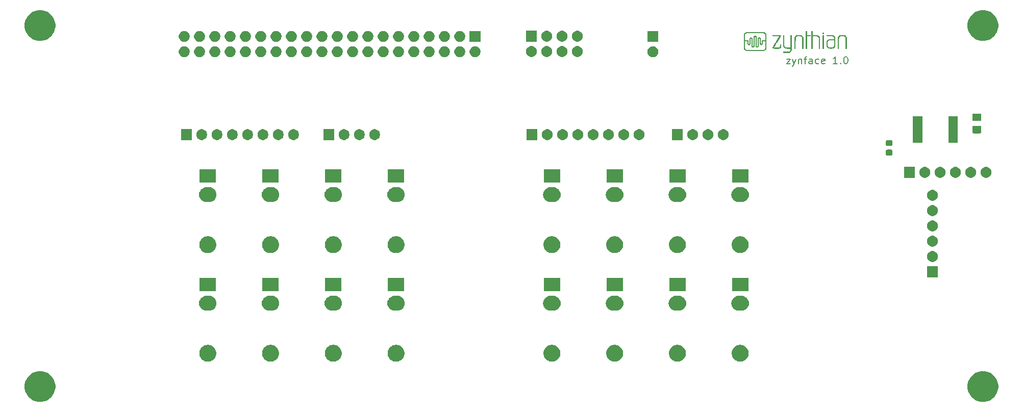
<source format=gbr>
G04 #@! TF.GenerationSoftware,KiCad,Pcbnew,5.1.6-c6e7f7d~87~ubuntu18.04.1*
G04 #@! TF.CreationDate,2021-01-10T02:12:58+01:00*
G04 #@! TF.ProjectId,ZynFace,5a796e46-6163-4652-9e6b-696361645f70,rev?*
G04 #@! TF.SameCoordinates,Original*
G04 #@! TF.FileFunction,Soldermask,Top*
G04 #@! TF.FilePolarity,Negative*
%FSLAX46Y46*%
G04 Gerber Fmt 4.6, Leading zero omitted, Abs format (unit mm)*
G04 Created by KiCad (PCBNEW 5.1.6-c6e7f7d~87~ubuntu18.04.1) date 2021-01-10 02:12:58*
%MOMM*%
%LPD*%
G01*
G04 APERTURE LIST*
%ADD10C,0.200000*%
%ADD11C,0.010000*%
%ADD12C,0.100000*%
G04 APERTURE END LIST*
D10*
X162485714Y-36542857D02*
X163114285Y-36542857D01*
X162485714Y-37342857D01*
X163114285Y-37342857D01*
X163457142Y-36542857D02*
X163742857Y-37342857D01*
X164028571Y-36542857D02*
X163742857Y-37342857D01*
X163628571Y-37628571D01*
X163571428Y-37685714D01*
X163457142Y-37742857D01*
X164485714Y-36542857D02*
X164485714Y-37342857D01*
X164485714Y-36657142D02*
X164542857Y-36600000D01*
X164657142Y-36542857D01*
X164828571Y-36542857D01*
X164942857Y-36600000D01*
X165000000Y-36714285D01*
X165000000Y-37342857D01*
X165400000Y-36542857D02*
X165857142Y-36542857D01*
X165571428Y-37342857D02*
X165571428Y-36314285D01*
X165628571Y-36200000D01*
X165742857Y-36142857D01*
X165857142Y-36142857D01*
X166771428Y-37342857D02*
X166771428Y-36714285D01*
X166714285Y-36600000D01*
X166600000Y-36542857D01*
X166371428Y-36542857D01*
X166257142Y-36600000D01*
X166771428Y-37285714D02*
X166657142Y-37342857D01*
X166371428Y-37342857D01*
X166257142Y-37285714D01*
X166200000Y-37171428D01*
X166200000Y-37057142D01*
X166257142Y-36942857D01*
X166371428Y-36885714D01*
X166657142Y-36885714D01*
X166771428Y-36828571D01*
X167857142Y-37285714D02*
X167742857Y-37342857D01*
X167514285Y-37342857D01*
X167400000Y-37285714D01*
X167342857Y-37228571D01*
X167285714Y-37114285D01*
X167285714Y-36771428D01*
X167342857Y-36657142D01*
X167400000Y-36600000D01*
X167514285Y-36542857D01*
X167742857Y-36542857D01*
X167857142Y-36600000D01*
X168828571Y-37285714D02*
X168714285Y-37342857D01*
X168485714Y-37342857D01*
X168371428Y-37285714D01*
X168314285Y-37171428D01*
X168314285Y-36714285D01*
X168371428Y-36600000D01*
X168485714Y-36542857D01*
X168714285Y-36542857D01*
X168828571Y-36600000D01*
X168885714Y-36714285D01*
X168885714Y-36828571D01*
X168314285Y-36942857D01*
X170942857Y-37342857D02*
X170257142Y-37342857D01*
X170600000Y-37342857D02*
X170600000Y-36142857D01*
X170485714Y-36314285D01*
X170371428Y-36428571D01*
X170257142Y-36485714D01*
X171457142Y-37228571D02*
X171514285Y-37285714D01*
X171457142Y-37342857D01*
X171400000Y-37285714D01*
X171457142Y-37228571D01*
X171457142Y-37342857D01*
X172257142Y-36142857D02*
X172371428Y-36142857D01*
X172485714Y-36200000D01*
X172542857Y-36257142D01*
X172600000Y-36371428D01*
X172657142Y-36600000D01*
X172657142Y-36885714D01*
X172600000Y-37114285D01*
X172542857Y-37228571D01*
X172485714Y-37285714D01*
X172371428Y-37342857D01*
X172257142Y-37342857D01*
X172142857Y-37285714D01*
X172085714Y-37228571D01*
X172028571Y-37114285D01*
X171971428Y-36885714D01*
X171971428Y-36600000D01*
X172028571Y-36371428D01*
X172085714Y-36257142D01*
X172142857Y-36200000D01*
X172257142Y-36142857D01*
D11*
G36*
X162030090Y-33453156D02*
G01*
X162031102Y-33643149D01*
X162032074Y-33804028D01*
X162033115Y-33938425D01*
X162034333Y-34048976D01*
X162035836Y-34138316D01*
X162037732Y-34209077D01*
X162040130Y-34263896D01*
X162043136Y-34305406D01*
X162046861Y-34336241D01*
X162051411Y-34359037D01*
X162056895Y-34376428D01*
X162063421Y-34391047D01*
X162069015Y-34401687D01*
X162135941Y-34493910D01*
X162224351Y-34567986D01*
X162280750Y-34598878D01*
X162305071Y-34608900D01*
X162331074Y-34616623D01*
X162363113Y-34622349D01*
X162405542Y-34626377D01*
X162462712Y-34629009D01*
X162538978Y-34630545D01*
X162638692Y-34631287D01*
X162753031Y-34631526D01*
X163153875Y-34631875D01*
X163153875Y-32568125D01*
X163281976Y-32568125D01*
X163277457Y-33810343D01*
X163272937Y-35052562D01*
X163228421Y-35147812D01*
X163175495Y-35241698D01*
X163112476Y-35312213D01*
X163031095Y-35367686D01*
X162989363Y-35388542D01*
X162891937Y-35433562D01*
X162403781Y-35438742D01*
X161915625Y-35443921D01*
X161915625Y-35316921D01*
X162403781Y-35311742D01*
X162891937Y-35306562D01*
X162964489Y-35263909D01*
X163040348Y-35203869D01*
X163101522Y-35125495D01*
X163138366Y-35043348D01*
X163146302Y-34999502D01*
X163151894Y-34937724D01*
X163153875Y-34875209D01*
X163153875Y-34761146D01*
X162721281Y-34756042D01*
X162592067Y-34754400D01*
X162490403Y-34752656D01*
X162412090Y-34750466D01*
X162352929Y-34747489D01*
X162308720Y-34743383D01*
X162275266Y-34737807D01*
X162248366Y-34730418D01*
X162223822Y-34720874D01*
X162209312Y-34714356D01*
X162113617Y-34653983D01*
X162031544Y-34570511D01*
X161970016Y-34471875D01*
X161947495Y-34414213D01*
X161940578Y-34390514D01*
X161934740Y-34366034D01*
X161929888Y-34337990D01*
X161925933Y-34303599D01*
X161922782Y-34260081D01*
X161920345Y-34204654D01*
X161918532Y-34134533D01*
X161917250Y-34046939D01*
X161916410Y-33939089D01*
X161915919Y-33808200D01*
X161915688Y-33651490D01*
X161915625Y-33466178D01*
X161915625Y-32568125D01*
X162025494Y-32568125D01*
X162030090Y-33453156D01*
G37*
X162030090Y-33453156D02*
X162031102Y-33643149D01*
X162032074Y-33804028D01*
X162033115Y-33938425D01*
X162034333Y-34048976D01*
X162035836Y-34138316D01*
X162037732Y-34209077D01*
X162040130Y-34263896D01*
X162043136Y-34305406D01*
X162046861Y-34336241D01*
X162051411Y-34359037D01*
X162056895Y-34376428D01*
X162063421Y-34391047D01*
X162069015Y-34401687D01*
X162135941Y-34493910D01*
X162224351Y-34567986D01*
X162280750Y-34598878D01*
X162305071Y-34608900D01*
X162331074Y-34616623D01*
X162363113Y-34622349D01*
X162405542Y-34626377D01*
X162462712Y-34629009D01*
X162538978Y-34630545D01*
X162638692Y-34631287D01*
X162753031Y-34631526D01*
X163153875Y-34631875D01*
X163153875Y-32568125D01*
X163281976Y-32568125D01*
X163277457Y-33810343D01*
X163272937Y-35052562D01*
X163228421Y-35147812D01*
X163175495Y-35241698D01*
X163112476Y-35312213D01*
X163031095Y-35367686D01*
X162989363Y-35388542D01*
X162891937Y-35433562D01*
X162403781Y-35438742D01*
X161915625Y-35443921D01*
X161915625Y-35316921D01*
X162403781Y-35311742D01*
X162891937Y-35306562D01*
X162964489Y-35263909D01*
X163040348Y-35203869D01*
X163101522Y-35125495D01*
X163138366Y-35043348D01*
X163146302Y-34999502D01*
X163151894Y-34937724D01*
X163153875Y-34875209D01*
X163153875Y-34761146D01*
X162721281Y-34756042D01*
X162592067Y-34754400D01*
X162490403Y-34752656D01*
X162412090Y-34750466D01*
X162352929Y-34747489D01*
X162308720Y-34743383D01*
X162275266Y-34737807D01*
X162248366Y-34730418D01*
X162223822Y-34720874D01*
X162209312Y-34714356D01*
X162113617Y-34653983D01*
X162031544Y-34570511D01*
X161970016Y-34471875D01*
X161947495Y-34414213D01*
X161940578Y-34390514D01*
X161934740Y-34366034D01*
X161929888Y-34337990D01*
X161925933Y-34303599D01*
X161922782Y-34260081D01*
X161920345Y-34204654D01*
X161918532Y-34134533D01*
X161917250Y-34046939D01*
X161916410Y-33939089D01*
X161915919Y-33808200D01*
X161915688Y-33651490D01*
X161915625Y-33466178D01*
X161915625Y-32568125D01*
X162025494Y-32568125D01*
X162030090Y-33453156D01*
G36*
X158756500Y-32125415D02*
G01*
X158865346Y-32194263D01*
X158953695Y-32286449D01*
X159008709Y-32377625D01*
X159050187Y-32464937D01*
X159050187Y-33623812D01*
X159050176Y-33843258D01*
X159050099Y-34033238D01*
X159049892Y-34196037D01*
X159049492Y-34333939D01*
X159048835Y-34449230D01*
X159047856Y-34544192D01*
X159046491Y-34621111D01*
X159044676Y-34682270D01*
X159042347Y-34729955D01*
X159039440Y-34766450D01*
X159035892Y-34794040D01*
X159031637Y-34815008D01*
X159026612Y-34831639D01*
X159020753Y-34846217D01*
X159015591Y-34857573D01*
X158964878Y-34941551D01*
X158895419Y-35021695D01*
X158816611Y-35088426D01*
X158751956Y-35126261D01*
X158669187Y-35163687D01*
X157248375Y-35167256D01*
X157003428Y-35167853D01*
X156788171Y-35168312D01*
X156600547Y-35168593D01*
X156438496Y-35168659D01*
X156299959Y-35168472D01*
X156182877Y-35167994D01*
X156085190Y-35167186D01*
X156004841Y-35166012D01*
X155939770Y-35164432D01*
X155887918Y-35162410D01*
X155847226Y-35159906D01*
X155815635Y-35156883D01*
X155791087Y-35153303D01*
X155771522Y-35149128D01*
X155754881Y-35144320D01*
X155740734Y-35139431D01*
X155634011Y-35087446D01*
X155546379Y-35013688D01*
X155490434Y-34942791D01*
X155473404Y-34917673D01*
X155458630Y-34894447D01*
X155445950Y-34870778D01*
X155435206Y-34844331D01*
X155426236Y-34812769D01*
X155418881Y-34773759D01*
X155412980Y-34724964D01*
X155408374Y-34664048D01*
X155404903Y-34588677D01*
X155402406Y-34496515D01*
X155400723Y-34385226D01*
X155399695Y-34252475D01*
X155399220Y-34113056D01*
X155502124Y-34113056D01*
X155502327Y-34278727D01*
X155503228Y-34415994D01*
X155505270Y-34528203D01*
X155508892Y-34618700D01*
X155514536Y-34690830D01*
X155522644Y-34747938D01*
X155533655Y-34793371D01*
X155548012Y-34830472D01*
X155566154Y-34862589D01*
X155588524Y-34893066D01*
X155608040Y-34916509D01*
X155658464Y-34964502D01*
X155719181Y-35007749D01*
X155747304Y-35022996D01*
X155827562Y-35060548D01*
X157248375Y-35056555D01*
X158669187Y-35052562D01*
X158735605Y-35009370D01*
X158806630Y-34957230D01*
X158857682Y-34902911D01*
X158899101Y-34834793D01*
X158909072Y-34814437D01*
X158918713Y-34793545D01*
X158926549Y-34773378D01*
X158932767Y-34750554D01*
X158937556Y-34721693D01*
X158941104Y-34683415D01*
X158943599Y-34632337D01*
X158945228Y-34565081D01*
X158946182Y-34478264D01*
X158946647Y-34368507D01*
X158946811Y-34232428D01*
X158946844Y-34135781D01*
X158947000Y-33536500D01*
X158717371Y-33536500D01*
X158627023Y-33536817D01*
X158563276Y-33538196D01*
X158520979Y-33541280D01*
X158494987Y-33546711D01*
X158480149Y-33555131D01*
X158471320Y-33567184D01*
X158471308Y-33567206D01*
X158465021Y-33594335D01*
X158459844Y-33645961D01*
X158456293Y-33714834D01*
X158454880Y-33793707D01*
X158454875Y-33798963D01*
X158453207Y-33903890D01*
X158446963Y-33982447D01*
X158434278Y-34039894D01*
X158413287Y-34081494D01*
X158382126Y-34112511D01*
X158338932Y-34138206D01*
X158333814Y-34140717D01*
X158254404Y-34165112D01*
X158180461Y-34158381D01*
X158123244Y-34129660D01*
X158100102Y-34111050D01*
X158081792Y-34088807D01*
X158067756Y-34059218D01*
X158057438Y-34018569D01*
X158050280Y-33963145D01*
X158045725Y-33889234D01*
X158043215Y-33793121D01*
X158042195Y-33671093D01*
X158042065Y-33588603D01*
X158041878Y-33462651D01*
X158041180Y-33364390D01*
X158039705Y-33289759D01*
X158037185Y-33234701D01*
X158033355Y-33195156D01*
X158027946Y-33167065D01*
X158020694Y-33146370D01*
X158011932Y-33129992D01*
X157970713Y-33085208D01*
X157923123Y-33069900D01*
X157874309Y-33083956D01*
X157829414Y-33127264D01*
X157824769Y-33134064D01*
X157817477Y-33147394D01*
X157811432Y-33165138D01*
X157806467Y-33190394D01*
X157802411Y-33226260D01*
X157799097Y-33275834D01*
X157796354Y-33342214D01*
X157794016Y-33428499D01*
X157791911Y-33537786D01*
X157789872Y-33673175D01*
X157788125Y-33806378D01*
X157786002Y-33965860D01*
X157783940Y-34096676D01*
X157781773Y-34201906D01*
X157779336Y-34284635D01*
X157776465Y-34347943D01*
X157772995Y-34394914D01*
X157768759Y-34428629D01*
X157763594Y-34452172D01*
X157757334Y-34468623D01*
X157752185Y-34477614D01*
X157697856Y-34536239D01*
X157628315Y-34567752D01*
X157565875Y-34574480D01*
X157485116Y-34562714D01*
X157423079Y-34526188D01*
X157379674Y-34469006D01*
X157373239Y-34455116D01*
X157367821Y-34437148D01*
X157363312Y-34412341D01*
X157359605Y-34377933D01*
X157356591Y-34331164D01*
X157354163Y-34269272D01*
X157352214Y-34189496D01*
X157350634Y-34089073D01*
X157349318Y-33965244D01*
X157348156Y-33815247D01*
X157347041Y-33636320D01*
X157347017Y-33632160D01*
X157345961Y-33454121D01*
X157344947Y-33305105D01*
X157343847Y-33182383D01*
X157342533Y-33083229D01*
X157340877Y-33004914D01*
X157338752Y-32944712D01*
X157336029Y-32899894D01*
X157332582Y-32867733D01*
X157328282Y-32845503D01*
X157323002Y-32830475D01*
X157316613Y-32819921D01*
X157308989Y-32811116D01*
X157308531Y-32810628D01*
X157260775Y-32780054D01*
X157206941Y-32777894D01*
X157154842Y-32804014D01*
X157144465Y-32813465D01*
X157105500Y-32852431D01*
X157105475Y-33627059D01*
X157105444Y-33811889D01*
X157105164Y-33967698D01*
X157104336Y-34097218D01*
X157102661Y-34203178D01*
X157099840Y-34288308D01*
X157095573Y-34355338D01*
X157089563Y-34406999D01*
X157081509Y-34446020D01*
X157071112Y-34475132D01*
X157058074Y-34497065D01*
X157042096Y-34514548D01*
X157022878Y-34530312D01*
X157005087Y-34543434D01*
X156945667Y-34569493D01*
X156874382Y-34575558D01*
X156803871Y-34561821D01*
X156760557Y-34539691D01*
X156736509Y-34521388D01*
X156716675Y-34501863D01*
X156700652Y-34478030D01*
X156688033Y-34446805D01*
X156678414Y-34405101D01*
X156671389Y-34349833D01*
X156666553Y-34277917D01*
X156663501Y-34186266D01*
X156661829Y-34071795D01*
X156661130Y-33931418D01*
X156661000Y-33781452D01*
X156660841Y-33617412D01*
X156660130Y-33482175D01*
X156658515Y-33372798D01*
X156655644Y-33286335D01*
X156651165Y-33219840D01*
X156644727Y-33170369D01*
X156635978Y-33134976D01*
X156624566Y-33110717D01*
X156610138Y-33094645D01*
X156592344Y-33083817D01*
X156576907Y-33077486D01*
X156525297Y-33073271D01*
X156476513Y-33093153D01*
X156443036Y-33131701D01*
X156440887Y-33136686D01*
X156435779Y-33165178D01*
X156431009Y-33221437D01*
X156426763Y-33301478D01*
X156423228Y-33401319D01*
X156420591Y-33516976D01*
X156419520Y-33592062D01*
X156417744Y-33727779D01*
X156415292Y-33835611D01*
X156411399Y-33919425D01*
X156405300Y-33983085D01*
X156396230Y-34030458D01*
X156383424Y-34065409D01*
X156366116Y-34091804D01*
X156343543Y-34113508D01*
X156314938Y-34134386D01*
X156311750Y-34136554D01*
X156244959Y-34164265D01*
X156173858Y-34164066D01*
X156105408Y-34137729D01*
X156046567Y-34087027D01*
X156030189Y-34064861D01*
X156018311Y-34040864D01*
X156009708Y-34007080D01*
X156003677Y-33957917D01*
X155999512Y-33887784D01*
X155996704Y-33799175D01*
X155993605Y-33717055D01*
X155988885Y-33645613D01*
X155983117Y-33591213D01*
X155976870Y-33560216D01*
X155974916Y-33556343D01*
X155956343Y-33547639D01*
X155915319Y-33541594D01*
X155848970Y-33537973D01*
X155754416Y-33536543D01*
X155730368Y-33536500D01*
X155502125Y-33536500D01*
X155502124Y-34113056D01*
X155399220Y-34113056D01*
X155399161Y-34095926D01*
X155398961Y-33913244D01*
X155398935Y-33702093D01*
X155398937Y-33607937D01*
X155398937Y-32980075D01*
X155502124Y-32980075D01*
X155502124Y-33422585D01*
X155755793Y-33427949D01*
X155850748Y-33430094D01*
X155919343Y-33432476D01*
X155966960Y-33435988D01*
X155998981Y-33441521D01*
X156020789Y-33449969D01*
X156037767Y-33462224D01*
X156053419Y-33477298D01*
X156070409Y-33495340D01*
X156082542Y-33513672D01*
X156090866Y-33537953D01*
X156096429Y-33573841D01*
X156100280Y-33626996D01*
X156103468Y-33703076D01*
X156105344Y-33757478D01*
X156109005Y-33851508D01*
X156113141Y-33919156D01*
X156118511Y-33965789D01*
X156125878Y-33996775D01*
X156136002Y-34017481D01*
X156143554Y-34027023D01*
X156186458Y-34055263D01*
X156232350Y-34056366D01*
X156273088Y-34032929D01*
X156300530Y-33987550D01*
X156303741Y-33975921D01*
X156306025Y-33951121D01*
X156308363Y-33899200D01*
X156310631Y-33824785D01*
X156312707Y-33732503D01*
X156314468Y-33626981D01*
X156315671Y-33525720D01*
X156317018Y-33399494D01*
X156318539Y-33301041D01*
X156320552Y-33226384D01*
X156323375Y-33171546D01*
X156327325Y-33132550D01*
X156332721Y-33105420D01*
X156339881Y-33086178D01*
X156349124Y-33070847D01*
X156352418Y-33066325D01*
X156411623Y-33003708D01*
X156475781Y-32970069D01*
X156530442Y-32962182D01*
X156612334Y-32975614D01*
X156680755Y-33017240D01*
X156733101Y-33085423D01*
X156736406Y-33091758D01*
X156745470Y-33110367D01*
X156752855Y-33129084D01*
X156758732Y-33151205D01*
X156763274Y-33180022D01*
X156766652Y-33218833D01*
X156769039Y-33270931D01*
X156770606Y-33339612D01*
X156771526Y-33428169D01*
X156771971Y-33539899D01*
X156772113Y-33678096D01*
X156772125Y-33775670D01*
X156772125Y-34389113D01*
X156811054Y-34431119D01*
X156858515Y-34465196D01*
X156907102Y-34469778D01*
X156951579Y-34444555D01*
X156956195Y-34439728D01*
X156963070Y-34430781D01*
X156968868Y-34418600D01*
X156973715Y-34400476D01*
X156977737Y-34373700D01*
X156981061Y-34335566D01*
X156983811Y-34283364D01*
X156986114Y-34214386D01*
X156988096Y-34125924D01*
X156989882Y-34015269D01*
X156991599Y-33879715D01*
X156993372Y-33716551D01*
X156994375Y-33618197D01*
X156996225Y-33439310D01*
X156997951Y-33289389D01*
X156999684Y-33165651D01*
X157001554Y-33065312D01*
X157003694Y-32985591D01*
X157006233Y-32923704D01*
X157009304Y-32876868D01*
X157013037Y-32842299D01*
X157017564Y-32817216D01*
X157023016Y-32798834D01*
X157029523Y-32784372D01*
X157034062Y-32776295D01*
X157085824Y-32716469D01*
X157152950Y-32678822D01*
X157227696Y-32665266D01*
X157302318Y-32677714D01*
X157345246Y-32699410D01*
X157369384Y-32715704D01*
X157389685Y-32731456D01*
X157406481Y-32749412D01*
X157420103Y-32772321D01*
X157430885Y-32802929D01*
X157439158Y-32843984D01*
X157445254Y-32898233D01*
X157449506Y-32968423D01*
X157452246Y-33057302D01*
X157453806Y-33167617D01*
X157454518Y-33302116D01*
X157454715Y-33463546D01*
X157454725Y-33604757D01*
X157454805Y-33789400D01*
X157455210Y-33944879D01*
X157456200Y-34073782D01*
X157458040Y-34178695D01*
X157460992Y-34262204D01*
X157465319Y-34326896D01*
X157471284Y-34375358D01*
X157479149Y-34410176D01*
X157489178Y-34433936D01*
X157501633Y-34449226D01*
X157516778Y-34458632D01*
X157534874Y-34464741D01*
X157542315Y-34466669D01*
X157590562Y-34470358D01*
X157628177Y-34450235D01*
X157656231Y-34415035D01*
X157663570Y-34401813D01*
X157669548Y-34384725D01*
X157674302Y-34360612D01*
X157677971Y-34326319D01*
X157680693Y-34278688D01*
X157682606Y-34214562D01*
X157683849Y-34130784D01*
X157684559Y-34024197D01*
X157684875Y-33891642D01*
X157684937Y-33759339D01*
X157684996Y-33603533D01*
X157685282Y-33476205D01*
X157685955Y-33374084D01*
X157687177Y-33293898D01*
X157689109Y-33232375D01*
X157691913Y-33186243D01*
X157695749Y-33152231D01*
X157700780Y-33127067D01*
X157707166Y-33107479D01*
X157715069Y-33090196D01*
X157718235Y-33084062D01*
X157767872Y-33018963D01*
X157831454Y-32978222D01*
X157902563Y-32961839D01*
X157974779Y-32969815D01*
X158041684Y-33002149D01*
X158096859Y-33058842D01*
X158112014Y-33084062D01*
X158122033Y-33105016D01*
X158129907Y-33127895D01*
X158135958Y-33156783D01*
X158140504Y-33195767D01*
X158143866Y-33248931D01*
X158146365Y-33320363D01*
X158148320Y-33414148D01*
X158150052Y-33534371D01*
X158150575Y-33576187D01*
X158152460Y-33712793D01*
X158154836Y-33820963D01*
X158158385Y-33904012D01*
X158163789Y-33965253D01*
X158171726Y-34008000D01*
X158182879Y-34035567D01*
X158197929Y-34051268D01*
X158217556Y-34058417D01*
X158242441Y-34060327D01*
X158250060Y-34060375D01*
X158285891Y-34055109D01*
X158311695Y-34036606D01*
X158328994Y-34000804D01*
X158339308Y-33943640D01*
X158344159Y-33861053D01*
X158345027Y-33806811D01*
X158347398Y-33687151D01*
X158355070Y-33595486D01*
X158371712Y-33528100D01*
X158400990Y-33481282D01*
X158446571Y-33451316D01*
X158512122Y-33434490D01*
X158601311Y-33427089D01*
X158717803Y-33425400D01*
X158721639Y-33425399D01*
X158948716Y-33425375D01*
X158943889Y-32943324D01*
X158939062Y-32461274D01*
X158883500Y-32379024D01*
X158819515Y-32302969D01*
X158742962Y-32241212D01*
X158662841Y-32200447D01*
X158631186Y-32191384D01*
X158606931Y-32189548D01*
X158553341Y-32187796D01*
X158472828Y-32186148D01*
X158367807Y-32184626D01*
X158240692Y-32183248D01*
X158093896Y-32182037D01*
X157929834Y-32181013D01*
X157750920Y-32180196D01*
X157559568Y-32179607D01*
X157358190Y-32179267D01*
X157200750Y-32179187D01*
X155827562Y-32179187D01*
X155756125Y-32216589D01*
X155656857Y-32283271D01*
X155580513Y-32365890D01*
X155533772Y-32452979D01*
X155524348Y-32480508D01*
X155516990Y-32509543D01*
X155511447Y-32544282D01*
X155507467Y-32588920D01*
X155504797Y-32647656D01*
X155503185Y-32724687D01*
X155502380Y-32824209D01*
X155502130Y-32950419D01*
X155502124Y-32980075D01*
X155398937Y-32980075D01*
X155398937Y-32480812D01*
X155440770Y-32391594D01*
X155510312Y-32276485D01*
X155599140Y-32185692D01*
X155690076Y-32128066D01*
X155779937Y-32083937D01*
X158669187Y-32083937D01*
X158756500Y-32125415D01*
G37*
X158756500Y-32125415D02*
X158865346Y-32194263D01*
X158953695Y-32286449D01*
X159008709Y-32377625D01*
X159050187Y-32464937D01*
X159050187Y-33623812D01*
X159050176Y-33843258D01*
X159050099Y-34033238D01*
X159049892Y-34196037D01*
X159049492Y-34333939D01*
X159048835Y-34449230D01*
X159047856Y-34544192D01*
X159046491Y-34621111D01*
X159044676Y-34682270D01*
X159042347Y-34729955D01*
X159039440Y-34766450D01*
X159035892Y-34794040D01*
X159031637Y-34815008D01*
X159026612Y-34831639D01*
X159020753Y-34846217D01*
X159015591Y-34857573D01*
X158964878Y-34941551D01*
X158895419Y-35021695D01*
X158816611Y-35088426D01*
X158751956Y-35126261D01*
X158669187Y-35163687D01*
X157248375Y-35167256D01*
X157003428Y-35167853D01*
X156788171Y-35168312D01*
X156600547Y-35168593D01*
X156438496Y-35168659D01*
X156299959Y-35168472D01*
X156182877Y-35167994D01*
X156085190Y-35167186D01*
X156004841Y-35166012D01*
X155939770Y-35164432D01*
X155887918Y-35162410D01*
X155847226Y-35159906D01*
X155815635Y-35156883D01*
X155791087Y-35153303D01*
X155771522Y-35149128D01*
X155754881Y-35144320D01*
X155740734Y-35139431D01*
X155634011Y-35087446D01*
X155546379Y-35013688D01*
X155490434Y-34942791D01*
X155473404Y-34917673D01*
X155458630Y-34894447D01*
X155445950Y-34870778D01*
X155435206Y-34844331D01*
X155426236Y-34812769D01*
X155418881Y-34773759D01*
X155412980Y-34724964D01*
X155408374Y-34664048D01*
X155404903Y-34588677D01*
X155402406Y-34496515D01*
X155400723Y-34385226D01*
X155399695Y-34252475D01*
X155399220Y-34113056D01*
X155502124Y-34113056D01*
X155502327Y-34278727D01*
X155503228Y-34415994D01*
X155505270Y-34528203D01*
X155508892Y-34618700D01*
X155514536Y-34690830D01*
X155522644Y-34747938D01*
X155533655Y-34793371D01*
X155548012Y-34830472D01*
X155566154Y-34862589D01*
X155588524Y-34893066D01*
X155608040Y-34916509D01*
X155658464Y-34964502D01*
X155719181Y-35007749D01*
X155747304Y-35022996D01*
X155827562Y-35060548D01*
X157248375Y-35056555D01*
X158669187Y-35052562D01*
X158735605Y-35009370D01*
X158806630Y-34957230D01*
X158857682Y-34902911D01*
X158899101Y-34834793D01*
X158909072Y-34814437D01*
X158918713Y-34793545D01*
X158926549Y-34773378D01*
X158932767Y-34750554D01*
X158937556Y-34721693D01*
X158941104Y-34683415D01*
X158943599Y-34632337D01*
X158945228Y-34565081D01*
X158946182Y-34478264D01*
X158946647Y-34368507D01*
X158946811Y-34232428D01*
X158946844Y-34135781D01*
X158947000Y-33536500D01*
X158717371Y-33536500D01*
X158627023Y-33536817D01*
X158563276Y-33538196D01*
X158520979Y-33541280D01*
X158494987Y-33546711D01*
X158480149Y-33555131D01*
X158471320Y-33567184D01*
X158471308Y-33567206D01*
X158465021Y-33594335D01*
X158459844Y-33645961D01*
X158456293Y-33714834D01*
X158454880Y-33793707D01*
X158454875Y-33798963D01*
X158453207Y-33903890D01*
X158446963Y-33982447D01*
X158434278Y-34039894D01*
X158413287Y-34081494D01*
X158382126Y-34112511D01*
X158338932Y-34138206D01*
X158333814Y-34140717D01*
X158254404Y-34165112D01*
X158180461Y-34158381D01*
X158123244Y-34129660D01*
X158100102Y-34111050D01*
X158081792Y-34088807D01*
X158067756Y-34059218D01*
X158057438Y-34018569D01*
X158050280Y-33963145D01*
X158045725Y-33889234D01*
X158043215Y-33793121D01*
X158042195Y-33671093D01*
X158042065Y-33588603D01*
X158041878Y-33462651D01*
X158041180Y-33364390D01*
X158039705Y-33289759D01*
X158037185Y-33234701D01*
X158033355Y-33195156D01*
X158027946Y-33167065D01*
X158020694Y-33146370D01*
X158011932Y-33129992D01*
X157970713Y-33085208D01*
X157923123Y-33069900D01*
X157874309Y-33083956D01*
X157829414Y-33127264D01*
X157824769Y-33134064D01*
X157817477Y-33147394D01*
X157811432Y-33165138D01*
X157806467Y-33190394D01*
X157802411Y-33226260D01*
X157799097Y-33275834D01*
X157796354Y-33342214D01*
X157794016Y-33428499D01*
X157791911Y-33537786D01*
X157789872Y-33673175D01*
X157788125Y-33806378D01*
X157786002Y-33965860D01*
X157783940Y-34096676D01*
X157781773Y-34201906D01*
X157779336Y-34284635D01*
X157776465Y-34347943D01*
X157772995Y-34394914D01*
X157768759Y-34428629D01*
X157763594Y-34452172D01*
X157757334Y-34468623D01*
X157752185Y-34477614D01*
X157697856Y-34536239D01*
X157628315Y-34567752D01*
X157565875Y-34574480D01*
X157485116Y-34562714D01*
X157423079Y-34526188D01*
X157379674Y-34469006D01*
X157373239Y-34455116D01*
X157367821Y-34437148D01*
X157363312Y-34412341D01*
X157359605Y-34377933D01*
X157356591Y-34331164D01*
X157354163Y-34269272D01*
X157352214Y-34189496D01*
X157350634Y-34089073D01*
X157349318Y-33965244D01*
X157348156Y-33815247D01*
X157347041Y-33636320D01*
X157347017Y-33632160D01*
X157345961Y-33454121D01*
X157344947Y-33305105D01*
X157343847Y-33182383D01*
X157342533Y-33083229D01*
X157340877Y-33004914D01*
X157338752Y-32944712D01*
X157336029Y-32899894D01*
X157332582Y-32867733D01*
X157328282Y-32845503D01*
X157323002Y-32830475D01*
X157316613Y-32819921D01*
X157308989Y-32811116D01*
X157308531Y-32810628D01*
X157260775Y-32780054D01*
X157206941Y-32777894D01*
X157154842Y-32804014D01*
X157144465Y-32813465D01*
X157105500Y-32852431D01*
X157105475Y-33627059D01*
X157105444Y-33811889D01*
X157105164Y-33967698D01*
X157104336Y-34097218D01*
X157102661Y-34203178D01*
X157099840Y-34288308D01*
X157095573Y-34355338D01*
X157089563Y-34406999D01*
X157081509Y-34446020D01*
X157071112Y-34475132D01*
X157058074Y-34497065D01*
X157042096Y-34514548D01*
X157022878Y-34530312D01*
X157005087Y-34543434D01*
X156945667Y-34569493D01*
X156874382Y-34575558D01*
X156803871Y-34561821D01*
X156760557Y-34539691D01*
X156736509Y-34521388D01*
X156716675Y-34501863D01*
X156700652Y-34478030D01*
X156688033Y-34446805D01*
X156678414Y-34405101D01*
X156671389Y-34349833D01*
X156666553Y-34277917D01*
X156663501Y-34186266D01*
X156661829Y-34071795D01*
X156661130Y-33931418D01*
X156661000Y-33781452D01*
X156660841Y-33617412D01*
X156660130Y-33482175D01*
X156658515Y-33372798D01*
X156655644Y-33286335D01*
X156651165Y-33219840D01*
X156644727Y-33170369D01*
X156635978Y-33134976D01*
X156624566Y-33110717D01*
X156610138Y-33094645D01*
X156592344Y-33083817D01*
X156576907Y-33077486D01*
X156525297Y-33073271D01*
X156476513Y-33093153D01*
X156443036Y-33131701D01*
X156440887Y-33136686D01*
X156435779Y-33165178D01*
X156431009Y-33221437D01*
X156426763Y-33301478D01*
X156423228Y-33401319D01*
X156420591Y-33516976D01*
X156419520Y-33592062D01*
X156417744Y-33727779D01*
X156415292Y-33835611D01*
X156411399Y-33919425D01*
X156405300Y-33983085D01*
X156396230Y-34030458D01*
X156383424Y-34065409D01*
X156366116Y-34091804D01*
X156343543Y-34113508D01*
X156314938Y-34134386D01*
X156311750Y-34136554D01*
X156244959Y-34164265D01*
X156173858Y-34164066D01*
X156105408Y-34137729D01*
X156046567Y-34087027D01*
X156030189Y-34064861D01*
X156018311Y-34040864D01*
X156009708Y-34007080D01*
X156003677Y-33957917D01*
X155999512Y-33887784D01*
X155996704Y-33799175D01*
X155993605Y-33717055D01*
X155988885Y-33645613D01*
X155983117Y-33591213D01*
X155976870Y-33560216D01*
X155974916Y-33556343D01*
X155956343Y-33547639D01*
X155915319Y-33541594D01*
X155848970Y-33537973D01*
X155754416Y-33536543D01*
X155730368Y-33536500D01*
X155502125Y-33536500D01*
X155502124Y-34113056D01*
X155399220Y-34113056D01*
X155399161Y-34095926D01*
X155398961Y-33913244D01*
X155398935Y-33702093D01*
X155398937Y-33607937D01*
X155398937Y-32980075D01*
X155502124Y-32980075D01*
X155502124Y-33422585D01*
X155755793Y-33427949D01*
X155850748Y-33430094D01*
X155919343Y-33432476D01*
X155966960Y-33435988D01*
X155998981Y-33441521D01*
X156020789Y-33449969D01*
X156037767Y-33462224D01*
X156053419Y-33477298D01*
X156070409Y-33495340D01*
X156082542Y-33513672D01*
X156090866Y-33537953D01*
X156096429Y-33573841D01*
X156100280Y-33626996D01*
X156103468Y-33703076D01*
X156105344Y-33757478D01*
X156109005Y-33851508D01*
X156113141Y-33919156D01*
X156118511Y-33965789D01*
X156125878Y-33996775D01*
X156136002Y-34017481D01*
X156143554Y-34027023D01*
X156186458Y-34055263D01*
X156232350Y-34056366D01*
X156273088Y-34032929D01*
X156300530Y-33987550D01*
X156303741Y-33975921D01*
X156306025Y-33951121D01*
X156308363Y-33899200D01*
X156310631Y-33824785D01*
X156312707Y-33732503D01*
X156314468Y-33626981D01*
X156315671Y-33525720D01*
X156317018Y-33399494D01*
X156318539Y-33301041D01*
X156320552Y-33226384D01*
X156323375Y-33171546D01*
X156327325Y-33132550D01*
X156332721Y-33105420D01*
X156339881Y-33086178D01*
X156349124Y-33070847D01*
X156352418Y-33066325D01*
X156411623Y-33003708D01*
X156475781Y-32970069D01*
X156530442Y-32962182D01*
X156612334Y-32975614D01*
X156680755Y-33017240D01*
X156733101Y-33085423D01*
X156736406Y-33091758D01*
X156745470Y-33110367D01*
X156752855Y-33129084D01*
X156758732Y-33151205D01*
X156763274Y-33180022D01*
X156766652Y-33218833D01*
X156769039Y-33270931D01*
X156770606Y-33339612D01*
X156771526Y-33428169D01*
X156771971Y-33539899D01*
X156772113Y-33678096D01*
X156772125Y-33775670D01*
X156772125Y-34389113D01*
X156811054Y-34431119D01*
X156858515Y-34465196D01*
X156907102Y-34469778D01*
X156951579Y-34444555D01*
X156956195Y-34439728D01*
X156963070Y-34430781D01*
X156968868Y-34418600D01*
X156973715Y-34400476D01*
X156977737Y-34373700D01*
X156981061Y-34335566D01*
X156983811Y-34283364D01*
X156986114Y-34214386D01*
X156988096Y-34125924D01*
X156989882Y-34015269D01*
X156991599Y-33879715D01*
X156993372Y-33716551D01*
X156994375Y-33618197D01*
X156996225Y-33439310D01*
X156997951Y-33289389D01*
X156999684Y-33165651D01*
X157001554Y-33065312D01*
X157003694Y-32985591D01*
X157006233Y-32923704D01*
X157009304Y-32876868D01*
X157013037Y-32842299D01*
X157017564Y-32817216D01*
X157023016Y-32798834D01*
X157029523Y-32784372D01*
X157034062Y-32776295D01*
X157085824Y-32716469D01*
X157152950Y-32678822D01*
X157227696Y-32665266D01*
X157302318Y-32677714D01*
X157345246Y-32699410D01*
X157369384Y-32715704D01*
X157389685Y-32731456D01*
X157406481Y-32749412D01*
X157420103Y-32772321D01*
X157430885Y-32802929D01*
X157439158Y-32843984D01*
X157445254Y-32898233D01*
X157449506Y-32968423D01*
X157452246Y-33057302D01*
X157453806Y-33167617D01*
X157454518Y-33302116D01*
X157454715Y-33463546D01*
X157454725Y-33604757D01*
X157454805Y-33789400D01*
X157455210Y-33944879D01*
X157456200Y-34073782D01*
X157458040Y-34178695D01*
X157460992Y-34262204D01*
X157465319Y-34326896D01*
X157471284Y-34375358D01*
X157479149Y-34410176D01*
X157489178Y-34433936D01*
X157501633Y-34449226D01*
X157516778Y-34458632D01*
X157534874Y-34464741D01*
X157542315Y-34466669D01*
X157590562Y-34470358D01*
X157628177Y-34450235D01*
X157656231Y-34415035D01*
X157663570Y-34401813D01*
X157669548Y-34384725D01*
X157674302Y-34360612D01*
X157677971Y-34326319D01*
X157680693Y-34278688D01*
X157682606Y-34214562D01*
X157683849Y-34130784D01*
X157684559Y-34024197D01*
X157684875Y-33891642D01*
X157684937Y-33759339D01*
X157684996Y-33603533D01*
X157685282Y-33476205D01*
X157685955Y-33374084D01*
X157687177Y-33293898D01*
X157689109Y-33232375D01*
X157691913Y-33186243D01*
X157695749Y-33152231D01*
X157700780Y-33127067D01*
X157707166Y-33107479D01*
X157715069Y-33090196D01*
X157718235Y-33084062D01*
X157767872Y-33018963D01*
X157831454Y-32978222D01*
X157902563Y-32961839D01*
X157974779Y-32969815D01*
X158041684Y-33002149D01*
X158096859Y-33058842D01*
X158112014Y-33084062D01*
X158122033Y-33105016D01*
X158129907Y-33127895D01*
X158135958Y-33156783D01*
X158140504Y-33195767D01*
X158143866Y-33248931D01*
X158146365Y-33320363D01*
X158148320Y-33414148D01*
X158150052Y-33534371D01*
X158150575Y-33576187D01*
X158152460Y-33712793D01*
X158154836Y-33820963D01*
X158158385Y-33904012D01*
X158163789Y-33965253D01*
X158171726Y-34008000D01*
X158182879Y-34035567D01*
X158197929Y-34051268D01*
X158217556Y-34058417D01*
X158242441Y-34060327D01*
X158250060Y-34060375D01*
X158285891Y-34055109D01*
X158311695Y-34036606D01*
X158328994Y-34000804D01*
X158339308Y-33943640D01*
X158344159Y-33861053D01*
X158345027Y-33806811D01*
X158347398Y-33687151D01*
X158355070Y-33595486D01*
X158371712Y-33528100D01*
X158400990Y-33481282D01*
X158446571Y-33451316D01*
X158512122Y-33434490D01*
X158601311Y-33427089D01*
X158717803Y-33425400D01*
X158721639Y-33425399D01*
X158948716Y-33425375D01*
X158943889Y-32943324D01*
X158939062Y-32461274D01*
X158883500Y-32379024D01*
X158819515Y-32302969D01*
X158742962Y-32241212D01*
X158662841Y-32200447D01*
X158631186Y-32191384D01*
X158606931Y-32189548D01*
X158553341Y-32187796D01*
X158472828Y-32186148D01*
X158367807Y-32184626D01*
X158240692Y-32183248D01*
X158093896Y-32182037D01*
X157929834Y-32181013D01*
X157750920Y-32180196D01*
X157559568Y-32179607D01*
X157358190Y-32179267D01*
X157200750Y-32179187D01*
X155827562Y-32179187D01*
X155756125Y-32216589D01*
X155656857Y-32283271D01*
X155580513Y-32365890D01*
X155533772Y-32452979D01*
X155524348Y-32480508D01*
X155516990Y-32509543D01*
X155511447Y-32544282D01*
X155507467Y-32588920D01*
X155504797Y-32647656D01*
X155503185Y-32724687D01*
X155502380Y-32824209D01*
X155502130Y-32950419D01*
X155502124Y-32980075D01*
X155398937Y-32980075D01*
X155398937Y-32480812D01*
X155440770Y-32391594D01*
X155510312Y-32276485D01*
X155599140Y-32185692D01*
X155690076Y-32128066D01*
X155779937Y-32083937D01*
X158669187Y-32083937D01*
X158756500Y-32125415D01*
G36*
X160771952Y-32571582D02*
G01*
X160932757Y-32572741D01*
X161064783Y-32573894D01*
X161171001Y-32575202D01*
X161254379Y-32576824D01*
X161317889Y-32578920D01*
X161364500Y-32581649D01*
X161397184Y-32585172D01*
X161418910Y-32589647D01*
X161432648Y-32595235D01*
X161441369Y-32602095D01*
X161446135Y-32607812D01*
X161456824Y-32622867D01*
X161464650Y-32638154D01*
X161468579Y-32655636D01*
X161467578Y-32677275D01*
X161460614Y-32705034D01*
X161446653Y-32740877D01*
X161424662Y-32786765D01*
X161393609Y-32844663D01*
X161352460Y-32916531D01*
X161300182Y-33004334D01*
X161235742Y-33110034D01*
X161158107Y-33235594D01*
X161066243Y-33382976D01*
X160959117Y-33554144D01*
X160889791Y-33664764D01*
X160792158Y-33820628D01*
X160699449Y-33968837D01*
X160613050Y-34107162D01*
X160534349Y-34233373D01*
X160464730Y-34345242D01*
X160405581Y-34440537D01*
X160358288Y-34517032D01*
X160324237Y-34572495D01*
X160304815Y-34604698D01*
X160300718Y-34612031D01*
X160313596Y-34617379D01*
X160353656Y-34621967D01*
X160416337Y-34625778D01*
X160497078Y-34628796D01*
X160591320Y-34631002D01*
X160694502Y-34632382D01*
X160802063Y-34632916D01*
X160909445Y-34632589D01*
X161012086Y-34631384D01*
X161105426Y-34629282D01*
X161184905Y-34626269D01*
X161245963Y-34622325D01*
X161284040Y-34617435D01*
X161290489Y-34615716D01*
X161323911Y-34600647D01*
X161348393Y-34578976D01*
X161365505Y-34545835D01*
X161376816Y-34496353D01*
X161383895Y-34425660D01*
X161388312Y-34328888D01*
X161388884Y-34310406D01*
X161395353Y-34092125D01*
X161521599Y-34092125D01*
X161516113Y-34334218D01*
X161512610Y-34442601D01*
X161506802Y-34524437D01*
X161497355Y-34584912D01*
X161482935Y-34629216D01*
X161462206Y-34662534D01*
X161433835Y-34690056D01*
X161422271Y-34698969D01*
X161378676Y-34723006D01*
X161325843Y-34741992D01*
X161319083Y-34743675D01*
X161282231Y-34748459D01*
X161220058Y-34752322D01*
X161137197Y-34755284D01*
X161038282Y-34757367D01*
X160927947Y-34758593D01*
X160810826Y-34758982D01*
X160691552Y-34758557D01*
X160574759Y-34757339D01*
X160465080Y-34755349D01*
X160367150Y-34752609D01*
X160285602Y-34749139D01*
X160225069Y-34744963D01*
X160190186Y-34740100D01*
X160185250Y-34738429D01*
X160151048Y-34705349D01*
X160140291Y-34656625D01*
X160154215Y-34599302D01*
X160159092Y-34589272D01*
X160171292Y-34568470D01*
X160198862Y-34523055D01*
X160240364Y-34455352D01*
X160294362Y-34367684D01*
X160359419Y-34262377D01*
X160434099Y-34141754D01*
X160516964Y-34008139D01*
X160606577Y-33863857D01*
X160701502Y-33711233D01*
X160755930Y-33623812D01*
X161329395Y-32703062D01*
X160725572Y-32698905D01*
X160121750Y-32694747D01*
X160121750Y-32567103D01*
X160771952Y-32571582D01*
G37*
X160771952Y-32571582D02*
X160932757Y-32572741D01*
X161064783Y-32573894D01*
X161171001Y-32575202D01*
X161254379Y-32576824D01*
X161317889Y-32578920D01*
X161364500Y-32581649D01*
X161397184Y-32585172D01*
X161418910Y-32589647D01*
X161432648Y-32595235D01*
X161441369Y-32602095D01*
X161446135Y-32607812D01*
X161456824Y-32622867D01*
X161464650Y-32638154D01*
X161468579Y-32655636D01*
X161467578Y-32677275D01*
X161460614Y-32705034D01*
X161446653Y-32740877D01*
X161424662Y-32786765D01*
X161393609Y-32844663D01*
X161352460Y-32916531D01*
X161300182Y-33004334D01*
X161235742Y-33110034D01*
X161158107Y-33235594D01*
X161066243Y-33382976D01*
X160959117Y-33554144D01*
X160889791Y-33664764D01*
X160792158Y-33820628D01*
X160699449Y-33968837D01*
X160613050Y-34107162D01*
X160534349Y-34233373D01*
X160464730Y-34345242D01*
X160405581Y-34440537D01*
X160358288Y-34517032D01*
X160324237Y-34572495D01*
X160304815Y-34604698D01*
X160300718Y-34612031D01*
X160313596Y-34617379D01*
X160353656Y-34621967D01*
X160416337Y-34625778D01*
X160497078Y-34628796D01*
X160591320Y-34631002D01*
X160694502Y-34632382D01*
X160802063Y-34632916D01*
X160909445Y-34632589D01*
X161012086Y-34631384D01*
X161105426Y-34629282D01*
X161184905Y-34626269D01*
X161245963Y-34622325D01*
X161284040Y-34617435D01*
X161290489Y-34615716D01*
X161323911Y-34600647D01*
X161348393Y-34578976D01*
X161365505Y-34545835D01*
X161376816Y-34496353D01*
X161383895Y-34425660D01*
X161388312Y-34328888D01*
X161388884Y-34310406D01*
X161395353Y-34092125D01*
X161521599Y-34092125D01*
X161516113Y-34334218D01*
X161512610Y-34442601D01*
X161506802Y-34524437D01*
X161497355Y-34584912D01*
X161482935Y-34629216D01*
X161462206Y-34662534D01*
X161433835Y-34690056D01*
X161422271Y-34698969D01*
X161378676Y-34723006D01*
X161325843Y-34741992D01*
X161319083Y-34743675D01*
X161282231Y-34748459D01*
X161220058Y-34752322D01*
X161137197Y-34755284D01*
X161038282Y-34757367D01*
X160927947Y-34758593D01*
X160810826Y-34758982D01*
X160691552Y-34758557D01*
X160574759Y-34757339D01*
X160465080Y-34755349D01*
X160367150Y-34752609D01*
X160285602Y-34749139D01*
X160225069Y-34744963D01*
X160190186Y-34740100D01*
X160185250Y-34738429D01*
X160151048Y-34705349D01*
X160140291Y-34656625D01*
X160154215Y-34599302D01*
X160159092Y-34589272D01*
X160171292Y-34568470D01*
X160198862Y-34523055D01*
X160240364Y-34455352D01*
X160294362Y-34367684D01*
X160359419Y-34262377D01*
X160434099Y-34141754D01*
X160516964Y-34008139D01*
X160606577Y-33863857D01*
X160701502Y-33711233D01*
X160755930Y-33623812D01*
X161329395Y-32703062D01*
X160725572Y-32698905D01*
X160121750Y-32694747D01*
X160121750Y-32567103D01*
X160771952Y-32571582D01*
G36*
X164576002Y-32571098D02*
G01*
X164681398Y-32576289D01*
X164777601Y-32584311D01*
X164857135Y-32594908D01*
X164912520Y-32607822D01*
X164912828Y-32607928D01*
X165014947Y-32658762D01*
X165099629Y-32732688D01*
X165161555Y-32824749D01*
X165173020Y-32850420D01*
X165180792Y-32870083D01*
X165187394Y-32889288D01*
X165192935Y-32910702D01*
X165197526Y-32936990D01*
X165201278Y-32970816D01*
X165204300Y-33014846D01*
X165206703Y-33071745D01*
X165208596Y-33144178D01*
X165210092Y-33234811D01*
X165211299Y-33346308D01*
X165212328Y-33481335D01*
X165213289Y-33642557D01*
X165214293Y-33832640D01*
X165214382Y-33850031D01*
X165219078Y-34758875D01*
X165090625Y-34758875D01*
X165090625Y-33896568D01*
X165090552Y-33697007D01*
X165090183Y-33526589D01*
X165089286Y-33382711D01*
X165087631Y-33262767D01*
X165084988Y-33164150D01*
X165081128Y-33084257D01*
X165075819Y-33020480D01*
X165068833Y-32970215D01*
X165059938Y-32930857D01*
X165048905Y-32899800D01*
X165035503Y-32874438D01*
X165019503Y-32852166D01*
X165000674Y-32830378D01*
X164996008Y-32825260D01*
X164951390Y-32786334D01*
X164895167Y-32749654D01*
X164872477Y-32738017D01*
X164842207Y-32725260D01*
X164811429Y-32716039D01*
X164774407Y-32709789D01*
X164725407Y-32705943D01*
X164658694Y-32703935D01*
X164568533Y-32703199D01*
X164519125Y-32703132D01*
X164396811Y-32703996D01*
X164301068Y-32707478D01*
X164226747Y-32714807D01*
X164168698Y-32727211D01*
X164121773Y-32745920D01*
X164080822Y-32772163D01*
X164040697Y-32807169D01*
X164027009Y-32820603D01*
X163979649Y-32873281D01*
X163951171Y-32921225D01*
X163934008Y-32977273D01*
X163933630Y-32979019D01*
X163928886Y-33018728D01*
X163924878Y-33090178D01*
X163921605Y-33193369D01*
X163919069Y-33328300D01*
X163917268Y-33494972D01*
X163916204Y-33693384D01*
X163915875Y-33910343D01*
X163915875Y-34758875D01*
X163803763Y-34758875D01*
X163808225Y-33842093D01*
X163812687Y-32925312D01*
X163849257Y-32845937D01*
X163907755Y-32749278D01*
X163985177Y-32674844D01*
X164084301Y-32620631D01*
X164207900Y-32584631D01*
X164212064Y-32583802D01*
X164279446Y-32575091D01*
X164367548Y-32570242D01*
X164468893Y-32568996D01*
X164576002Y-32571098D01*
G37*
X164576002Y-32571098D02*
X164681398Y-32576289D01*
X164777601Y-32584311D01*
X164857135Y-32594908D01*
X164912520Y-32607822D01*
X164912828Y-32607928D01*
X165014947Y-32658762D01*
X165099629Y-32732688D01*
X165161555Y-32824749D01*
X165173020Y-32850420D01*
X165180792Y-32870083D01*
X165187394Y-32889288D01*
X165192935Y-32910702D01*
X165197526Y-32936990D01*
X165201278Y-32970816D01*
X165204300Y-33014846D01*
X165206703Y-33071745D01*
X165208596Y-33144178D01*
X165210092Y-33234811D01*
X165211299Y-33346308D01*
X165212328Y-33481335D01*
X165213289Y-33642557D01*
X165214293Y-33832640D01*
X165214382Y-33850031D01*
X165219078Y-34758875D01*
X165090625Y-34758875D01*
X165090625Y-33896568D01*
X165090552Y-33697007D01*
X165090183Y-33526589D01*
X165089286Y-33382711D01*
X165087631Y-33262767D01*
X165084988Y-33164150D01*
X165081128Y-33084257D01*
X165075819Y-33020480D01*
X165068833Y-32970215D01*
X165059938Y-32930857D01*
X165048905Y-32899800D01*
X165035503Y-32874438D01*
X165019503Y-32852166D01*
X165000674Y-32830378D01*
X164996008Y-32825260D01*
X164951390Y-32786334D01*
X164895167Y-32749654D01*
X164872477Y-32738017D01*
X164842207Y-32725260D01*
X164811429Y-32716039D01*
X164774407Y-32709789D01*
X164725407Y-32705943D01*
X164658694Y-32703935D01*
X164568533Y-32703199D01*
X164519125Y-32703132D01*
X164396811Y-32703996D01*
X164301068Y-32707478D01*
X164226747Y-32714807D01*
X164168698Y-32727211D01*
X164121773Y-32745920D01*
X164080822Y-32772163D01*
X164040697Y-32807169D01*
X164027009Y-32820603D01*
X163979649Y-32873281D01*
X163951171Y-32921225D01*
X163934008Y-32977273D01*
X163933630Y-32979019D01*
X163928886Y-33018728D01*
X163924878Y-33090178D01*
X163921605Y-33193369D01*
X163919069Y-33328300D01*
X163917268Y-33494972D01*
X163916204Y-33693384D01*
X163915875Y-33910343D01*
X163915875Y-34758875D01*
X163803763Y-34758875D01*
X163808225Y-33842093D01*
X163812687Y-32925312D01*
X163849257Y-32845937D01*
X163907755Y-32749278D01*
X163985177Y-32674844D01*
X164084301Y-32620631D01*
X164207900Y-32584631D01*
X164212064Y-32583802D01*
X164279446Y-32575091D01*
X164367548Y-32570242D01*
X164468893Y-32568996D01*
X164576002Y-32571098D01*
G36*
X165820875Y-32568125D02*
G01*
X166408250Y-32568125D01*
X166408250Y-32695125D01*
X165820875Y-32695125D01*
X165820875Y-34758875D01*
X165678000Y-34758875D01*
X165678000Y-31901375D01*
X165820875Y-31901375D01*
X165820875Y-32568125D01*
G37*
X165820875Y-32568125D02*
X166408250Y-32568125D01*
X166408250Y-32695125D01*
X165820875Y-32695125D01*
X165820875Y-34758875D01*
X165678000Y-34758875D01*
X165678000Y-31901375D01*
X165820875Y-31901375D01*
X165820875Y-32568125D01*
G36*
X166725750Y-32568125D02*
G01*
X167078968Y-32568400D01*
X167237825Y-32569830D01*
X167369039Y-32574418D01*
X167476634Y-32583021D01*
X167564632Y-32596498D01*
X167637059Y-32615706D01*
X167697936Y-32641501D01*
X167751288Y-32674740D01*
X167801138Y-32716282D01*
X167809320Y-32724008D01*
X167849989Y-32772765D01*
X167888108Y-32834297D01*
X167904570Y-32869102D01*
X167912155Y-32888401D01*
X167918593Y-32907608D01*
X167923994Y-32929400D01*
X167928467Y-32956450D01*
X167932119Y-32991433D01*
X167935061Y-33037023D01*
X167937400Y-33095896D01*
X167939246Y-33170725D01*
X167940706Y-33264186D01*
X167941891Y-33378952D01*
X167942908Y-33517699D01*
X167943866Y-33683101D01*
X167944774Y-33857968D01*
X167949361Y-34758875D01*
X167822380Y-34758875D01*
X167817784Y-33873392D01*
X167813187Y-32987909D01*
X167773428Y-32910678D01*
X167739976Y-32853146D01*
X167702506Y-32806614D01*
X167657430Y-32769970D01*
X167601161Y-32742100D01*
X167530108Y-32721893D01*
X167440685Y-32708236D01*
X167329303Y-32700016D01*
X167192373Y-32696122D01*
X167078968Y-32695372D01*
X166725750Y-32695125D01*
X166725750Y-34758875D01*
X166598750Y-34758875D01*
X166598750Y-31901375D01*
X166725750Y-31901375D01*
X166725750Y-32568125D01*
G37*
X166725750Y-32568125D02*
X167078968Y-32568400D01*
X167237825Y-32569830D01*
X167369039Y-32574418D01*
X167476634Y-32583021D01*
X167564632Y-32596498D01*
X167637059Y-32615706D01*
X167697936Y-32641501D01*
X167751288Y-32674740D01*
X167801138Y-32716282D01*
X167809320Y-32724008D01*
X167849989Y-32772765D01*
X167888108Y-32834297D01*
X167904570Y-32869102D01*
X167912155Y-32888401D01*
X167918593Y-32907608D01*
X167923994Y-32929400D01*
X167928467Y-32956450D01*
X167932119Y-32991433D01*
X167935061Y-33037023D01*
X167937400Y-33095896D01*
X167939246Y-33170725D01*
X167940706Y-33264186D01*
X167941891Y-33378952D01*
X167942908Y-33517699D01*
X167943866Y-33683101D01*
X167944774Y-33857968D01*
X167949361Y-34758875D01*
X167822380Y-34758875D01*
X167817784Y-33873392D01*
X167813187Y-32987909D01*
X167773428Y-32910678D01*
X167739976Y-32853146D01*
X167702506Y-32806614D01*
X167657430Y-32769970D01*
X167601161Y-32742100D01*
X167530108Y-32721893D01*
X167440685Y-32708236D01*
X167329303Y-32700016D01*
X167192373Y-32696122D01*
X167078968Y-32695372D01*
X166725750Y-32695125D01*
X166725750Y-34758875D01*
X166598750Y-34758875D01*
X166598750Y-31901375D01*
X166725750Y-31901375D01*
X166725750Y-32568125D01*
G36*
X168599000Y-34758875D02*
G01*
X168456125Y-34758875D01*
X168456125Y-32568125D01*
X168599000Y-32568125D01*
X168599000Y-34758875D01*
G37*
X168599000Y-34758875D02*
X168456125Y-34758875D01*
X168456125Y-32568125D01*
X168599000Y-32568125D01*
X168599000Y-34758875D01*
G36*
X169595156Y-32571427D02*
G01*
X169733214Y-32573141D01*
X169843506Y-32574882D01*
X169930011Y-32576945D01*
X169996712Y-32579626D01*
X170047589Y-32583217D01*
X170086625Y-32588014D01*
X170117801Y-32594311D01*
X170145099Y-32602402D01*
X170172499Y-32612581D01*
X170177273Y-32614469D01*
X170283277Y-32671504D01*
X170371110Y-32749243D01*
X170435164Y-32842537D01*
X170442670Y-32858208D01*
X170480187Y-32941187D01*
X170480187Y-34417562D01*
X170433021Y-34502719D01*
X170363843Y-34597717D01*
X170273522Y-34676673D01*
X170193213Y-34722131D01*
X170148292Y-34734238D01*
X170078610Y-34743839D01*
X169991067Y-34750816D01*
X169892562Y-34755050D01*
X169789995Y-34756420D01*
X169690266Y-34754808D01*
X169600274Y-34750095D01*
X169526919Y-34742162D01*
X169488000Y-34734313D01*
X169366569Y-34686676D01*
X169266001Y-34617172D01*
X169188457Y-34527817D01*
X169136104Y-34420628D01*
X169129838Y-34400687D01*
X169121154Y-34364488D01*
X169114899Y-34321274D01*
X169110850Y-34266189D01*
X169108781Y-34194377D01*
X169108470Y-34101735D01*
X169219374Y-34101735D01*
X169221190Y-34208221D01*
X169226995Y-34292045D01*
X169237663Y-34357710D01*
X169254069Y-34409720D01*
X169277087Y-34452579D01*
X169307590Y-34490792D01*
X169325734Y-34509379D01*
X169372306Y-34550487D01*
X169420056Y-34581370D01*
X169474455Y-34603415D01*
X169540977Y-34618010D01*
X169625097Y-34626544D01*
X169732287Y-34630403D01*
X169805500Y-34631043D01*
X169898799Y-34630213D01*
X169985714Y-34627493D01*
X170059183Y-34623249D01*
X170112143Y-34617845D01*
X170130937Y-34614253D01*
X170190509Y-34585537D01*
X170251630Y-34536144D01*
X170305103Y-34475272D01*
X170341731Y-34412118D01*
X170346747Y-34398421D01*
X170353512Y-34360301D01*
X170359472Y-34291244D01*
X170364589Y-34192053D01*
X170368824Y-34063532D01*
X170372137Y-33906485D01*
X170372905Y-33856821D01*
X170379809Y-33375455D01*
X169945811Y-33381181D01*
X169811340Y-33383242D01*
X169704841Y-33385637D01*
X169622536Y-33388608D01*
X169560645Y-33392398D01*
X169515390Y-33397251D01*
X169482993Y-33403407D01*
X169459676Y-33411112D01*
X169456250Y-33412636D01*
X169368144Y-33465123D01*
X169300692Y-33534411D01*
X169269707Y-33581317D01*
X169254749Y-33607674D01*
X169243581Y-33632093D01*
X169235551Y-33659713D01*
X169230008Y-33695673D01*
X169226301Y-33745110D01*
X169223778Y-33813165D01*
X169221787Y-33904975D01*
X169220673Y-33968081D01*
X169219374Y-34101735D01*
X169108470Y-34101735D01*
X169108467Y-34100982D01*
X169109684Y-33981148D01*
X169109858Y-33969148D01*
X169111808Y-33853511D01*
X169114113Y-33764785D01*
X169117218Y-33698134D01*
X169121569Y-33648718D01*
X169127612Y-33611701D01*
X169135794Y-33582245D01*
X169146560Y-33555511D01*
X169148364Y-33551568D01*
X169213383Y-33445870D01*
X169300165Y-33363224D01*
X169373992Y-33318855D01*
X169464187Y-33274562D01*
X169916625Y-33266625D01*
X170369062Y-33258687D01*
X170365010Y-33123750D01*
X170352846Y-33004235D01*
X170323079Y-32908461D01*
X170273841Y-32832592D01*
X170203268Y-32772792D01*
X170190303Y-32764717D01*
X170134046Y-32735457D01*
X170077793Y-32713157D01*
X170047881Y-32705361D01*
X170016431Y-32702745D01*
X169958029Y-32700377D01*
X169877474Y-32698352D01*
X169779562Y-32696767D01*
X169669093Y-32695717D01*
X169550863Y-32695301D01*
X169547531Y-32695299D01*
X169107000Y-32695125D01*
X169107000Y-32565703D01*
X169595156Y-32571427D01*
G37*
X169595156Y-32571427D02*
X169733214Y-32573141D01*
X169843506Y-32574882D01*
X169930011Y-32576945D01*
X169996712Y-32579626D01*
X170047589Y-32583217D01*
X170086625Y-32588014D01*
X170117801Y-32594311D01*
X170145099Y-32602402D01*
X170172499Y-32612581D01*
X170177273Y-32614469D01*
X170283277Y-32671504D01*
X170371110Y-32749243D01*
X170435164Y-32842537D01*
X170442670Y-32858208D01*
X170480187Y-32941187D01*
X170480187Y-34417562D01*
X170433021Y-34502719D01*
X170363843Y-34597717D01*
X170273522Y-34676673D01*
X170193213Y-34722131D01*
X170148292Y-34734238D01*
X170078610Y-34743839D01*
X169991067Y-34750816D01*
X169892562Y-34755050D01*
X169789995Y-34756420D01*
X169690266Y-34754808D01*
X169600274Y-34750095D01*
X169526919Y-34742162D01*
X169488000Y-34734313D01*
X169366569Y-34686676D01*
X169266001Y-34617172D01*
X169188457Y-34527817D01*
X169136104Y-34420628D01*
X169129838Y-34400687D01*
X169121154Y-34364488D01*
X169114899Y-34321274D01*
X169110850Y-34266189D01*
X169108781Y-34194377D01*
X169108470Y-34101735D01*
X169219374Y-34101735D01*
X169221190Y-34208221D01*
X169226995Y-34292045D01*
X169237663Y-34357710D01*
X169254069Y-34409720D01*
X169277087Y-34452579D01*
X169307590Y-34490792D01*
X169325734Y-34509379D01*
X169372306Y-34550487D01*
X169420056Y-34581370D01*
X169474455Y-34603415D01*
X169540977Y-34618010D01*
X169625097Y-34626544D01*
X169732287Y-34630403D01*
X169805500Y-34631043D01*
X169898799Y-34630213D01*
X169985714Y-34627493D01*
X170059183Y-34623249D01*
X170112143Y-34617845D01*
X170130937Y-34614253D01*
X170190509Y-34585537D01*
X170251630Y-34536144D01*
X170305103Y-34475272D01*
X170341731Y-34412118D01*
X170346747Y-34398421D01*
X170353512Y-34360301D01*
X170359472Y-34291244D01*
X170364589Y-34192053D01*
X170368824Y-34063532D01*
X170372137Y-33906485D01*
X170372905Y-33856821D01*
X170379809Y-33375455D01*
X169945811Y-33381181D01*
X169811340Y-33383242D01*
X169704841Y-33385637D01*
X169622536Y-33388608D01*
X169560645Y-33392398D01*
X169515390Y-33397251D01*
X169482993Y-33403407D01*
X169459676Y-33411112D01*
X169456250Y-33412636D01*
X169368144Y-33465123D01*
X169300692Y-33534411D01*
X169269707Y-33581317D01*
X169254749Y-33607674D01*
X169243581Y-33632093D01*
X169235551Y-33659713D01*
X169230008Y-33695673D01*
X169226301Y-33745110D01*
X169223778Y-33813165D01*
X169221787Y-33904975D01*
X169220673Y-33968081D01*
X169219374Y-34101735D01*
X169108470Y-34101735D01*
X169108467Y-34100982D01*
X169109684Y-33981148D01*
X169109858Y-33969148D01*
X169111808Y-33853511D01*
X169114113Y-33764785D01*
X169117218Y-33698134D01*
X169121569Y-33648718D01*
X169127612Y-33611701D01*
X169135794Y-33582245D01*
X169146560Y-33555511D01*
X169148364Y-33551568D01*
X169213383Y-33445870D01*
X169300165Y-33363224D01*
X169373992Y-33318855D01*
X169464187Y-33274562D01*
X169916625Y-33266625D01*
X170369062Y-33258687D01*
X170365010Y-33123750D01*
X170352846Y-33004235D01*
X170323079Y-32908461D01*
X170273841Y-32832592D01*
X170203268Y-32772792D01*
X170190303Y-32764717D01*
X170134046Y-32735457D01*
X170077793Y-32713157D01*
X170047881Y-32705361D01*
X170016431Y-32702745D01*
X169958029Y-32700377D01*
X169877474Y-32698352D01*
X169779562Y-32696767D01*
X169669093Y-32695717D01*
X169550863Y-32695301D01*
X169547531Y-32695299D01*
X169107000Y-32695125D01*
X169107000Y-32565703D01*
X169595156Y-32571427D01*
G36*
X171818862Y-32576644D02*
G01*
X171901061Y-32577794D01*
X171962681Y-32580284D01*
X172009306Y-32584636D01*
X172046521Y-32591372D01*
X172079912Y-32601016D01*
X172115062Y-32614089D01*
X172115312Y-32614188D01*
X172215925Y-32668858D01*
X172297954Y-32743964D01*
X172356354Y-32834413D01*
X172371784Y-32873192D01*
X172377799Y-32893805D01*
X172382937Y-32918332D01*
X172387288Y-32949416D01*
X172390943Y-32989701D01*
X172393991Y-33041832D01*
X172396522Y-33108451D01*
X172398626Y-33192204D01*
X172400393Y-33295733D01*
X172401912Y-33421683D01*
X172403274Y-33572699D01*
X172404569Y-33751422D01*
X172405256Y-33857968D01*
X172410901Y-34758875D01*
X172282000Y-34758875D01*
X172282000Y-33910343D01*
X172281661Y-33699945D01*
X172280658Y-33513974D01*
X172279014Y-33353589D01*
X172276748Y-33219945D01*
X172273882Y-33114200D01*
X172270437Y-33037512D01*
X172266435Y-32991036D01*
X172265019Y-32982635D01*
X172232090Y-32897966D01*
X172174974Y-32820635D01*
X172101209Y-32759326D01*
X172047552Y-32732045D01*
X172014576Y-32721214D01*
X171976622Y-32713378D01*
X171928137Y-32708093D01*
X171863570Y-32704911D01*
X171777368Y-32703387D01*
X171686687Y-32703062D01*
X171564473Y-32704201D01*
X171468767Y-32708485D01*
X171394379Y-32717217D01*
X171336120Y-32731700D01*
X171288803Y-32753236D01*
X171247237Y-32783127D01*
X171206233Y-32822676D01*
X171205014Y-32823965D01*
X171184882Y-32845972D01*
X171167721Y-32867746D01*
X171153296Y-32891890D01*
X171141368Y-32921006D01*
X171131700Y-32957698D01*
X171124055Y-33004570D01*
X171118196Y-33064225D01*
X171113885Y-33139266D01*
X171110885Y-33232296D01*
X171108960Y-33345918D01*
X171107870Y-33482736D01*
X171107381Y-33645354D01*
X171107253Y-33836374D01*
X171107250Y-33896568D01*
X171107250Y-34758875D01*
X170996125Y-34758875D01*
X170996125Y-33874885D01*
X170996154Y-33669753D01*
X170996442Y-33493794D01*
X170997286Y-33344430D01*
X170998987Y-33219085D01*
X171001841Y-33115180D01*
X171006149Y-33030139D01*
X171012209Y-32961385D01*
X171020320Y-32906340D01*
X171030780Y-32862427D01*
X171043888Y-32827069D01*
X171059943Y-32797689D01*
X171079244Y-32771709D01*
X171102089Y-32746551D01*
X171128777Y-32719640D01*
X171130203Y-32718217D01*
X171177198Y-32674737D01*
X171223764Y-32640980D01*
X171274732Y-32615763D01*
X171334929Y-32597905D01*
X171409185Y-32586227D01*
X171502329Y-32579547D01*
X171619190Y-32576684D01*
X171710500Y-32576311D01*
X171818862Y-32576644D01*
G37*
X171818862Y-32576644D02*
X171901061Y-32577794D01*
X171962681Y-32580284D01*
X172009306Y-32584636D01*
X172046521Y-32591372D01*
X172079912Y-32601016D01*
X172115062Y-32614089D01*
X172115312Y-32614188D01*
X172215925Y-32668858D01*
X172297954Y-32743964D01*
X172356354Y-32834413D01*
X172371784Y-32873192D01*
X172377799Y-32893805D01*
X172382937Y-32918332D01*
X172387288Y-32949416D01*
X172390943Y-32989701D01*
X172393991Y-33041832D01*
X172396522Y-33108451D01*
X172398626Y-33192204D01*
X172400393Y-33295733D01*
X172401912Y-33421683D01*
X172403274Y-33572699D01*
X172404569Y-33751422D01*
X172405256Y-33857968D01*
X172410901Y-34758875D01*
X172282000Y-34758875D01*
X172282000Y-33910343D01*
X172281661Y-33699945D01*
X172280658Y-33513974D01*
X172279014Y-33353589D01*
X172276748Y-33219945D01*
X172273882Y-33114200D01*
X172270437Y-33037512D01*
X172266435Y-32991036D01*
X172265019Y-32982635D01*
X172232090Y-32897966D01*
X172174974Y-32820635D01*
X172101209Y-32759326D01*
X172047552Y-32732045D01*
X172014576Y-32721214D01*
X171976622Y-32713378D01*
X171928137Y-32708093D01*
X171863570Y-32704911D01*
X171777368Y-32703387D01*
X171686687Y-32703062D01*
X171564473Y-32704201D01*
X171468767Y-32708485D01*
X171394379Y-32717217D01*
X171336120Y-32731700D01*
X171288803Y-32753236D01*
X171247237Y-32783127D01*
X171206233Y-32822676D01*
X171205014Y-32823965D01*
X171184882Y-32845972D01*
X171167721Y-32867746D01*
X171153296Y-32891890D01*
X171141368Y-32921006D01*
X171131700Y-32957698D01*
X171124055Y-33004570D01*
X171118196Y-33064225D01*
X171113885Y-33139266D01*
X171110885Y-33232296D01*
X171108960Y-33345918D01*
X171107870Y-33482736D01*
X171107381Y-33645354D01*
X171107253Y-33836374D01*
X171107250Y-33896568D01*
X171107250Y-34758875D01*
X170996125Y-34758875D01*
X170996125Y-33874885D01*
X170996154Y-33669753D01*
X170996442Y-33493794D01*
X170997286Y-33344430D01*
X170998987Y-33219085D01*
X171001841Y-33115180D01*
X171006149Y-33030139D01*
X171012209Y-32961385D01*
X171020320Y-32906340D01*
X171030780Y-32862427D01*
X171043888Y-32827069D01*
X171059943Y-32797689D01*
X171079244Y-32771709D01*
X171102089Y-32746551D01*
X171128777Y-32719640D01*
X171130203Y-32718217D01*
X171177198Y-32674737D01*
X171223764Y-32640980D01*
X171274732Y-32615763D01*
X171334929Y-32597905D01*
X171409185Y-32586227D01*
X171502329Y-32579547D01*
X171619190Y-32576684D01*
X171710500Y-32576311D01*
X171818862Y-32576644D01*
G36*
X168583122Y-32169058D02*
G01*
X168618275Y-32206566D01*
X168630750Y-32261320D01*
X168617673Y-32312075D01*
X168584134Y-32346543D01*
X168538667Y-32361367D01*
X168489807Y-32353190D01*
X168456125Y-32330000D01*
X168427835Y-32283449D01*
X168426089Y-32234654D01*
X168447427Y-32191758D01*
X168488388Y-32162904D01*
X168530320Y-32155375D01*
X168583122Y-32169058D01*
G37*
X168583122Y-32169058D02*
X168618275Y-32206566D01*
X168630750Y-32261320D01*
X168617673Y-32312075D01*
X168584134Y-32346543D01*
X168538667Y-32361367D01*
X168489807Y-32353190D01*
X168456125Y-32330000D01*
X168427835Y-32283449D01*
X168426089Y-32234654D01*
X168447427Y-32191758D01*
X168488388Y-32162904D01*
X168530320Y-32155375D01*
X168583122Y-32169058D01*
D12*
G36*
X195816098Y-88479033D02*
G01*
X196280350Y-88671332D01*
X196280352Y-88671333D01*
X196698168Y-88950509D01*
X197053491Y-89305832D01*
X197332667Y-89723648D01*
X197332668Y-89723650D01*
X197524967Y-90187902D01*
X197623000Y-90680747D01*
X197623000Y-91183253D01*
X197524967Y-91676098D01*
X197332668Y-92140350D01*
X197332667Y-92140352D01*
X197053491Y-92558168D01*
X196698168Y-92913491D01*
X196280352Y-93192667D01*
X196280351Y-93192668D01*
X196280350Y-93192668D01*
X195816098Y-93384967D01*
X195323253Y-93483000D01*
X194820747Y-93483000D01*
X194327902Y-93384967D01*
X193863650Y-93192668D01*
X193863649Y-93192668D01*
X193863648Y-93192667D01*
X193445832Y-92913491D01*
X193090509Y-92558168D01*
X192811333Y-92140352D01*
X192811332Y-92140350D01*
X192619033Y-91676098D01*
X192521000Y-91183253D01*
X192521000Y-90680747D01*
X192619033Y-90187902D01*
X192811332Y-89723650D01*
X192811333Y-89723648D01*
X193090509Y-89305832D01*
X193445832Y-88950509D01*
X193863648Y-88671333D01*
X193863650Y-88671332D01*
X194327902Y-88479033D01*
X194820747Y-88381000D01*
X195323253Y-88381000D01*
X195816098Y-88479033D01*
G37*
G36*
X39352098Y-88479033D02*
G01*
X39816350Y-88671332D01*
X39816352Y-88671333D01*
X40234168Y-88950509D01*
X40589491Y-89305832D01*
X40868667Y-89723648D01*
X40868668Y-89723650D01*
X41060967Y-90187902D01*
X41159000Y-90680747D01*
X41159000Y-91183253D01*
X41060967Y-91676098D01*
X40868668Y-92140350D01*
X40868667Y-92140352D01*
X40589491Y-92558168D01*
X40234168Y-92913491D01*
X39816352Y-93192667D01*
X39816351Y-93192668D01*
X39816350Y-93192668D01*
X39352098Y-93384967D01*
X38859253Y-93483000D01*
X38356747Y-93483000D01*
X37863902Y-93384967D01*
X37399650Y-93192668D01*
X37399649Y-93192668D01*
X37399648Y-93192667D01*
X36981832Y-92913491D01*
X36626509Y-92558168D01*
X36347333Y-92140352D01*
X36347332Y-92140350D01*
X36155033Y-91676098D01*
X36057000Y-91183253D01*
X36057000Y-90680747D01*
X36155033Y-90187902D01*
X36347332Y-89723650D01*
X36347333Y-89723648D01*
X36626509Y-89305832D01*
X36981832Y-88950509D01*
X37399648Y-88671333D01*
X37399650Y-88671332D01*
X37863902Y-88479033D01*
X38356747Y-88381000D01*
X38859253Y-88381000D01*
X39352098Y-88479033D01*
G37*
G36*
X87592433Y-84034893D02*
G01*
X87682657Y-84052839D01*
X87788267Y-84096585D01*
X87937621Y-84158449D01*
X87937622Y-84158450D01*
X88167086Y-84311772D01*
X88362228Y-84506914D01*
X88464675Y-84660237D01*
X88515551Y-84736379D01*
X88621161Y-84991344D01*
X88675000Y-85262012D01*
X88675000Y-85537988D01*
X88621161Y-85808656D01*
X88515551Y-86063621D01*
X88515550Y-86063622D01*
X88362228Y-86293086D01*
X88167086Y-86488228D01*
X88013763Y-86590675D01*
X87937621Y-86641551D01*
X87788267Y-86703415D01*
X87682657Y-86747161D01*
X87592433Y-86765107D01*
X87411988Y-86801000D01*
X87136012Y-86801000D01*
X86955567Y-86765107D01*
X86865343Y-86747161D01*
X86759733Y-86703415D01*
X86610379Y-86641551D01*
X86534237Y-86590675D01*
X86380914Y-86488228D01*
X86185772Y-86293086D01*
X86032450Y-86063622D01*
X86032449Y-86063621D01*
X85926839Y-85808656D01*
X85873000Y-85537988D01*
X85873000Y-85262012D01*
X85926839Y-84991344D01*
X86032449Y-84736379D01*
X86083325Y-84660237D01*
X86185772Y-84506914D01*
X86380914Y-84311772D01*
X86610378Y-84158450D01*
X86610379Y-84158449D01*
X86759733Y-84096585D01*
X86865343Y-84052839D01*
X86955567Y-84034893D01*
X87136012Y-83999000D01*
X87411988Y-83999000D01*
X87592433Y-84034893D01*
G37*
G36*
X144686433Y-84034893D02*
G01*
X144776657Y-84052839D01*
X144882267Y-84096585D01*
X145031621Y-84158449D01*
X145031622Y-84158450D01*
X145261086Y-84311772D01*
X145456228Y-84506914D01*
X145558675Y-84660237D01*
X145609551Y-84736379D01*
X145715161Y-84991344D01*
X145769000Y-85262012D01*
X145769000Y-85537988D01*
X145715161Y-85808656D01*
X145609551Y-86063621D01*
X145609550Y-86063622D01*
X145456228Y-86293086D01*
X145261086Y-86488228D01*
X145107763Y-86590675D01*
X145031621Y-86641551D01*
X144882267Y-86703415D01*
X144776657Y-86747161D01*
X144686433Y-86765107D01*
X144505988Y-86801000D01*
X144230012Y-86801000D01*
X144049567Y-86765107D01*
X143959343Y-86747161D01*
X143853733Y-86703415D01*
X143704379Y-86641551D01*
X143628237Y-86590675D01*
X143474914Y-86488228D01*
X143279772Y-86293086D01*
X143126450Y-86063622D01*
X143126449Y-86063621D01*
X143020839Y-85808656D01*
X142967000Y-85537988D01*
X142967000Y-85262012D01*
X143020839Y-84991344D01*
X143126449Y-84736379D01*
X143177325Y-84660237D01*
X143279772Y-84506914D01*
X143474914Y-84311772D01*
X143704378Y-84158450D01*
X143704379Y-84158449D01*
X143853733Y-84096585D01*
X143959343Y-84052839D01*
X144049567Y-84034893D01*
X144230012Y-83999000D01*
X144505988Y-83999000D01*
X144686433Y-84034893D01*
G37*
G36*
X155100433Y-84034893D02*
G01*
X155190657Y-84052839D01*
X155296267Y-84096585D01*
X155445621Y-84158449D01*
X155445622Y-84158450D01*
X155675086Y-84311772D01*
X155870228Y-84506914D01*
X155972675Y-84660237D01*
X156023551Y-84736379D01*
X156129161Y-84991344D01*
X156183000Y-85262012D01*
X156183000Y-85537988D01*
X156129161Y-85808656D01*
X156023551Y-86063621D01*
X156023550Y-86063622D01*
X155870228Y-86293086D01*
X155675086Y-86488228D01*
X155521763Y-86590675D01*
X155445621Y-86641551D01*
X155296267Y-86703415D01*
X155190657Y-86747161D01*
X155100433Y-86765107D01*
X154919988Y-86801000D01*
X154644012Y-86801000D01*
X154463567Y-86765107D01*
X154373343Y-86747161D01*
X154267733Y-86703415D01*
X154118379Y-86641551D01*
X154042237Y-86590675D01*
X153888914Y-86488228D01*
X153693772Y-86293086D01*
X153540450Y-86063622D01*
X153540449Y-86063621D01*
X153434839Y-85808656D01*
X153381000Y-85537988D01*
X153381000Y-85262012D01*
X153434839Y-84991344D01*
X153540449Y-84736379D01*
X153591325Y-84660237D01*
X153693772Y-84506914D01*
X153888914Y-84311772D01*
X154118378Y-84158450D01*
X154118379Y-84158449D01*
X154267733Y-84096585D01*
X154373343Y-84052839D01*
X154463567Y-84034893D01*
X154644012Y-83999000D01*
X154919988Y-83999000D01*
X155100433Y-84034893D01*
G37*
G36*
X66764433Y-84034893D02*
G01*
X66854657Y-84052839D01*
X66960267Y-84096585D01*
X67109621Y-84158449D01*
X67109622Y-84158450D01*
X67339086Y-84311772D01*
X67534228Y-84506914D01*
X67636675Y-84660237D01*
X67687551Y-84736379D01*
X67793161Y-84991344D01*
X67847000Y-85262012D01*
X67847000Y-85537988D01*
X67793161Y-85808656D01*
X67687551Y-86063621D01*
X67687550Y-86063622D01*
X67534228Y-86293086D01*
X67339086Y-86488228D01*
X67185763Y-86590675D01*
X67109621Y-86641551D01*
X66960267Y-86703415D01*
X66854657Y-86747161D01*
X66764433Y-86765107D01*
X66583988Y-86801000D01*
X66308012Y-86801000D01*
X66127567Y-86765107D01*
X66037343Y-86747161D01*
X65931733Y-86703415D01*
X65782379Y-86641551D01*
X65706237Y-86590675D01*
X65552914Y-86488228D01*
X65357772Y-86293086D01*
X65204450Y-86063622D01*
X65204449Y-86063621D01*
X65098839Y-85808656D01*
X65045000Y-85537988D01*
X65045000Y-85262012D01*
X65098839Y-84991344D01*
X65204449Y-84736379D01*
X65255325Y-84660237D01*
X65357772Y-84506914D01*
X65552914Y-84311772D01*
X65782378Y-84158450D01*
X65782379Y-84158449D01*
X65931733Y-84096585D01*
X66037343Y-84052839D01*
X66127567Y-84034893D01*
X66308012Y-83999000D01*
X66583988Y-83999000D01*
X66764433Y-84034893D01*
G37*
G36*
X134272433Y-84034893D02*
G01*
X134362657Y-84052839D01*
X134468267Y-84096585D01*
X134617621Y-84158449D01*
X134617622Y-84158450D01*
X134847086Y-84311772D01*
X135042228Y-84506914D01*
X135144675Y-84660237D01*
X135195551Y-84736379D01*
X135301161Y-84991344D01*
X135355000Y-85262012D01*
X135355000Y-85537988D01*
X135301161Y-85808656D01*
X135195551Y-86063621D01*
X135195550Y-86063622D01*
X135042228Y-86293086D01*
X134847086Y-86488228D01*
X134693763Y-86590675D01*
X134617621Y-86641551D01*
X134468267Y-86703415D01*
X134362657Y-86747161D01*
X134272433Y-86765107D01*
X134091988Y-86801000D01*
X133816012Y-86801000D01*
X133635567Y-86765107D01*
X133545343Y-86747161D01*
X133439733Y-86703415D01*
X133290379Y-86641551D01*
X133214237Y-86590675D01*
X133060914Y-86488228D01*
X132865772Y-86293086D01*
X132712450Y-86063622D01*
X132712449Y-86063621D01*
X132606839Y-85808656D01*
X132553000Y-85537988D01*
X132553000Y-85262012D01*
X132606839Y-84991344D01*
X132712449Y-84736379D01*
X132763325Y-84660237D01*
X132865772Y-84506914D01*
X133060914Y-84311772D01*
X133290378Y-84158450D01*
X133290379Y-84158449D01*
X133439733Y-84096585D01*
X133545343Y-84052839D01*
X133635567Y-84034893D01*
X133816012Y-83999000D01*
X134091988Y-83999000D01*
X134272433Y-84034893D01*
G37*
G36*
X77178433Y-84034893D02*
G01*
X77268657Y-84052839D01*
X77374267Y-84096585D01*
X77523621Y-84158449D01*
X77523622Y-84158450D01*
X77753086Y-84311772D01*
X77948228Y-84506914D01*
X78050675Y-84660237D01*
X78101551Y-84736379D01*
X78207161Y-84991344D01*
X78261000Y-85262012D01*
X78261000Y-85537988D01*
X78207161Y-85808656D01*
X78101551Y-86063621D01*
X78101550Y-86063622D01*
X77948228Y-86293086D01*
X77753086Y-86488228D01*
X77599763Y-86590675D01*
X77523621Y-86641551D01*
X77374267Y-86703415D01*
X77268657Y-86747161D01*
X77178433Y-86765107D01*
X76997988Y-86801000D01*
X76722012Y-86801000D01*
X76541567Y-86765107D01*
X76451343Y-86747161D01*
X76345733Y-86703415D01*
X76196379Y-86641551D01*
X76120237Y-86590675D01*
X75966914Y-86488228D01*
X75771772Y-86293086D01*
X75618450Y-86063622D01*
X75618449Y-86063621D01*
X75512839Y-85808656D01*
X75459000Y-85537988D01*
X75459000Y-85262012D01*
X75512839Y-84991344D01*
X75618449Y-84736379D01*
X75669325Y-84660237D01*
X75771772Y-84506914D01*
X75966914Y-84311772D01*
X76196378Y-84158450D01*
X76196379Y-84158449D01*
X76345733Y-84096585D01*
X76451343Y-84052839D01*
X76541567Y-84034893D01*
X76722012Y-83999000D01*
X76997988Y-83999000D01*
X77178433Y-84034893D01*
G37*
G36*
X123858433Y-84034893D02*
G01*
X123948657Y-84052839D01*
X124054267Y-84096585D01*
X124203621Y-84158449D01*
X124203622Y-84158450D01*
X124433086Y-84311772D01*
X124628228Y-84506914D01*
X124730675Y-84660237D01*
X124781551Y-84736379D01*
X124887161Y-84991344D01*
X124941000Y-85262012D01*
X124941000Y-85537988D01*
X124887161Y-85808656D01*
X124781551Y-86063621D01*
X124781550Y-86063622D01*
X124628228Y-86293086D01*
X124433086Y-86488228D01*
X124279763Y-86590675D01*
X124203621Y-86641551D01*
X124054267Y-86703415D01*
X123948657Y-86747161D01*
X123858433Y-86765107D01*
X123677988Y-86801000D01*
X123402012Y-86801000D01*
X123221567Y-86765107D01*
X123131343Y-86747161D01*
X123025733Y-86703415D01*
X122876379Y-86641551D01*
X122800237Y-86590675D01*
X122646914Y-86488228D01*
X122451772Y-86293086D01*
X122298450Y-86063622D01*
X122298449Y-86063621D01*
X122192839Y-85808656D01*
X122139000Y-85537988D01*
X122139000Y-85262012D01*
X122192839Y-84991344D01*
X122298449Y-84736379D01*
X122349325Y-84660237D01*
X122451772Y-84506914D01*
X122646914Y-84311772D01*
X122876378Y-84158450D01*
X122876379Y-84158449D01*
X123025733Y-84096585D01*
X123131343Y-84052839D01*
X123221567Y-84034893D01*
X123402012Y-83999000D01*
X123677988Y-83999000D01*
X123858433Y-84034893D01*
G37*
G36*
X98006433Y-84034893D02*
G01*
X98096657Y-84052839D01*
X98202267Y-84096585D01*
X98351621Y-84158449D01*
X98351622Y-84158450D01*
X98581086Y-84311772D01*
X98776228Y-84506914D01*
X98878675Y-84660237D01*
X98929551Y-84736379D01*
X99035161Y-84991344D01*
X99089000Y-85262012D01*
X99089000Y-85537988D01*
X99035161Y-85808656D01*
X98929551Y-86063621D01*
X98929550Y-86063622D01*
X98776228Y-86293086D01*
X98581086Y-86488228D01*
X98427763Y-86590675D01*
X98351621Y-86641551D01*
X98202267Y-86703415D01*
X98096657Y-86747161D01*
X98006433Y-86765107D01*
X97825988Y-86801000D01*
X97550012Y-86801000D01*
X97369567Y-86765107D01*
X97279343Y-86747161D01*
X97173733Y-86703415D01*
X97024379Y-86641551D01*
X96948237Y-86590675D01*
X96794914Y-86488228D01*
X96599772Y-86293086D01*
X96446450Y-86063622D01*
X96446449Y-86063621D01*
X96340839Y-85808656D01*
X96287000Y-85537988D01*
X96287000Y-85262012D01*
X96340839Y-84991344D01*
X96446449Y-84736379D01*
X96497325Y-84660237D01*
X96599772Y-84506914D01*
X96794914Y-84311772D01*
X97024378Y-84158450D01*
X97024379Y-84158449D01*
X97173733Y-84096585D01*
X97279343Y-84052839D01*
X97369567Y-84034893D01*
X97550012Y-83999000D01*
X97825988Y-83999000D01*
X98006433Y-84034893D01*
G37*
G36*
X124005338Y-75891739D02*
G01*
X124236440Y-75961843D01*
X124449425Y-76075686D01*
X124636107Y-76228893D01*
X124789314Y-76415575D01*
X124903157Y-76628560D01*
X124973261Y-76859662D01*
X124996932Y-77100000D01*
X124973261Y-77340338D01*
X124903157Y-77571440D01*
X124789314Y-77784425D01*
X124636107Y-77971107D01*
X124449425Y-78124314D01*
X124236440Y-78238157D01*
X124005338Y-78308261D01*
X123825229Y-78326000D01*
X123254771Y-78326000D01*
X123074662Y-78308261D01*
X122843560Y-78238157D01*
X122630575Y-78124314D01*
X122443893Y-77971107D01*
X122290686Y-77784425D01*
X122176843Y-77571440D01*
X122106739Y-77340338D01*
X122083068Y-77100000D01*
X122106739Y-76859662D01*
X122176843Y-76628560D01*
X122290686Y-76415575D01*
X122443893Y-76228893D01*
X122630575Y-76075686D01*
X122843560Y-75961843D01*
X123074662Y-75891739D01*
X123254771Y-75874000D01*
X123825229Y-75874000D01*
X124005338Y-75891739D01*
G37*
G36*
X98153338Y-75891739D02*
G01*
X98384440Y-75961843D01*
X98597425Y-76075686D01*
X98784107Y-76228893D01*
X98937314Y-76415575D01*
X99051157Y-76628560D01*
X99121261Y-76859662D01*
X99144932Y-77100000D01*
X99121261Y-77340338D01*
X99051157Y-77571440D01*
X98937314Y-77784425D01*
X98784107Y-77971107D01*
X98597425Y-78124314D01*
X98384440Y-78238157D01*
X98153338Y-78308261D01*
X97973229Y-78326000D01*
X97402771Y-78326000D01*
X97222662Y-78308261D01*
X96991560Y-78238157D01*
X96778575Y-78124314D01*
X96591893Y-77971107D01*
X96438686Y-77784425D01*
X96324843Y-77571440D01*
X96254739Y-77340338D01*
X96231068Y-77100000D01*
X96254739Y-76859662D01*
X96324843Y-76628560D01*
X96438686Y-76415575D01*
X96591893Y-76228893D01*
X96778575Y-76075686D01*
X96991560Y-75961843D01*
X97222662Y-75891739D01*
X97402771Y-75874000D01*
X97973229Y-75874000D01*
X98153338Y-75891739D01*
G37*
G36*
X87739338Y-75891739D02*
G01*
X87970440Y-75961843D01*
X88183425Y-76075686D01*
X88370107Y-76228893D01*
X88523314Y-76415575D01*
X88637157Y-76628560D01*
X88707261Y-76859662D01*
X88730932Y-77100000D01*
X88707261Y-77340338D01*
X88637157Y-77571440D01*
X88523314Y-77784425D01*
X88370107Y-77971107D01*
X88183425Y-78124314D01*
X87970440Y-78238157D01*
X87739338Y-78308261D01*
X87559229Y-78326000D01*
X86988771Y-78326000D01*
X86808662Y-78308261D01*
X86577560Y-78238157D01*
X86364575Y-78124314D01*
X86177893Y-77971107D01*
X86024686Y-77784425D01*
X85910843Y-77571440D01*
X85840739Y-77340338D01*
X85817068Y-77100000D01*
X85840739Y-76859662D01*
X85910843Y-76628560D01*
X86024686Y-76415575D01*
X86177893Y-76228893D01*
X86364575Y-76075686D01*
X86577560Y-75961843D01*
X86808662Y-75891739D01*
X86988771Y-75874000D01*
X87559229Y-75874000D01*
X87739338Y-75891739D01*
G37*
G36*
X77325338Y-75891739D02*
G01*
X77556440Y-75961843D01*
X77769425Y-76075686D01*
X77956107Y-76228893D01*
X78109314Y-76415575D01*
X78223157Y-76628560D01*
X78293261Y-76859662D01*
X78316932Y-77100000D01*
X78293261Y-77340338D01*
X78223157Y-77571440D01*
X78109314Y-77784425D01*
X77956107Y-77971107D01*
X77769425Y-78124314D01*
X77556440Y-78238157D01*
X77325338Y-78308261D01*
X77145229Y-78326000D01*
X76574771Y-78326000D01*
X76394662Y-78308261D01*
X76163560Y-78238157D01*
X75950575Y-78124314D01*
X75763893Y-77971107D01*
X75610686Y-77784425D01*
X75496843Y-77571440D01*
X75426739Y-77340338D01*
X75403068Y-77100000D01*
X75426739Y-76859662D01*
X75496843Y-76628560D01*
X75610686Y-76415575D01*
X75763893Y-76228893D01*
X75950575Y-76075686D01*
X76163560Y-75961843D01*
X76394662Y-75891739D01*
X76574771Y-75874000D01*
X77145229Y-75874000D01*
X77325338Y-75891739D01*
G37*
G36*
X66911338Y-75891739D02*
G01*
X67142440Y-75961843D01*
X67355425Y-76075686D01*
X67542107Y-76228893D01*
X67695314Y-76415575D01*
X67809157Y-76628560D01*
X67879261Y-76859662D01*
X67902932Y-77100000D01*
X67879261Y-77340338D01*
X67809157Y-77571440D01*
X67695314Y-77784425D01*
X67542107Y-77971107D01*
X67355425Y-78124314D01*
X67142440Y-78238157D01*
X66911338Y-78308261D01*
X66731229Y-78326000D01*
X66160771Y-78326000D01*
X65980662Y-78308261D01*
X65749560Y-78238157D01*
X65536575Y-78124314D01*
X65349893Y-77971107D01*
X65196686Y-77784425D01*
X65082843Y-77571440D01*
X65012739Y-77340338D01*
X64989068Y-77100000D01*
X65012739Y-76859662D01*
X65082843Y-76628560D01*
X65196686Y-76415575D01*
X65349893Y-76228893D01*
X65536575Y-76075686D01*
X65749560Y-75961843D01*
X65980662Y-75891739D01*
X66160771Y-75874000D01*
X66731229Y-75874000D01*
X66911338Y-75891739D01*
G37*
G36*
X155247338Y-75891739D02*
G01*
X155478440Y-75961843D01*
X155691425Y-76075686D01*
X155878107Y-76228893D01*
X156031314Y-76415575D01*
X156145157Y-76628560D01*
X156215261Y-76859662D01*
X156238932Y-77100000D01*
X156215261Y-77340338D01*
X156145157Y-77571440D01*
X156031314Y-77784425D01*
X155878107Y-77971107D01*
X155691425Y-78124314D01*
X155478440Y-78238157D01*
X155247338Y-78308261D01*
X155067229Y-78326000D01*
X154496771Y-78326000D01*
X154316662Y-78308261D01*
X154085560Y-78238157D01*
X153872575Y-78124314D01*
X153685893Y-77971107D01*
X153532686Y-77784425D01*
X153418843Y-77571440D01*
X153348739Y-77340338D01*
X153325068Y-77100000D01*
X153348739Y-76859662D01*
X153418843Y-76628560D01*
X153532686Y-76415575D01*
X153685893Y-76228893D01*
X153872575Y-76075686D01*
X154085560Y-75961843D01*
X154316662Y-75891739D01*
X154496771Y-75874000D01*
X155067229Y-75874000D01*
X155247338Y-75891739D01*
G37*
G36*
X144833338Y-75891739D02*
G01*
X145064440Y-75961843D01*
X145277425Y-76075686D01*
X145464107Y-76228893D01*
X145617314Y-76415575D01*
X145731157Y-76628560D01*
X145801261Y-76859662D01*
X145824932Y-77100000D01*
X145801261Y-77340338D01*
X145731157Y-77571440D01*
X145617314Y-77784425D01*
X145464107Y-77971107D01*
X145277425Y-78124314D01*
X145064440Y-78238157D01*
X144833338Y-78308261D01*
X144653229Y-78326000D01*
X144082771Y-78326000D01*
X143902662Y-78308261D01*
X143671560Y-78238157D01*
X143458575Y-78124314D01*
X143271893Y-77971107D01*
X143118686Y-77784425D01*
X143004843Y-77571440D01*
X142934739Y-77340338D01*
X142911068Y-77100000D01*
X142934739Y-76859662D01*
X143004843Y-76628560D01*
X143118686Y-76415575D01*
X143271893Y-76228893D01*
X143458575Y-76075686D01*
X143671560Y-75961843D01*
X143902662Y-75891739D01*
X144082771Y-75874000D01*
X144653229Y-75874000D01*
X144833338Y-75891739D01*
G37*
G36*
X134419338Y-75891739D02*
G01*
X134650440Y-75961843D01*
X134863425Y-76075686D01*
X135050107Y-76228893D01*
X135203314Y-76415575D01*
X135317157Y-76628560D01*
X135387261Y-76859662D01*
X135410932Y-77100000D01*
X135387261Y-77340338D01*
X135317157Y-77571440D01*
X135203314Y-77784425D01*
X135050107Y-77971107D01*
X134863425Y-78124314D01*
X134650440Y-78238157D01*
X134419338Y-78308261D01*
X134239229Y-78326000D01*
X133668771Y-78326000D01*
X133488662Y-78308261D01*
X133257560Y-78238157D01*
X133044575Y-78124314D01*
X132857893Y-77971107D01*
X132704686Y-77784425D01*
X132590843Y-77571440D01*
X132520739Y-77340338D01*
X132497068Y-77100000D01*
X132520739Y-76859662D01*
X132590843Y-76628560D01*
X132704686Y-76415575D01*
X132857893Y-76228893D01*
X133044575Y-76075686D01*
X133257560Y-75961843D01*
X133488662Y-75891739D01*
X133668771Y-75874000D01*
X134239229Y-75874000D01*
X134419338Y-75891739D01*
G37*
G36*
X78211000Y-75126000D02*
G01*
X75509000Y-75126000D01*
X75509000Y-72874000D01*
X78211000Y-72874000D01*
X78211000Y-75126000D01*
G37*
G36*
X145719000Y-75126000D02*
G01*
X143017000Y-75126000D01*
X143017000Y-72874000D01*
X145719000Y-72874000D01*
X145719000Y-75126000D01*
G37*
G36*
X156133000Y-75126000D02*
G01*
X153431000Y-75126000D01*
X153431000Y-72874000D01*
X156133000Y-72874000D01*
X156133000Y-75126000D01*
G37*
G36*
X99039000Y-75126000D02*
G01*
X96337000Y-75126000D01*
X96337000Y-72874000D01*
X99039000Y-72874000D01*
X99039000Y-75126000D01*
G37*
G36*
X135305000Y-75126000D02*
G01*
X132603000Y-75126000D01*
X132603000Y-72874000D01*
X135305000Y-72874000D01*
X135305000Y-75126000D01*
G37*
G36*
X67797000Y-75126000D02*
G01*
X65095000Y-75126000D01*
X65095000Y-72874000D01*
X67797000Y-72874000D01*
X67797000Y-75126000D01*
G37*
G36*
X88625000Y-75126000D02*
G01*
X85923000Y-75126000D01*
X85923000Y-72874000D01*
X88625000Y-72874000D01*
X88625000Y-75126000D01*
G37*
G36*
X124891000Y-75126000D02*
G01*
X122189000Y-75126000D01*
X122189000Y-72874000D01*
X124891000Y-72874000D01*
X124891000Y-75126000D01*
G37*
G36*
X187591000Y-72783000D02*
G01*
X185789000Y-72783000D01*
X185789000Y-70981000D01*
X187591000Y-70981000D01*
X187591000Y-72783000D01*
G37*
G36*
X186803512Y-68445927D02*
G01*
X186952812Y-68475624D01*
X187116784Y-68543544D01*
X187264354Y-68642147D01*
X187389853Y-68767646D01*
X187488456Y-68915216D01*
X187556376Y-69079188D01*
X187591000Y-69253259D01*
X187591000Y-69430741D01*
X187556376Y-69604812D01*
X187488456Y-69768784D01*
X187389853Y-69916354D01*
X187264354Y-70041853D01*
X187116784Y-70140456D01*
X186952812Y-70208376D01*
X186803512Y-70238073D01*
X186778742Y-70243000D01*
X186601258Y-70243000D01*
X186576488Y-70238073D01*
X186427188Y-70208376D01*
X186263216Y-70140456D01*
X186115646Y-70041853D01*
X185990147Y-69916354D01*
X185891544Y-69768784D01*
X185823624Y-69604812D01*
X185789000Y-69430741D01*
X185789000Y-69253259D01*
X185823624Y-69079188D01*
X185891544Y-68915216D01*
X185990147Y-68767646D01*
X186115646Y-68642147D01*
X186263216Y-68543544D01*
X186427188Y-68475624D01*
X186576488Y-68445927D01*
X186601258Y-68441000D01*
X186778742Y-68441000D01*
X186803512Y-68445927D01*
G37*
G36*
X134272433Y-66000893D02*
G01*
X134362657Y-66018839D01*
X134468267Y-66062585D01*
X134617621Y-66124449D01*
X134617622Y-66124450D01*
X134847086Y-66277772D01*
X135042228Y-66472914D01*
X135086511Y-66539189D01*
X135195551Y-66702379D01*
X135301161Y-66957344D01*
X135355000Y-67228012D01*
X135355000Y-67503988D01*
X135301161Y-67774656D01*
X135195551Y-68029621D01*
X135195550Y-68029622D01*
X135042228Y-68259086D01*
X134847086Y-68454228D01*
X134713414Y-68543544D01*
X134617621Y-68607551D01*
X134534096Y-68642148D01*
X134362657Y-68713161D01*
X134272433Y-68731107D01*
X134091988Y-68767000D01*
X133816012Y-68767000D01*
X133635567Y-68731107D01*
X133545343Y-68713161D01*
X133373904Y-68642148D01*
X133290379Y-68607551D01*
X133194586Y-68543544D01*
X133060914Y-68454228D01*
X132865772Y-68259086D01*
X132712450Y-68029622D01*
X132712449Y-68029621D01*
X132606839Y-67774656D01*
X132553000Y-67503988D01*
X132553000Y-67228012D01*
X132606839Y-66957344D01*
X132712449Y-66702379D01*
X132821489Y-66539189D01*
X132865772Y-66472914D01*
X133060914Y-66277772D01*
X133290378Y-66124450D01*
X133290379Y-66124449D01*
X133439733Y-66062585D01*
X133545343Y-66018839D01*
X133635567Y-66000893D01*
X133816012Y-65965000D01*
X134091988Y-65965000D01*
X134272433Y-66000893D01*
G37*
G36*
X98006433Y-66000893D02*
G01*
X98096657Y-66018839D01*
X98202267Y-66062585D01*
X98351621Y-66124449D01*
X98351622Y-66124450D01*
X98581086Y-66277772D01*
X98776228Y-66472914D01*
X98820511Y-66539189D01*
X98929551Y-66702379D01*
X99035161Y-66957344D01*
X99089000Y-67228012D01*
X99089000Y-67503988D01*
X99035161Y-67774656D01*
X98929551Y-68029621D01*
X98929550Y-68029622D01*
X98776228Y-68259086D01*
X98581086Y-68454228D01*
X98447414Y-68543544D01*
X98351621Y-68607551D01*
X98268096Y-68642148D01*
X98096657Y-68713161D01*
X98006433Y-68731107D01*
X97825988Y-68767000D01*
X97550012Y-68767000D01*
X97369567Y-68731107D01*
X97279343Y-68713161D01*
X97107904Y-68642148D01*
X97024379Y-68607551D01*
X96928586Y-68543544D01*
X96794914Y-68454228D01*
X96599772Y-68259086D01*
X96446450Y-68029622D01*
X96446449Y-68029621D01*
X96340839Y-67774656D01*
X96287000Y-67503988D01*
X96287000Y-67228012D01*
X96340839Y-66957344D01*
X96446449Y-66702379D01*
X96555489Y-66539189D01*
X96599772Y-66472914D01*
X96794914Y-66277772D01*
X97024378Y-66124450D01*
X97024379Y-66124449D01*
X97173733Y-66062585D01*
X97279343Y-66018839D01*
X97369567Y-66000893D01*
X97550012Y-65965000D01*
X97825988Y-65965000D01*
X98006433Y-66000893D01*
G37*
G36*
X144686433Y-66000893D02*
G01*
X144776657Y-66018839D01*
X144882267Y-66062585D01*
X145031621Y-66124449D01*
X145031622Y-66124450D01*
X145261086Y-66277772D01*
X145456228Y-66472914D01*
X145500511Y-66539189D01*
X145609551Y-66702379D01*
X145715161Y-66957344D01*
X145769000Y-67228012D01*
X145769000Y-67503988D01*
X145715161Y-67774656D01*
X145609551Y-68029621D01*
X145609550Y-68029622D01*
X145456228Y-68259086D01*
X145261086Y-68454228D01*
X145127414Y-68543544D01*
X145031621Y-68607551D01*
X144948096Y-68642148D01*
X144776657Y-68713161D01*
X144686433Y-68731107D01*
X144505988Y-68767000D01*
X144230012Y-68767000D01*
X144049567Y-68731107D01*
X143959343Y-68713161D01*
X143787904Y-68642148D01*
X143704379Y-68607551D01*
X143608586Y-68543544D01*
X143474914Y-68454228D01*
X143279772Y-68259086D01*
X143126450Y-68029622D01*
X143126449Y-68029621D01*
X143020839Y-67774656D01*
X142967000Y-67503988D01*
X142967000Y-67228012D01*
X143020839Y-66957344D01*
X143126449Y-66702379D01*
X143235489Y-66539189D01*
X143279772Y-66472914D01*
X143474914Y-66277772D01*
X143704378Y-66124450D01*
X143704379Y-66124449D01*
X143853733Y-66062585D01*
X143959343Y-66018839D01*
X144049567Y-66000893D01*
X144230012Y-65965000D01*
X144505988Y-65965000D01*
X144686433Y-66000893D01*
G37*
G36*
X155100433Y-66000893D02*
G01*
X155190657Y-66018839D01*
X155296267Y-66062585D01*
X155445621Y-66124449D01*
X155445622Y-66124450D01*
X155675086Y-66277772D01*
X155870228Y-66472914D01*
X155914511Y-66539189D01*
X156023551Y-66702379D01*
X156129161Y-66957344D01*
X156183000Y-67228012D01*
X156183000Y-67503988D01*
X156129161Y-67774656D01*
X156023551Y-68029621D01*
X156023550Y-68029622D01*
X155870228Y-68259086D01*
X155675086Y-68454228D01*
X155541414Y-68543544D01*
X155445621Y-68607551D01*
X155362096Y-68642148D01*
X155190657Y-68713161D01*
X155100433Y-68731107D01*
X154919988Y-68767000D01*
X154644012Y-68767000D01*
X154463567Y-68731107D01*
X154373343Y-68713161D01*
X154201904Y-68642148D01*
X154118379Y-68607551D01*
X154022586Y-68543544D01*
X153888914Y-68454228D01*
X153693772Y-68259086D01*
X153540450Y-68029622D01*
X153540449Y-68029621D01*
X153434839Y-67774656D01*
X153381000Y-67503988D01*
X153381000Y-67228012D01*
X153434839Y-66957344D01*
X153540449Y-66702379D01*
X153649489Y-66539189D01*
X153693772Y-66472914D01*
X153888914Y-66277772D01*
X154118378Y-66124450D01*
X154118379Y-66124449D01*
X154267733Y-66062585D01*
X154373343Y-66018839D01*
X154463567Y-66000893D01*
X154644012Y-65965000D01*
X154919988Y-65965000D01*
X155100433Y-66000893D01*
G37*
G36*
X87592433Y-66000893D02*
G01*
X87682657Y-66018839D01*
X87788267Y-66062585D01*
X87937621Y-66124449D01*
X87937622Y-66124450D01*
X88167086Y-66277772D01*
X88362228Y-66472914D01*
X88406511Y-66539189D01*
X88515551Y-66702379D01*
X88621161Y-66957344D01*
X88675000Y-67228012D01*
X88675000Y-67503988D01*
X88621161Y-67774656D01*
X88515551Y-68029621D01*
X88515550Y-68029622D01*
X88362228Y-68259086D01*
X88167086Y-68454228D01*
X88033414Y-68543544D01*
X87937621Y-68607551D01*
X87854096Y-68642148D01*
X87682657Y-68713161D01*
X87592433Y-68731107D01*
X87411988Y-68767000D01*
X87136012Y-68767000D01*
X86955567Y-68731107D01*
X86865343Y-68713161D01*
X86693904Y-68642148D01*
X86610379Y-68607551D01*
X86514586Y-68543544D01*
X86380914Y-68454228D01*
X86185772Y-68259086D01*
X86032450Y-68029622D01*
X86032449Y-68029621D01*
X85926839Y-67774656D01*
X85873000Y-67503988D01*
X85873000Y-67228012D01*
X85926839Y-66957344D01*
X86032449Y-66702379D01*
X86141489Y-66539189D01*
X86185772Y-66472914D01*
X86380914Y-66277772D01*
X86610378Y-66124450D01*
X86610379Y-66124449D01*
X86759733Y-66062585D01*
X86865343Y-66018839D01*
X86955567Y-66000893D01*
X87136012Y-65965000D01*
X87411988Y-65965000D01*
X87592433Y-66000893D01*
G37*
G36*
X77178433Y-66000893D02*
G01*
X77268657Y-66018839D01*
X77374267Y-66062585D01*
X77523621Y-66124449D01*
X77523622Y-66124450D01*
X77753086Y-66277772D01*
X77948228Y-66472914D01*
X77992511Y-66539189D01*
X78101551Y-66702379D01*
X78207161Y-66957344D01*
X78261000Y-67228012D01*
X78261000Y-67503988D01*
X78207161Y-67774656D01*
X78101551Y-68029621D01*
X78101550Y-68029622D01*
X77948228Y-68259086D01*
X77753086Y-68454228D01*
X77619414Y-68543544D01*
X77523621Y-68607551D01*
X77440096Y-68642148D01*
X77268657Y-68713161D01*
X77178433Y-68731107D01*
X76997988Y-68767000D01*
X76722012Y-68767000D01*
X76541567Y-68731107D01*
X76451343Y-68713161D01*
X76279904Y-68642148D01*
X76196379Y-68607551D01*
X76100586Y-68543544D01*
X75966914Y-68454228D01*
X75771772Y-68259086D01*
X75618450Y-68029622D01*
X75618449Y-68029621D01*
X75512839Y-67774656D01*
X75459000Y-67503988D01*
X75459000Y-67228012D01*
X75512839Y-66957344D01*
X75618449Y-66702379D01*
X75727489Y-66539189D01*
X75771772Y-66472914D01*
X75966914Y-66277772D01*
X76196378Y-66124450D01*
X76196379Y-66124449D01*
X76345733Y-66062585D01*
X76451343Y-66018839D01*
X76541567Y-66000893D01*
X76722012Y-65965000D01*
X76997988Y-65965000D01*
X77178433Y-66000893D01*
G37*
G36*
X123858433Y-66000893D02*
G01*
X123948657Y-66018839D01*
X124054267Y-66062585D01*
X124203621Y-66124449D01*
X124203622Y-66124450D01*
X124433086Y-66277772D01*
X124628228Y-66472914D01*
X124672511Y-66539189D01*
X124781551Y-66702379D01*
X124887161Y-66957344D01*
X124941000Y-67228012D01*
X124941000Y-67503988D01*
X124887161Y-67774656D01*
X124781551Y-68029621D01*
X124781550Y-68029622D01*
X124628228Y-68259086D01*
X124433086Y-68454228D01*
X124299414Y-68543544D01*
X124203621Y-68607551D01*
X124120096Y-68642148D01*
X123948657Y-68713161D01*
X123858433Y-68731107D01*
X123677988Y-68767000D01*
X123402012Y-68767000D01*
X123221567Y-68731107D01*
X123131343Y-68713161D01*
X122959904Y-68642148D01*
X122876379Y-68607551D01*
X122780586Y-68543544D01*
X122646914Y-68454228D01*
X122451772Y-68259086D01*
X122298450Y-68029622D01*
X122298449Y-68029621D01*
X122192839Y-67774656D01*
X122139000Y-67503988D01*
X122139000Y-67228012D01*
X122192839Y-66957344D01*
X122298449Y-66702379D01*
X122407489Y-66539189D01*
X122451772Y-66472914D01*
X122646914Y-66277772D01*
X122876378Y-66124450D01*
X122876379Y-66124449D01*
X123025733Y-66062585D01*
X123131343Y-66018839D01*
X123221567Y-66000893D01*
X123402012Y-65965000D01*
X123677988Y-65965000D01*
X123858433Y-66000893D01*
G37*
G36*
X66764433Y-66000893D02*
G01*
X66854657Y-66018839D01*
X66960267Y-66062585D01*
X67109621Y-66124449D01*
X67109622Y-66124450D01*
X67339086Y-66277772D01*
X67534228Y-66472914D01*
X67578511Y-66539189D01*
X67687551Y-66702379D01*
X67793161Y-66957344D01*
X67847000Y-67228012D01*
X67847000Y-67503988D01*
X67793161Y-67774656D01*
X67687551Y-68029621D01*
X67687550Y-68029622D01*
X67534228Y-68259086D01*
X67339086Y-68454228D01*
X67205414Y-68543544D01*
X67109621Y-68607551D01*
X67026096Y-68642148D01*
X66854657Y-68713161D01*
X66764433Y-68731107D01*
X66583988Y-68767000D01*
X66308012Y-68767000D01*
X66127567Y-68731107D01*
X66037343Y-68713161D01*
X65865904Y-68642148D01*
X65782379Y-68607551D01*
X65686586Y-68543544D01*
X65552914Y-68454228D01*
X65357772Y-68259086D01*
X65204450Y-68029622D01*
X65204449Y-68029621D01*
X65098839Y-67774656D01*
X65045000Y-67503988D01*
X65045000Y-67228012D01*
X65098839Y-66957344D01*
X65204449Y-66702379D01*
X65313489Y-66539189D01*
X65357772Y-66472914D01*
X65552914Y-66277772D01*
X65782378Y-66124450D01*
X65782379Y-66124449D01*
X65931733Y-66062585D01*
X66037343Y-66018839D01*
X66127567Y-66000893D01*
X66308012Y-65965000D01*
X66583988Y-65965000D01*
X66764433Y-66000893D01*
G37*
G36*
X186803512Y-65905927D02*
G01*
X186952812Y-65935624D01*
X187116784Y-66003544D01*
X187264354Y-66102147D01*
X187389853Y-66227646D01*
X187488456Y-66375216D01*
X187556376Y-66539188D01*
X187591000Y-66713259D01*
X187591000Y-66890741D01*
X187556376Y-67064812D01*
X187488456Y-67228784D01*
X187389853Y-67376354D01*
X187264354Y-67501853D01*
X187116784Y-67600456D01*
X186952812Y-67668376D01*
X186803512Y-67698073D01*
X186778742Y-67703000D01*
X186601258Y-67703000D01*
X186576488Y-67698073D01*
X186427188Y-67668376D01*
X186263216Y-67600456D01*
X186115646Y-67501853D01*
X185990147Y-67376354D01*
X185891544Y-67228784D01*
X185823624Y-67064812D01*
X185789000Y-66890741D01*
X185789000Y-66713259D01*
X185823624Y-66539188D01*
X185891544Y-66375216D01*
X185990147Y-66227646D01*
X186115646Y-66102147D01*
X186263216Y-66003544D01*
X186427188Y-65935624D01*
X186576488Y-65905927D01*
X186601258Y-65901000D01*
X186778742Y-65901000D01*
X186803512Y-65905927D01*
G37*
G36*
X186803512Y-63365927D02*
G01*
X186952812Y-63395624D01*
X187116784Y-63463544D01*
X187264354Y-63562147D01*
X187389853Y-63687646D01*
X187488456Y-63835216D01*
X187556376Y-63999188D01*
X187591000Y-64173259D01*
X187591000Y-64350741D01*
X187556376Y-64524812D01*
X187488456Y-64688784D01*
X187389853Y-64836354D01*
X187264354Y-64961853D01*
X187116784Y-65060456D01*
X186952812Y-65128376D01*
X186803512Y-65158073D01*
X186778742Y-65163000D01*
X186601258Y-65163000D01*
X186576488Y-65158073D01*
X186427188Y-65128376D01*
X186263216Y-65060456D01*
X186115646Y-64961853D01*
X185990147Y-64836354D01*
X185891544Y-64688784D01*
X185823624Y-64524812D01*
X185789000Y-64350741D01*
X185789000Y-64173259D01*
X185823624Y-63999188D01*
X185891544Y-63835216D01*
X185990147Y-63687646D01*
X186115646Y-63562147D01*
X186263216Y-63463544D01*
X186427188Y-63395624D01*
X186576488Y-63365927D01*
X186601258Y-63361000D01*
X186778742Y-63361000D01*
X186803512Y-63365927D01*
G37*
G36*
X186803512Y-60825927D02*
G01*
X186952812Y-60855624D01*
X187116784Y-60923544D01*
X187264354Y-61022147D01*
X187389853Y-61147646D01*
X187488456Y-61295216D01*
X187556376Y-61459188D01*
X187591000Y-61633259D01*
X187591000Y-61810741D01*
X187556376Y-61984812D01*
X187488456Y-62148784D01*
X187389853Y-62296354D01*
X187264354Y-62421853D01*
X187116784Y-62520456D01*
X186952812Y-62588376D01*
X186803512Y-62618073D01*
X186778742Y-62623000D01*
X186601258Y-62623000D01*
X186576488Y-62618073D01*
X186427188Y-62588376D01*
X186263216Y-62520456D01*
X186115646Y-62421853D01*
X185990147Y-62296354D01*
X185891544Y-62148784D01*
X185823624Y-61984812D01*
X185789000Y-61810741D01*
X185789000Y-61633259D01*
X185823624Y-61459188D01*
X185891544Y-61295216D01*
X185990147Y-61147646D01*
X186115646Y-61022147D01*
X186263216Y-60923544D01*
X186427188Y-60855624D01*
X186576488Y-60825927D01*
X186601258Y-60821000D01*
X186778742Y-60821000D01*
X186803512Y-60825927D01*
G37*
G36*
X124005338Y-57857739D02*
G01*
X124236440Y-57927843D01*
X124449425Y-58041686D01*
X124636107Y-58194893D01*
X124789314Y-58381575D01*
X124903157Y-58594560D01*
X124973261Y-58825662D01*
X124996932Y-59066000D01*
X124973261Y-59306338D01*
X124903157Y-59537440D01*
X124789314Y-59750425D01*
X124636107Y-59937107D01*
X124449425Y-60090314D01*
X124236440Y-60204157D01*
X124005338Y-60274261D01*
X123825229Y-60292000D01*
X123254771Y-60292000D01*
X123074662Y-60274261D01*
X122843560Y-60204157D01*
X122630575Y-60090314D01*
X122443893Y-59937107D01*
X122290686Y-59750425D01*
X122176843Y-59537440D01*
X122106739Y-59306338D01*
X122083068Y-59066000D01*
X122106739Y-58825662D01*
X122176843Y-58594560D01*
X122290686Y-58381575D01*
X122443893Y-58194893D01*
X122630575Y-58041686D01*
X122843560Y-57927843D01*
X123074662Y-57857739D01*
X123254771Y-57840000D01*
X123825229Y-57840000D01*
X124005338Y-57857739D01*
G37*
G36*
X134419338Y-57857739D02*
G01*
X134650440Y-57927843D01*
X134863425Y-58041686D01*
X135050107Y-58194893D01*
X135203314Y-58381575D01*
X135317157Y-58594560D01*
X135387261Y-58825662D01*
X135410932Y-59066000D01*
X135387261Y-59306338D01*
X135317157Y-59537440D01*
X135203314Y-59750425D01*
X135050107Y-59937107D01*
X134863425Y-60090314D01*
X134650440Y-60204157D01*
X134419338Y-60274261D01*
X134239229Y-60292000D01*
X133668771Y-60292000D01*
X133488662Y-60274261D01*
X133257560Y-60204157D01*
X133044575Y-60090314D01*
X132857893Y-59937107D01*
X132704686Y-59750425D01*
X132590843Y-59537440D01*
X132520739Y-59306338D01*
X132497068Y-59066000D01*
X132520739Y-58825662D01*
X132590843Y-58594560D01*
X132704686Y-58381575D01*
X132857893Y-58194893D01*
X133044575Y-58041686D01*
X133257560Y-57927843D01*
X133488662Y-57857739D01*
X133668771Y-57840000D01*
X134239229Y-57840000D01*
X134419338Y-57857739D01*
G37*
G36*
X87739338Y-57857739D02*
G01*
X87970440Y-57927843D01*
X88183425Y-58041686D01*
X88370107Y-58194893D01*
X88523314Y-58381575D01*
X88637157Y-58594560D01*
X88707261Y-58825662D01*
X88730932Y-59066000D01*
X88707261Y-59306338D01*
X88637157Y-59537440D01*
X88523314Y-59750425D01*
X88370107Y-59937107D01*
X88183425Y-60090314D01*
X87970440Y-60204157D01*
X87739338Y-60274261D01*
X87559229Y-60292000D01*
X86988771Y-60292000D01*
X86808662Y-60274261D01*
X86577560Y-60204157D01*
X86364575Y-60090314D01*
X86177893Y-59937107D01*
X86024686Y-59750425D01*
X85910843Y-59537440D01*
X85840739Y-59306338D01*
X85817068Y-59066000D01*
X85840739Y-58825662D01*
X85910843Y-58594560D01*
X86024686Y-58381575D01*
X86177893Y-58194893D01*
X86364575Y-58041686D01*
X86577560Y-57927843D01*
X86808662Y-57857739D01*
X86988771Y-57840000D01*
X87559229Y-57840000D01*
X87739338Y-57857739D01*
G37*
G36*
X98153338Y-57857739D02*
G01*
X98384440Y-57927843D01*
X98597425Y-58041686D01*
X98784107Y-58194893D01*
X98937314Y-58381575D01*
X99051157Y-58594560D01*
X99121261Y-58825662D01*
X99144932Y-59066000D01*
X99121261Y-59306338D01*
X99051157Y-59537440D01*
X98937314Y-59750425D01*
X98784107Y-59937107D01*
X98597425Y-60090314D01*
X98384440Y-60204157D01*
X98153338Y-60274261D01*
X97973229Y-60292000D01*
X97402771Y-60292000D01*
X97222662Y-60274261D01*
X96991560Y-60204157D01*
X96778575Y-60090314D01*
X96591893Y-59937107D01*
X96438686Y-59750425D01*
X96324843Y-59537440D01*
X96254739Y-59306338D01*
X96231068Y-59066000D01*
X96254739Y-58825662D01*
X96324843Y-58594560D01*
X96438686Y-58381575D01*
X96591893Y-58194893D01*
X96778575Y-58041686D01*
X96991560Y-57927843D01*
X97222662Y-57857739D01*
X97402771Y-57840000D01*
X97973229Y-57840000D01*
X98153338Y-57857739D01*
G37*
G36*
X77325338Y-57857739D02*
G01*
X77556440Y-57927843D01*
X77769425Y-58041686D01*
X77956107Y-58194893D01*
X78109314Y-58381575D01*
X78223157Y-58594560D01*
X78293261Y-58825662D01*
X78316932Y-59066000D01*
X78293261Y-59306338D01*
X78223157Y-59537440D01*
X78109314Y-59750425D01*
X77956107Y-59937107D01*
X77769425Y-60090314D01*
X77556440Y-60204157D01*
X77325338Y-60274261D01*
X77145229Y-60292000D01*
X76574771Y-60292000D01*
X76394662Y-60274261D01*
X76163560Y-60204157D01*
X75950575Y-60090314D01*
X75763893Y-59937107D01*
X75610686Y-59750425D01*
X75496843Y-59537440D01*
X75426739Y-59306338D01*
X75403068Y-59066000D01*
X75426739Y-58825662D01*
X75496843Y-58594560D01*
X75610686Y-58381575D01*
X75763893Y-58194893D01*
X75950575Y-58041686D01*
X76163560Y-57927843D01*
X76394662Y-57857739D01*
X76574771Y-57840000D01*
X77145229Y-57840000D01*
X77325338Y-57857739D01*
G37*
G36*
X144833338Y-57857739D02*
G01*
X145064440Y-57927843D01*
X145277425Y-58041686D01*
X145464107Y-58194893D01*
X145617314Y-58381575D01*
X145731157Y-58594560D01*
X145801261Y-58825662D01*
X145824932Y-59066000D01*
X145801261Y-59306338D01*
X145731157Y-59537440D01*
X145617314Y-59750425D01*
X145464107Y-59937107D01*
X145277425Y-60090314D01*
X145064440Y-60204157D01*
X144833338Y-60274261D01*
X144653229Y-60292000D01*
X144082771Y-60292000D01*
X143902662Y-60274261D01*
X143671560Y-60204157D01*
X143458575Y-60090314D01*
X143271893Y-59937107D01*
X143118686Y-59750425D01*
X143004843Y-59537440D01*
X142934739Y-59306338D01*
X142911068Y-59066000D01*
X142934739Y-58825662D01*
X143004843Y-58594560D01*
X143118686Y-58381575D01*
X143271893Y-58194893D01*
X143458575Y-58041686D01*
X143671560Y-57927843D01*
X143902662Y-57857739D01*
X144082771Y-57840000D01*
X144653229Y-57840000D01*
X144833338Y-57857739D01*
G37*
G36*
X155247338Y-57857739D02*
G01*
X155478440Y-57927843D01*
X155691425Y-58041686D01*
X155878107Y-58194893D01*
X156031314Y-58381575D01*
X156145157Y-58594560D01*
X156215261Y-58825662D01*
X156238932Y-59066000D01*
X156215261Y-59306338D01*
X156145157Y-59537440D01*
X156031314Y-59750425D01*
X155878107Y-59937107D01*
X155691425Y-60090314D01*
X155478440Y-60204157D01*
X155247338Y-60274261D01*
X155067229Y-60292000D01*
X154496771Y-60292000D01*
X154316662Y-60274261D01*
X154085560Y-60204157D01*
X153872575Y-60090314D01*
X153685893Y-59937107D01*
X153532686Y-59750425D01*
X153418843Y-59537440D01*
X153348739Y-59306338D01*
X153325068Y-59066000D01*
X153348739Y-58825662D01*
X153418843Y-58594560D01*
X153532686Y-58381575D01*
X153685893Y-58194893D01*
X153872575Y-58041686D01*
X154085560Y-57927843D01*
X154316662Y-57857739D01*
X154496771Y-57840000D01*
X155067229Y-57840000D01*
X155247338Y-57857739D01*
G37*
G36*
X66911338Y-57857739D02*
G01*
X67142440Y-57927843D01*
X67355425Y-58041686D01*
X67542107Y-58194893D01*
X67695314Y-58381575D01*
X67809157Y-58594560D01*
X67879261Y-58825662D01*
X67902932Y-59066000D01*
X67879261Y-59306338D01*
X67809157Y-59537440D01*
X67695314Y-59750425D01*
X67542107Y-59937107D01*
X67355425Y-60090314D01*
X67142440Y-60204157D01*
X66911338Y-60274261D01*
X66731229Y-60292000D01*
X66160771Y-60292000D01*
X65980662Y-60274261D01*
X65749560Y-60204157D01*
X65536575Y-60090314D01*
X65349893Y-59937107D01*
X65196686Y-59750425D01*
X65082843Y-59537440D01*
X65012739Y-59306338D01*
X64989068Y-59066000D01*
X65012739Y-58825662D01*
X65082843Y-58594560D01*
X65196686Y-58381575D01*
X65349893Y-58194893D01*
X65536575Y-58041686D01*
X65749560Y-57927843D01*
X65980662Y-57857739D01*
X66160771Y-57840000D01*
X66731229Y-57840000D01*
X66911338Y-57857739D01*
G37*
G36*
X186803512Y-58285927D02*
G01*
X186952812Y-58315624D01*
X187116784Y-58383544D01*
X187264354Y-58482147D01*
X187389853Y-58607646D01*
X187488456Y-58755216D01*
X187556376Y-58919188D01*
X187591000Y-59093259D01*
X187591000Y-59270741D01*
X187556376Y-59444812D01*
X187488456Y-59608784D01*
X187389853Y-59756354D01*
X187264354Y-59881853D01*
X187116784Y-59980456D01*
X186952812Y-60048376D01*
X186803512Y-60078073D01*
X186778742Y-60083000D01*
X186601258Y-60083000D01*
X186576488Y-60078073D01*
X186427188Y-60048376D01*
X186263216Y-59980456D01*
X186115646Y-59881853D01*
X185990147Y-59756354D01*
X185891544Y-59608784D01*
X185823624Y-59444812D01*
X185789000Y-59270741D01*
X185789000Y-59093259D01*
X185823624Y-58919188D01*
X185891544Y-58755216D01*
X185990147Y-58607646D01*
X186115646Y-58482147D01*
X186263216Y-58383544D01*
X186427188Y-58315624D01*
X186576488Y-58285927D01*
X186601258Y-58281000D01*
X186778742Y-58281000D01*
X186803512Y-58285927D01*
G37*
G36*
X145719000Y-57092000D02*
G01*
X143017000Y-57092000D01*
X143017000Y-54840000D01*
X145719000Y-54840000D01*
X145719000Y-57092000D01*
G37*
G36*
X124891000Y-57092000D02*
G01*
X122189000Y-57092000D01*
X122189000Y-54840000D01*
X124891000Y-54840000D01*
X124891000Y-57092000D01*
G37*
G36*
X135305000Y-57092000D02*
G01*
X132603000Y-57092000D01*
X132603000Y-54840000D01*
X135305000Y-54840000D01*
X135305000Y-57092000D01*
G37*
G36*
X156133000Y-57092000D02*
G01*
X153431000Y-57092000D01*
X153431000Y-54840000D01*
X156133000Y-54840000D01*
X156133000Y-57092000D01*
G37*
G36*
X99039000Y-57092000D02*
G01*
X96337000Y-57092000D01*
X96337000Y-54840000D01*
X99039000Y-54840000D01*
X99039000Y-57092000D01*
G37*
G36*
X88625000Y-57092000D02*
G01*
X85923000Y-57092000D01*
X85923000Y-54840000D01*
X88625000Y-54840000D01*
X88625000Y-57092000D01*
G37*
G36*
X78211000Y-57092000D02*
G01*
X75509000Y-57092000D01*
X75509000Y-54840000D01*
X78211000Y-54840000D01*
X78211000Y-57092000D01*
G37*
G36*
X67797000Y-57092000D02*
G01*
X65095000Y-57092000D01*
X65095000Y-54840000D01*
X67797000Y-54840000D01*
X67797000Y-57092000D01*
G37*
G36*
X190613512Y-54475927D02*
G01*
X190762812Y-54505624D01*
X190926784Y-54573544D01*
X191074354Y-54672147D01*
X191199853Y-54797646D01*
X191298456Y-54945216D01*
X191366376Y-55109188D01*
X191401000Y-55283259D01*
X191401000Y-55460741D01*
X191366376Y-55634812D01*
X191298456Y-55798784D01*
X191199853Y-55946354D01*
X191074354Y-56071853D01*
X190926784Y-56170456D01*
X190762812Y-56238376D01*
X190613512Y-56268073D01*
X190588742Y-56273000D01*
X190411258Y-56273000D01*
X190386488Y-56268073D01*
X190237188Y-56238376D01*
X190073216Y-56170456D01*
X189925646Y-56071853D01*
X189800147Y-55946354D01*
X189701544Y-55798784D01*
X189633624Y-55634812D01*
X189599000Y-55460741D01*
X189599000Y-55283259D01*
X189633624Y-55109188D01*
X189701544Y-54945216D01*
X189800147Y-54797646D01*
X189925646Y-54672147D01*
X190073216Y-54573544D01*
X190237188Y-54505624D01*
X190386488Y-54475927D01*
X190411258Y-54471000D01*
X190588742Y-54471000D01*
X190613512Y-54475927D01*
G37*
G36*
X193153512Y-54475927D02*
G01*
X193302812Y-54505624D01*
X193466784Y-54573544D01*
X193614354Y-54672147D01*
X193739853Y-54797646D01*
X193838456Y-54945216D01*
X193906376Y-55109188D01*
X193941000Y-55283259D01*
X193941000Y-55460741D01*
X193906376Y-55634812D01*
X193838456Y-55798784D01*
X193739853Y-55946354D01*
X193614354Y-56071853D01*
X193466784Y-56170456D01*
X193302812Y-56238376D01*
X193153512Y-56268073D01*
X193128742Y-56273000D01*
X192951258Y-56273000D01*
X192926488Y-56268073D01*
X192777188Y-56238376D01*
X192613216Y-56170456D01*
X192465646Y-56071853D01*
X192340147Y-55946354D01*
X192241544Y-55798784D01*
X192173624Y-55634812D01*
X192139000Y-55460741D01*
X192139000Y-55283259D01*
X192173624Y-55109188D01*
X192241544Y-54945216D01*
X192340147Y-54797646D01*
X192465646Y-54672147D01*
X192613216Y-54573544D01*
X192777188Y-54505624D01*
X192926488Y-54475927D01*
X192951258Y-54471000D01*
X193128742Y-54471000D01*
X193153512Y-54475927D01*
G37*
G36*
X188073512Y-54475927D02*
G01*
X188222812Y-54505624D01*
X188386784Y-54573544D01*
X188534354Y-54672147D01*
X188659853Y-54797646D01*
X188758456Y-54945216D01*
X188826376Y-55109188D01*
X188861000Y-55283259D01*
X188861000Y-55460741D01*
X188826376Y-55634812D01*
X188758456Y-55798784D01*
X188659853Y-55946354D01*
X188534354Y-56071853D01*
X188386784Y-56170456D01*
X188222812Y-56238376D01*
X188073512Y-56268073D01*
X188048742Y-56273000D01*
X187871258Y-56273000D01*
X187846488Y-56268073D01*
X187697188Y-56238376D01*
X187533216Y-56170456D01*
X187385646Y-56071853D01*
X187260147Y-55946354D01*
X187161544Y-55798784D01*
X187093624Y-55634812D01*
X187059000Y-55460741D01*
X187059000Y-55283259D01*
X187093624Y-55109188D01*
X187161544Y-54945216D01*
X187260147Y-54797646D01*
X187385646Y-54672147D01*
X187533216Y-54573544D01*
X187697188Y-54505624D01*
X187846488Y-54475927D01*
X187871258Y-54471000D01*
X188048742Y-54471000D01*
X188073512Y-54475927D01*
G37*
G36*
X183781000Y-56273000D02*
G01*
X181979000Y-56273000D01*
X181979000Y-54471000D01*
X183781000Y-54471000D01*
X183781000Y-56273000D01*
G37*
G36*
X195693512Y-54475927D02*
G01*
X195842812Y-54505624D01*
X196006784Y-54573544D01*
X196154354Y-54672147D01*
X196279853Y-54797646D01*
X196378456Y-54945216D01*
X196446376Y-55109188D01*
X196481000Y-55283259D01*
X196481000Y-55460741D01*
X196446376Y-55634812D01*
X196378456Y-55798784D01*
X196279853Y-55946354D01*
X196154354Y-56071853D01*
X196006784Y-56170456D01*
X195842812Y-56238376D01*
X195693512Y-56268073D01*
X195668742Y-56273000D01*
X195491258Y-56273000D01*
X195466488Y-56268073D01*
X195317188Y-56238376D01*
X195153216Y-56170456D01*
X195005646Y-56071853D01*
X194880147Y-55946354D01*
X194781544Y-55798784D01*
X194713624Y-55634812D01*
X194679000Y-55460741D01*
X194679000Y-55283259D01*
X194713624Y-55109188D01*
X194781544Y-54945216D01*
X194880147Y-54797646D01*
X195005646Y-54672147D01*
X195153216Y-54573544D01*
X195317188Y-54505624D01*
X195466488Y-54475927D01*
X195491258Y-54471000D01*
X195668742Y-54471000D01*
X195693512Y-54475927D01*
G37*
G36*
X185533512Y-54475927D02*
G01*
X185682812Y-54505624D01*
X185846784Y-54573544D01*
X185994354Y-54672147D01*
X186119853Y-54797646D01*
X186218456Y-54945216D01*
X186286376Y-55109188D01*
X186321000Y-55283259D01*
X186321000Y-55460741D01*
X186286376Y-55634812D01*
X186218456Y-55798784D01*
X186119853Y-55946354D01*
X185994354Y-56071853D01*
X185846784Y-56170456D01*
X185682812Y-56238376D01*
X185533512Y-56268073D01*
X185508742Y-56273000D01*
X185331258Y-56273000D01*
X185306488Y-56268073D01*
X185157188Y-56238376D01*
X184993216Y-56170456D01*
X184845646Y-56071853D01*
X184720147Y-55946354D01*
X184621544Y-55798784D01*
X184553624Y-55634812D01*
X184519000Y-55460741D01*
X184519000Y-55283259D01*
X184553624Y-55109188D01*
X184621544Y-54945216D01*
X184720147Y-54797646D01*
X184845646Y-54672147D01*
X184993216Y-54573544D01*
X185157188Y-54505624D01*
X185306488Y-54475927D01*
X185331258Y-54471000D01*
X185508742Y-54471000D01*
X185533512Y-54475927D01*
G37*
G36*
X179879591Y-51603085D02*
G01*
X179913569Y-51613393D01*
X179944890Y-51630134D01*
X179972339Y-51652661D01*
X179994866Y-51680110D01*
X180011607Y-51711431D01*
X180021915Y-51745409D01*
X180026000Y-51786890D01*
X180026000Y-52388110D01*
X180021915Y-52429591D01*
X180011607Y-52463569D01*
X179994866Y-52494890D01*
X179972339Y-52522339D01*
X179944890Y-52544866D01*
X179913569Y-52561607D01*
X179879591Y-52571915D01*
X179838110Y-52576000D01*
X179161890Y-52576000D01*
X179120409Y-52571915D01*
X179086431Y-52561607D01*
X179055110Y-52544866D01*
X179027661Y-52522339D01*
X179005134Y-52494890D01*
X178988393Y-52463569D01*
X178978085Y-52429591D01*
X178974000Y-52388110D01*
X178974000Y-51786890D01*
X178978085Y-51745409D01*
X178988393Y-51711431D01*
X179005134Y-51680110D01*
X179027661Y-51652661D01*
X179055110Y-51630134D01*
X179086431Y-51613393D01*
X179120409Y-51603085D01*
X179161890Y-51599000D01*
X179838110Y-51599000D01*
X179879591Y-51603085D01*
G37*
G36*
X179879591Y-50028085D02*
G01*
X179913569Y-50038393D01*
X179944890Y-50055134D01*
X179972339Y-50077661D01*
X179994866Y-50105110D01*
X180011607Y-50136431D01*
X180021915Y-50170409D01*
X180026000Y-50211890D01*
X180026000Y-50813110D01*
X180021915Y-50854591D01*
X180011607Y-50888569D01*
X179994866Y-50919890D01*
X179972339Y-50947339D01*
X179944890Y-50969866D01*
X179913569Y-50986607D01*
X179879591Y-50996915D01*
X179838110Y-51001000D01*
X179161890Y-51001000D01*
X179120409Y-50996915D01*
X179086431Y-50986607D01*
X179055110Y-50969866D01*
X179027661Y-50947339D01*
X179005134Y-50919890D01*
X178988393Y-50888569D01*
X178978085Y-50854591D01*
X178974000Y-50813110D01*
X178974000Y-50211890D01*
X178978085Y-50170409D01*
X178988393Y-50136431D01*
X179005134Y-50105110D01*
X179027661Y-50077661D01*
X179055110Y-50055134D01*
X179086431Y-50038393D01*
X179120409Y-50028085D01*
X179161890Y-50024000D01*
X179838110Y-50024000D01*
X179879591Y-50028085D01*
G37*
G36*
X190924000Y-50486000D02*
G01*
X189372000Y-50486000D01*
X189372000Y-46034000D01*
X190924000Y-46034000D01*
X190924000Y-50486000D01*
G37*
G36*
X185024000Y-50486000D02*
G01*
X183472000Y-50486000D01*
X183472000Y-46034000D01*
X185024000Y-46034000D01*
X185024000Y-50486000D01*
G37*
G36*
X133051512Y-48211927D02*
G01*
X133200812Y-48241624D01*
X133364784Y-48309544D01*
X133512354Y-48408147D01*
X133637853Y-48533646D01*
X133736456Y-48681216D01*
X133804376Y-48845188D01*
X133839000Y-49019259D01*
X133839000Y-49196741D01*
X133804376Y-49370812D01*
X133736456Y-49534784D01*
X133637853Y-49682354D01*
X133512354Y-49807853D01*
X133364784Y-49906456D01*
X133200812Y-49974376D01*
X133051512Y-50004073D01*
X133026742Y-50009000D01*
X132849258Y-50009000D01*
X132824488Y-50004073D01*
X132675188Y-49974376D01*
X132511216Y-49906456D01*
X132363646Y-49807853D01*
X132238147Y-49682354D01*
X132139544Y-49534784D01*
X132071624Y-49370812D01*
X132037000Y-49196741D01*
X132037000Y-49019259D01*
X132071624Y-48845188D01*
X132139544Y-48681216D01*
X132238147Y-48533646D01*
X132363646Y-48408147D01*
X132511216Y-48309544D01*
X132675188Y-48241624D01*
X132824488Y-48211927D01*
X132849258Y-48207000D01*
X133026742Y-48207000D01*
X133051512Y-48211927D01*
G37*
G36*
X130511512Y-48211927D02*
G01*
X130660812Y-48241624D01*
X130824784Y-48309544D01*
X130972354Y-48408147D01*
X131097853Y-48533646D01*
X131196456Y-48681216D01*
X131264376Y-48845188D01*
X131299000Y-49019259D01*
X131299000Y-49196741D01*
X131264376Y-49370812D01*
X131196456Y-49534784D01*
X131097853Y-49682354D01*
X130972354Y-49807853D01*
X130824784Y-49906456D01*
X130660812Y-49974376D01*
X130511512Y-50004073D01*
X130486742Y-50009000D01*
X130309258Y-50009000D01*
X130284488Y-50004073D01*
X130135188Y-49974376D01*
X129971216Y-49906456D01*
X129823646Y-49807853D01*
X129698147Y-49682354D01*
X129599544Y-49534784D01*
X129531624Y-49370812D01*
X129497000Y-49196741D01*
X129497000Y-49019259D01*
X129531624Y-48845188D01*
X129599544Y-48681216D01*
X129698147Y-48533646D01*
X129823646Y-48408147D01*
X129971216Y-48309544D01*
X130135188Y-48241624D01*
X130284488Y-48211927D01*
X130309258Y-48207000D01*
X130486742Y-48207000D01*
X130511512Y-48211927D01*
G37*
G36*
X127971512Y-48211927D02*
G01*
X128120812Y-48241624D01*
X128284784Y-48309544D01*
X128432354Y-48408147D01*
X128557853Y-48533646D01*
X128656456Y-48681216D01*
X128724376Y-48845188D01*
X128759000Y-49019259D01*
X128759000Y-49196741D01*
X128724376Y-49370812D01*
X128656456Y-49534784D01*
X128557853Y-49682354D01*
X128432354Y-49807853D01*
X128284784Y-49906456D01*
X128120812Y-49974376D01*
X127971512Y-50004073D01*
X127946742Y-50009000D01*
X127769258Y-50009000D01*
X127744488Y-50004073D01*
X127595188Y-49974376D01*
X127431216Y-49906456D01*
X127283646Y-49807853D01*
X127158147Y-49682354D01*
X127059544Y-49534784D01*
X126991624Y-49370812D01*
X126957000Y-49196741D01*
X126957000Y-49019259D01*
X126991624Y-48845188D01*
X127059544Y-48681216D01*
X127158147Y-48533646D01*
X127283646Y-48408147D01*
X127431216Y-48309544D01*
X127595188Y-48241624D01*
X127744488Y-48211927D01*
X127769258Y-48207000D01*
X127946742Y-48207000D01*
X127971512Y-48211927D01*
G37*
G36*
X125431512Y-48211927D02*
G01*
X125580812Y-48241624D01*
X125744784Y-48309544D01*
X125892354Y-48408147D01*
X126017853Y-48533646D01*
X126116456Y-48681216D01*
X126184376Y-48845188D01*
X126219000Y-49019259D01*
X126219000Y-49196741D01*
X126184376Y-49370812D01*
X126116456Y-49534784D01*
X126017853Y-49682354D01*
X125892354Y-49807853D01*
X125744784Y-49906456D01*
X125580812Y-49974376D01*
X125431512Y-50004073D01*
X125406742Y-50009000D01*
X125229258Y-50009000D01*
X125204488Y-50004073D01*
X125055188Y-49974376D01*
X124891216Y-49906456D01*
X124743646Y-49807853D01*
X124618147Y-49682354D01*
X124519544Y-49534784D01*
X124451624Y-49370812D01*
X124417000Y-49196741D01*
X124417000Y-49019259D01*
X124451624Y-48845188D01*
X124519544Y-48681216D01*
X124618147Y-48533646D01*
X124743646Y-48408147D01*
X124891216Y-48309544D01*
X125055188Y-48241624D01*
X125204488Y-48211927D01*
X125229258Y-48207000D01*
X125406742Y-48207000D01*
X125431512Y-48211927D01*
G37*
G36*
X122891512Y-48211927D02*
G01*
X123040812Y-48241624D01*
X123204784Y-48309544D01*
X123352354Y-48408147D01*
X123477853Y-48533646D01*
X123576456Y-48681216D01*
X123644376Y-48845188D01*
X123679000Y-49019259D01*
X123679000Y-49196741D01*
X123644376Y-49370812D01*
X123576456Y-49534784D01*
X123477853Y-49682354D01*
X123352354Y-49807853D01*
X123204784Y-49906456D01*
X123040812Y-49974376D01*
X122891512Y-50004073D01*
X122866742Y-50009000D01*
X122689258Y-50009000D01*
X122664488Y-50004073D01*
X122515188Y-49974376D01*
X122351216Y-49906456D01*
X122203646Y-49807853D01*
X122078147Y-49682354D01*
X121979544Y-49534784D01*
X121911624Y-49370812D01*
X121877000Y-49196741D01*
X121877000Y-49019259D01*
X121911624Y-48845188D01*
X121979544Y-48681216D01*
X122078147Y-48533646D01*
X122203646Y-48408147D01*
X122351216Y-48309544D01*
X122515188Y-48241624D01*
X122664488Y-48211927D01*
X122689258Y-48207000D01*
X122866742Y-48207000D01*
X122891512Y-48211927D01*
G37*
G36*
X87413000Y-50009000D02*
G01*
X85611000Y-50009000D01*
X85611000Y-48207000D01*
X87413000Y-48207000D01*
X87413000Y-50009000D01*
G37*
G36*
X121139000Y-50009000D02*
G01*
X119337000Y-50009000D01*
X119337000Y-48207000D01*
X121139000Y-48207000D01*
X121139000Y-50009000D01*
G37*
G36*
X94245512Y-48211927D02*
G01*
X94394812Y-48241624D01*
X94558784Y-48309544D01*
X94706354Y-48408147D01*
X94831853Y-48533646D01*
X94930456Y-48681216D01*
X94998376Y-48845188D01*
X95033000Y-49019259D01*
X95033000Y-49196741D01*
X94998376Y-49370812D01*
X94930456Y-49534784D01*
X94831853Y-49682354D01*
X94706354Y-49807853D01*
X94558784Y-49906456D01*
X94394812Y-49974376D01*
X94245512Y-50004073D01*
X94220742Y-50009000D01*
X94043258Y-50009000D01*
X94018488Y-50004073D01*
X93869188Y-49974376D01*
X93705216Y-49906456D01*
X93557646Y-49807853D01*
X93432147Y-49682354D01*
X93333544Y-49534784D01*
X93265624Y-49370812D01*
X93231000Y-49196741D01*
X93231000Y-49019259D01*
X93265624Y-48845188D01*
X93333544Y-48681216D01*
X93432147Y-48533646D01*
X93557646Y-48408147D01*
X93705216Y-48309544D01*
X93869188Y-48241624D01*
X94018488Y-48211927D01*
X94043258Y-48207000D01*
X94220742Y-48207000D01*
X94245512Y-48211927D01*
G37*
G36*
X145269000Y-50009000D02*
G01*
X143467000Y-50009000D01*
X143467000Y-48207000D01*
X145269000Y-48207000D01*
X145269000Y-50009000D01*
G37*
G36*
X147021512Y-48211927D02*
G01*
X147170812Y-48241624D01*
X147334784Y-48309544D01*
X147482354Y-48408147D01*
X147607853Y-48533646D01*
X147706456Y-48681216D01*
X147774376Y-48845188D01*
X147809000Y-49019259D01*
X147809000Y-49196741D01*
X147774376Y-49370812D01*
X147706456Y-49534784D01*
X147607853Y-49682354D01*
X147482354Y-49807853D01*
X147334784Y-49906456D01*
X147170812Y-49974376D01*
X147021512Y-50004073D01*
X146996742Y-50009000D01*
X146819258Y-50009000D01*
X146794488Y-50004073D01*
X146645188Y-49974376D01*
X146481216Y-49906456D01*
X146333646Y-49807853D01*
X146208147Y-49682354D01*
X146109544Y-49534784D01*
X146041624Y-49370812D01*
X146007000Y-49196741D01*
X146007000Y-49019259D01*
X146041624Y-48845188D01*
X146109544Y-48681216D01*
X146208147Y-48533646D01*
X146333646Y-48408147D01*
X146481216Y-48309544D01*
X146645188Y-48241624D01*
X146794488Y-48211927D01*
X146819258Y-48207000D01*
X146996742Y-48207000D01*
X147021512Y-48211927D01*
G37*
G36*
X138131512Y-48211927D02*
G01*
X138280812Y-48241624D01*
X138444784Y-48309544D01*
X138592354Y-48408147D01*
X138717853Y-48533646D01*
X138816456Y-48681216D01*
X138884376Y-48845188D01*
X138919000Y-49019259D01*
X138919000Y-49196741D01*
X138884376Y-49370812D01*
X138816456Y-49534784D01*
X138717853Y-49682354D01*
X138592354Y-49807853D01*
X138444784Y-49906456D01*
X138280812Y-49974376D01*
X138131512Y-50004073D01*
X138106742Y-50009000D01*
X137929258Y-50009000D01*
X137904488Y-50004073D01*
X137755188Y-49974376D01*
X137591216Y-49906456D01*
X137443646Y-49807853D01*
X137318147Y-49682354D01*
X137219544Y-49534784D01*
X137151624Y-49370812D01*
X137117000Y-49196741D01*
X137117000Y-49019259D01*
X137151624Y-48845188D01*
X137219544Y-48681216D01*
X137318147Y-48533646D01*
X137443646Y-48408147D01*
X137591216Y-48309544D01*
X137755188Y-48241624D01*
X137904488Y-48211927D01*
X137929258Y-48207000D01*
X138106742Y-48207000D01*
X138131512Y-48211927D01*
G37*
G36*
X135591512Y-48211927D02*
G01*
X135740812Y-48241624D01*
X135904784Y-48309544D01*
X136052354Y-48408147D01*
X136177853Y-48533646D01*
X136276456Y-48681216D01*
X136344376Y-48845188D01*
X136379000Y-49019259D01*
X136379000Y-49196741D01*
X136344376Y-49370812D01*
X136276456Y-49534784D01*
X136177853Y-49682354D01*
X136052354Y-49807853D01*
X135904784Y-49906456D01*
X135740812Y-49974376D01*
X135591512Y-50004073D01*
X135566742Y-50009000D01*
X135389258Y-50009000D01*
X135364488Y-50004073D01*
X135215188Y-49974376D01*
X135051216Y-49906456D01*
X134903646Y-49807853D01*
X134778147Y-49682354D01*
X134679544Y-49534784D01*
X134611624Y-49370812D01*
X134577000Y-49196741D01*
X134577000Y-49019259D01*
X134611624Y-48845188D01*
X134679544Y-48681216D01*
X134778147Y-48533646D01*
X134903646Y-48408147D01*
X135051216Y-48309544D01*
X135215188Y-48241624D01*
X135364488Y-48211927D01*
X135389258Y-48207000D01*
X135566742Y-48207000D01*
X135591512Y-48211927D01*
G37*
G36*
X89165512Y-48211927D02*
G01*
X89314812Y-48241624D01*
X89478784Y-48309544D01*
X89626354Y-48408147D01*
X89751853Y-48533646D01*
X89850456Y-48681216D01*
X89918376Y-48845188D01*
X89953000Y-49019259D01*
X89953000Y-49196741D01*
X89918376Y-49370812D01*
X89850456Y-49534784D01*
X89751853Y-49682354D01*
X89626354Y-49807853D01*
X89478784Y-49906456D01*
X89314812Y-49974376D01*
X89165512Y-50004073D01*
X89140742Y-50009000D01*
X88963258Y-50009000D01*
X88938488Y-50004073D01*
X88789188Y-49974376D01*
X88625216Y-49906456D01*
X88477646Y-49807853D01*
X88352147Y-49682354D01*
X88253544Y-49534784D01*
X88185624Y-49370812D01*
X88151000Y-49196741D01*
X88151000Y-49019259D01*
X88185624Y-48845188D01*
X88253544Y-48681216D01*
X88352147Y-48533646D01*
X88477646Y-48408147D01*
X88625216Y-48309544D01*
X88789188Y-48241624D01*
X88938488Y-48211927D01*
X88963258Y-48207000D01*
X89140742Y-48207000D01*
X89165512Y-48211927D01*
G37*
G36*
X80783512Y-48211927D02*
G01*
X80932812Y-48241624D01*
X81096784Y-48309544D01*
X81244354Y-48408147D01*
X81369853Y-48533646D01*
X81468456Y-48681216D01*
X81536376Y-48845188D01*
X81571000Y-49019259D01*
X81571000Y-49196741D01*
X81536376Y-49370812D01*
X81468456Y-49534784D01*
X81369853Y-49682354D01*
X81244354Y-49807853D01*
X81096784Y-49906456D01*
X80932812Y-49974376D01*
X80783512Y-50004073D01*
X80758742Y-50009000D01*
X80581258Y-50009000D01*
X80556488Y-50004073D01*
X80407188Y-49974376D01*
X80243216Y-49906456D01*
X80095646Y-49807853D01*
X79970147Y-49682354D01*
X79871544Y-49534784D01*
X79803624Y-49370812D01*
X79769000Y-49196741D01*
X79769000Y-49019259D01*
X79803624Y-48845188D01*
X79871544Y-48681216D01*
X79970147Y-48533646D01*
X80095646Y-48408147D01*
X80243216Y-48309544D01*
X80407188Y-48241624D01*
X80556488Y-48211927D01*
X80581258Y-48207000D01*
X80758742Y-48207000D01*
X80783512Y-48211927D01*
G37*
G36*
X78243512Y-48211927D02*
G01*
X78392812Y-48241624D01*
X78556784Y-48309544D01*
X78704354Y-48408147D01*
X78829853Y-48533646D01*
X78928456Y-48681216D01*
X78996376Y-48845188D01*
X79031000Y-49019259D01*
X79031000Y-49196741D01*
X78996376Y-49370812D01*
X78928456Y-49534784D01*
X78829853Y-49682354D01*
X78704354Y-49807853D01*
X78556784Y-49906456D01*
X78392812Y-49974376D01*
X78243512Y-50004073D01*
X78218742Y-50009000D01*
X78041258Y-50009000D01*
X78016488Y-50004073D01*
X77867188Y-49974376D01*
X77703216Y-49906456D01*
X77555646Y-49807853D01*
X77430147Y-49682354D01*
X77331544Y-49534784D01*
X77263624Y-49370812D01*
X77229000Y-49196741D01*
X77229000Y-49019259D01*
X77263624Y-48845188D01*
X77331544Y-48681216D01*
X77430147Y-48533646D01*
X77555646Y-48408147D01*
X77703216Y-48309544D01*
X77867188Y-48241624D01*
X78016488Y-48211927D01*
X78041258Y-48207000D01*
X78218742Y-48207000D01*
X78243512Y-48211927D01*
G37*
G36*
X75703512Y-48211927D02*
G01*
X75852812Y-48241624D01*
X76016784Y-48309544D01*
X76164354Y-48408147D01*
X76289853Y-48533646D01*
X76388456Y-48681216D01*
X76456376Y-48845188D01*
X76491000Y-49019259D01*
X76491000Y-49196741D01*
X76456376Y-49370812D01*
X76388456Y-49534784D01*
X76289853Y-49682354D01*
X76164354Y-49807853D01*
X76016784Y-49906456D01*
X75852812Y-49974376D01*
X75703512Y-50004073D01*
X75678742Y-50009000D01*
X75501258Y-50009000D01*
X75476488Y-50004073D01*
X75327188Y-49974376D01*
X75163216Y-49906456D01*
X75015646Y-49807853D01*
X74890147Y-49682354D01*
X74791544Y-49534784D01*
X74723624Y-49370812D01*
X74689000Y-49196741D01*
X74689000Y-49019259D01*
X74723624Y-48845188D01*
X74791544Y-48681216D01*
X74890147Y-48533646D01*
X75015646Y-48408147D01*
X75163216Y-48309544D01*
X75327188Y-48241624D01*
X75476488Y-48211927D01*
X75501258Y-48207000D01*
X75678742Y-48207000D01*
X75703512Y-48211927D01*
G37*
G36*
X149561512Y-48211927D02*
G01*
X149710812Y-48241624D01*
X149874784Y-48309544D01*
X150022354Y-48408147D01*
X150147853Y-48533646D01*
X150246456Y-48681216D01*
X150314376Y-48845188D01*
X150349000Y-49019259D01*
X150349000Y-49196741D01*
X150314376Y-49370812D01*
X150246456Y-49534784D01*
X150147853Y-49682354D01*
X150022354Y-49807853D01*
X149874784Y-49906456D01*
X149710812Y-49974376D01*
X149561512Y-50004073D01*
X149536742Y-50009000D01*
X149359258Y-50009000D01*
X149334488Y-50004073D01*
X149185188Y-49974376D01*
X149021216Y-49906456D01*
X148873646Y-49807853D01*
X148748147Y-49682354D01*
X148649544Y-49534784D01*
X148581624Y-49370812D01*
X148547000Y-49196741D01*
X148547000Y-49019259D01*
X148581624Y-48845188D01*
X148649544Y-48681216D01*
X148748147Y-48533646D01*
X148873646Y-48408147D01*
X149021216Y-48309544D01*
X149185188Y-48241624D01*
X149334488Y-48211927D01*
X149359258Y-48207000D01*
X149536742Y-48207000D01*
X149561512Y-48211927D01*
G37*
G36*
X152101512Y-48211927D02*
G01*
X152250812Y-48241624D01*
X152414784Y-48309544D01*
X152562354Y-48408147D01*
X152687853Y-48533646D01*
X152786456Y-48681216D01*
X152854376Y-48845188D01*
X152889000Y-49019259D01*
X152889000Y-49196741D01*
X152854376Y-49370812D01*
X152786456Y-49534784D01*
X152687853Y-49682354D01*
X152562354Y-49807853D01*
X152414784Y-49906456D01*
X152250812Y-49974376D01*
X152101512Y-50004073D01*
X152076742Y-50009000D01*
X151899258Y-50009000D01*
X151874488Y-50004073D01*
X151725188Y-49974376D01*
X151561216Y-49906456D01*
X151413646Y-49807853D01*
X151288147Y-49682354D01*
X151189544Y-49534784D01*
X151121624Y-49370812D01*
X151087000Y-49196741D01*
X151087000Y-49019259D01*
X151121624Y-48845188D01*
X151189544Y-48681216D01*
X151288147Y-48533646D01*
X151413646Y-48408147D01*
X151561216Y-48309544D01*
X151725188Y-48241624D01*
X151874488Y-48211927D01*
X151899258Y-48207000D01*
X152076742Y-48207000D01*
X152101512Y-48211927D01*
G37*
G36*
X73163512Y-48211927D02*
G01*
X73312812Y-48241624D01*
X73476784Y-48309544D01*
X73624354Y-48408147D01*
X73749853Y-48533646D01*
X73848456Y-48681216D01*
X73916376Y-48845188D01*
X73951000Y-49019259D01*
X73951000Y-49196741D01*
X73916376Y-49370812D01*
X73848456Y-49534784D01*
X73749853Y-49682354D01*
X73624354Y-49807853D01*
X73476784Y-49906456D01*
X73312812Y-49974376D01*
X73163512Y-50004073D01*
X73138742Y-50009000D01*
X72961258Y-50009000D01*
X72936488Y-50004073D01*
X72787188Y-49974376D01*
X72623216Y-49906456D01*
X72475646Y-49807853D01*
X72350147Y-49682354D01*
X72251544Y-49534784D01*
X72183624Y-49370812D01*
X72149000Y-49196741D01*
X72149000Y-49019259D01*
X72183624Y-48845188D01*
X72251544Y-48681216D01*
X72350147Y-48533646D01*
X72475646Y-48408147D01*
X72623216Y-48309544D01*
X72787188Y-48241624D01*
X72936488Y-48211927D01*
X72961258Y-48207000D01*
X73138742Y-48207000D01*
X73163512Y-48211927D01*
G37*
G36*
X70623512Y-48211927D02*
G01*
X70772812Y-48241624D01*
X70936784Y-48309544D01*
X71084354Y-48408147D01*
X71209853Y-48533646D01*
X71308456Y-48681216D01*
X71376376Y-48845188D01*
X71411000Y-49019259D01*
X71411000Y-49196741D01*
X71376376Y-49370812D01*
X71308456Y-49534784D01*
X71209853Y-49682354D01*
X71084354Y-49807853D01*
X70936784Y-49906456D01*
X70772812Y-49974376D01*
X70623512Y-50004073D01*
X70598742Y-50009000D01*
X70421258Y-50009000D01*
X70396488Y-50004073D01*
X70247188Y-49974376D01*
X70083216Y-49906456D01*
X69935646Y-49807853D01*
X69810147Y-49682354D01*
X69711544Y-49534784D01*
X69643624Y-49370812D01*
X69609000Y-49196741D01*
X69609000Y-49019259D01*
X69643624Y-48845188D01*
X69711544Y-48681216D01*
X69810147Y-48533646D01*
X69935646Y-48408147D01*
X70083216Y-48309544D01*
X70247188Y-48241624D01*
X70396488Y-48211927D01*
X70421258Y-48207000D01*
X70598742Y-48207000D01*
X70623512Y-48211927D01*
G37*
G36*
X68083512Y-48211927D02*
G01*
X68232812Y-48241624D01*
X68396784Y-48309544D01*
X68544354Y-48408147D01*
X68669853Y-48533646D01*
X68768456Y-48681216D01*
X68836376Y-48845188D01*
X68871000Y-49019259D01*
X68871000Y-49196741D01*
X68836376Y-49370812D01*
X68768456Y-49534784D01*
X68669853Y-49682354D01*
X68544354Y-49807853D01*
X68396784Y-49906456D01*
X68232812Y-49974376D01*
X68083512Y-50004073D01*
X68058742Y-50009000D01*
X67881258Y-50009000D01*
X67856488Y-50004073D01*
X67707188Y-49974376D01*
X67543216Y-49906456D01*
X67395646Y-49807853D01*
X67270147Y-49682354D01*
X67171544Y-49534784D01*
X67103624Y-49370812D01*
X67069000Y-49196741D01*
X67069000Y-49019259D01*
X67103624Y-48845188D01*
X67171544Y-48681216D01*
X67270147Y-48533646D01*
X67395646Y-48408147D01*
X67543216Y-48309544D01*
X67707188Y-48241624D01*
X67856488Y-48211927D01*
X67881258Y-48207000D01*
X68058742Y-48207000D01*
X68083512Y-48211927D01*
G37*
G36*
X65543512Y-48211927D02*
G01*
X65692812Y-48241624D01*
X65856784Y-48309544D01*
X66004354Y-48408147D01*
X66129853Y-48533646D01*
X66228456Y-48681216D01*
X66296376Y-48845188D01*
X66331000Y-49019259D01*
X66331000Y-49196741D01*
X66296376Y-49370812D01*
X66228456Y-49534784D01*
X66129853Y-49682354D01*
X66004354Y-49807853D01*
X65856784Y-49906456D01*
X65692812Y-49974376D01*
X65543512Y-50004073D01*
X65518742Y-50009000D01*
X65341258Y-50009000D01*
X65316488Y-50004073D01*
X65167188Y-49974376D01*
X65003216Y-49906456D01*
X64855646Y-49807853D01*
X64730147Y-49682354D01*
X64631544Y-49534784D01*
X64563624Y-49370812D01*
X64529000Y-49196741D01*
X64529000Y-49019259D01*
X64563624Y-48845188D01*
X64631544Y-48681216D01*
X64730147Y-48533646D01*
X64855646Y-48408147D01*
X65003216Y-48309544D01*
X65167188Y-48241624D01*
X65316488Y-48211927D01*
X65341258Y-48207000D01*
X65518742Y-48207000D01*
X65543512Y-48211927D01*
G37*
G36*
X63791000Y-50009000D02*
G01*
X61989000Y-50009000D01*
X61989000Y-48207000D01*
X63791000Y-48207000D01*
X63791000Y-50009000D01*
G37*
G36*
X91705512Y-48211927D02*
G01*
X91854812Y-48241624D01*
X92018784Y-48309544D01*
X92166354Y-48408147D01*
X92291853Y-48533646D01*
X92390456Y-48681216D01*
X92458376Y-48845188D01*
X92493000Y-49019259D01*
X92493000Y-49196741D01*
X92458376Y-49370812D01*
X92390456Y-49534784D01*
X92291853Y-49682354D01*
X92166354Y-49807853D01*
X92018784Y-49906456D01*
X91854812Y-49974376D01*
X91705512Y-50004073D01*
X91680742Y-50009000D01*
X91503258Y-50009000D01*
X91478488Y-50004073D01*
X91329188Y-49974376D01*
X91165216Y-49906456D01*
X91017646Y-49807853D01*
X90892147Y-49682354D01*
X90793544Y-49534784D01*
X90725624Y-49370812D01*
X90691000Y-49196741D01*
X90691000Y-49019259D01*
X90725624Y-48845188D01*
X90793544Y-48681216D01*
X90892147Y-48533646D01*
X91017646Y-48408147D01*
X91165216Y-48309544D01*
X91329188Y-48241624D01*
X91478488Y-48211927D01*
X91503258Y-48207000D01*
X91680742Y-48207000D01*
X91705512Y-48211927D01*
G37*
G36*
X194644674Y-47647465D02*
G01*
X194682367Y-47658899D01*
X194717103Y-47677466D01*
X194747548Y-47702452D01*
X194772534Y-47732897D01*
X194791101Y-47767633D01*
X194802535Y-47805326D01*
X194807000Y-47850661D01*
X194807000Y-48687339D01*
X194802535Y-48732674D01*
X194791101Y-48770367D01*
X194772534Y-48805103D01*
X194747548Y-48835548D01*
X194717103Y-48860534D01*
X194682367Y-48879101D01*
X194644674Y-48890535D01*
X194599339Y-48895000D01*
X193512661Y-48895000D01*
X193467326Y-48890535D01*
X193429633Y-48879101D01*
X193394897Y-48860534D01*
X193364452Y-48835548D01*
X193339466Y-48805103D01*
X193320899Y-48770367D01*
X193309465Y-48732674D01*
X193305000Y-48687339D01*
X193305000Y-47850661D01*
X193309465Y-47805326D01*
X193320899Y-47767633D01*
X193339466Y-47732897D01*
X193364452Y-47702452D01*
X193394897Y-47677466D01*
X193429633Y-47658899D01*
X193467326Y-47647465D01*
X193512661Y-47643000D01*
X194599339Y-47643000D01*
X194644674Y-47647465D01*
G37*
G36*
X194644674Y-45597465D02*
G01*
X194682367Y-45608899D01*
X194717103Y-45627466D01*
X194747548Y-45652452D01*
X194772534Y-45682897D01*
X194791101Y-45717633D01*
X194802535Y-45755326D01*
X194807000Y-45800661D01*
X194807000Y-46637339D01*
X194802535Y-46682674D01*
X194791101Y-46720367D01*
X194772534Y-46755103D01*
X194747548Y-46785548D01*
X194717103Y-46810534D01*
X194682367Y-46829101D01*
X194644674Y-46840535D01*
X194599339Y-46845000D01*
X193512661Y-46845000D01*
X193467326Y-46840535D01*
X193429633Y-46829101D01*
X193394897Y-46810534D01*
X193364452Y-46785548D01*
X193339466Y-46755103D01*
X193320899Y-46720367D01*
X193309465Y-46682674D01*
X193305000Y-46637339D01*
X193305000Y-45800661D01*
X193309465Y-45755326D01*
X193320899Y-45717633D01*
X193339466Y-45682897D01*
X193364452Y-45652452D01*
X193394897Y-45627466D01*
X193429633Y-45608899D01*
X193467326Y-45597465D01*
X193512661Y-45593000D01*
X194599339Y-45593000D01*
X194644674Y-45597465D01*
G37*
G36*
X80433512Y-34443927D02*
G01*
X80582812Y-34473624D01*
X80746784Y-34541544D01*
X80894354Y-34640147D01*
X81019853Y-34765646D01*
X81118456Y-34913216D01*
X81186376Y-35077188D01*
X81221000Y-35251259D01*
X81221000Y-35428741D01*
X81186376Y-35602812D01*
X81118456Y-35766784D01*
X81019853Y-35914354D01*
X80894354Y-36039853D01*
X80746784Y-36138456D01*
X80582812Y-36206376D01*
X80433512Y-36236073D01*
X80408742Y-36241000D01*
X80231258Y-36241000D01*
X80206488Y-36236073D01*
X80057188Y-36206376D01*
X79893216Y-36138456D01*
X79745646Y-36039853D01*
X79620147Y-35914354D01*
X79521544Y-35766784D01*
X79453624Y-35602812D01*
X79419000Y-35428741D01*
X79419000Y-35251259D01*
X79453624Y-35077188D01*
X79521544Y-34913216D01*
X79620147Y-34765646D01*
X79745646Y-34640147D01*
X79893216Y-34541544D01*
X80057188Y-34473624D01*
X80206488Y-34443927D01*
X80231258Y-34439000D01*
X80408742Y-34439000D01*
X80433512Y-34443927D01*
G37*
G36*
X77893512Y-34443927D02*
G01*
X78042812Y-34473624D01*
X78206784Y-34541544D01*
X78354354Y-34640147D01*
X78479853Y-34765646D01*
X78578456Y-34913216D01*
X78646376Y-35077188D01*
X78681000Y-35251259D01*
X78681000Y-35428741D01*
X78646376Y-35602812D01*
X78578456Y-35766784D01*
X78479853Y-35914354D01*
X78354354Y-36039853D01*
X78206784Y-36138456D01*
X78042812Y-36206376D01*
X77893512Y-36236073D01*
X77868742Y-36241000D01*
X77691258Y-36241000D01*
X77666488Y-36236073D01*
X77517188Y-36206376D01*
X77353216Y-36138456D01*
X77205646Y-36039853D01*
X77080147Y-35914354D01*
X76981544Y-35766784D01*
X76913624Y-35602812D01*
X76879000Y-35428741D01*
X76879000Y-35251259D01*
X76913624Y-35077188D01*
X76981544Y-34913216D01*
X77080147Y-34765646D01*
X77205646Y-34640147D01*
X77353216Y-34541544D01*
X77517188Y-34473624D01*
X77666488Y-34443927D01*
X77691258Y-34439000D01*
X77868742Y-34439000D01*
X77893512Y-34443927D01*
G37*
G36*
X75353512Y-34443927D02*
G01*
X75502812Y-34473624D01*
X75666784Y-34541544D01*
X75814354Y-34640147D01*
X75939853Y-34765646D01*
X76038456Y-34913216D01*
X76106376Y-35077188D01*
X76141000Y-35251259D01*
X76141000Y-35428741D01*
X76106376Y-35602812D01*
X76038456Y-35766784D01*
X75939853Y-35914354D01*
X75814354Y-36039853D01*
X75666784Y-36138456D01*
X75502812Y-36206376D01*
X75353512Y-36236073D01*
X75328742Y-36241000D01*
X75151258Y-36241000D01*
X75126488Y-36236073D01*
X74977188Y-36206376D01*
X74813216Y-36138456D01*
X74665646Y-36039853D01*
X74540147Y-35914354D01*
X74441544Y-35766784D01*
X74373624Y-35602812D01*
X74339000Y-35428741D01*
X74339000Y-35251259D01*
X74373624Y-35077188D01*
X74441544Y-34913216D01*
X74540147Y-34765646D01*
X74665646Y-34640147D01*
X74813216Y-34541544D01*
X74977188Y-34473624D01*
X75126488Y-34443927D01*
X75151258Y-34439000D01*
X75328742Y-34439000D01*
X75353512Y-34443927D01*
G37*
G36*
X82973512Y-34443927D02*
G01*
X83122812Y-34473624D01*
X83286784Y-34541544D01*
X83434354Y-34640147D01*
X83559853Y-34765646D01*
X83658456Y-34913216D01*
X83726376Y-35077188D01*
X83761000Y-35251259D01*
X83761000Y-35428741D01*
X83726376Y-35602812D01*
X83658456Y-35766784D01*
X83559853Y-35914354D01*
X83434354Y-36039853D01*
X83286784Y-36138456D01*
X83122812Y-36206376D01*
X82973512Y-36236073D01*
X82948742Y-36241000D01*
X82771258Y-36241000D01*
X82746488Y-36236073D01*
X82597188Y-36206376D01*
X82433216Y-36138456D01*
X82285646Y-36039853D01*
X82160147Y-35914354D01*
X82061544Y-35766784D01*
X81993624Y-35602812D01*
X81959000Y-35428741D01*
X81959000Y-35251259D01*
X81993624Y-35077188D01*
X82061544Y-34913216D01*
X82160147Y-34765646D01*
X82285646Y-34640147D01*
X82433216Y-34541544D01*
X82597188Y-34473624D01*
X82746488Y-34443927D01*
X82771258Y-34439000D01*
X82948742Y-34439000D01*
X82973512Y-34443927D01*
G37*
G36*
X88053512Y-34443927D02*
G01*
X88202812Y-34473624D01*
X88366784Y-34541544D01*
X88514354Y-34640147D01*
X88639853Y-34765646D01*
X88738456Y-34913216D01*
X88806376Y-35077188D01*
X88841000Y-35251259D01*
X88841000Y-35428741D01*
X88806376Y-35602812D01*
X88738456Y-35766784D01*
X88639853Y-35914354D01*
X88514354Y-36039853D01*
X88366784Y-36138456D01*
X88202812Y-36206376D01*
X88053512Y-36236073D01*
X88028742Y-36241000D01*
X87851258Y-36241000D01*
X87826488Y-36236073D01*
X87677188Y-36206376D01*
X87513216Y-36138456D01*
X87365646Y-36039853D01*
X87240147Y-35914354D01*
X87141544Y-35766784D01*
X87073624Y-35602812D01*
X87039000Y-35428741D01*
X87039000Y-35251259D01*
X87073624Y-35077188D01*
X87141544Y-34913216D01*
X87240147Y-34765646D01*
X87365646Y-34640147D01*
X87513216Y-34541544D01*
X87677188Y-34473624D01*
X87826488Y-34443927D01*
X87851258Y-34439000D01*
X88028742Y-34439000D01*
X88053512Y-34443927D01*
G37*
G36*
X90593512Y-34443927D02*
G01*
X90742812Y-34473624D01*
X90906784Y-34541544D01*
X91054354Y-34640147D01*
X91179853Y-34765646D01*
X91278456Y-34913216D01*
X91346376Y-35077188D01*
X91381000Y-35251259D01*
X91381000Y-35428741D01*
X91346376Y-35602812D01*
X91278456Y-35766784D01*
X91179853Y-35914354D01*
X91054354Y-36039853D01*
X90906784Y-36138456D01*
X90742812Y-36206376D01*
X90593512Y-36236073D01*
X90568742Y-36241000D01*
X90391258Y-36241000D01*
X90366488Y-36236073D01*
X90217188Y-36206376D01*
X90053216Y-36138456D01*
X89905646Y-36039853D01*
X89780147Y-35914354D01*
X89681544Y-35766784D01*
X89613624Y-35602812D01*
X89579000Y-35428741D01*
X89579000Y-35251259D01*
X89613624Y-35077188D01*
X89681544Y-34913216D01*
X89780147Y-34765646D01*
X89905646Y-34640147D01*
X90053216Y-34541544D01*
X90217188Y-34473624D01*
X90366488Y-34443927D01*
X90391258Y-34439000D01*
X90568742Y-34439000D01*
X90593512Y-34443927D01*
G37*
G36*
X93133512Y-34443927D02*
G01*
X93282812Y-34473624D01*
X93446784Y-34541544D01*
X93594354Y-34640147D01*
X93719853Y-34765646D01*
X93818456Y-34913216D01*
X93886376Y-35077188D01*
X93921000Y-35251259D01*
X93921000Y-35428741D01*
X93886376Y-35602812D01*
X93818456Y-35766784D01*
X93719853Y-35914354D01*
X93594354Y-36039853D01*
X93446784Y-36138456D01*
X93282812Y-36206376D01*
X93133512Y-36236073D01*
X93108742Y-36241000D01*
X92931258Y-36241000D01*
X92906488Y-36236073D01*
X92757188Y-36206376D01*
X92593216Y-36138456D01*
X92445646Y-36039853D01*
X92320147Y-35914354D01*
X92221544Y-35766784D01*
X92153624Y-35602812D01*
X92119000Y-35428741D01*
X92119000Y-35251259D01*
X92153624Y-35077188D01*
X92221544Y-34913216D01*
X92320147Y-34765646D01*
X92445646Y-34640147D01*
X92593216Y-34541544D01*
X92757188Y-34473624D01*
X92906488Y-34443927D01*
X92931258Y-34439000D01*
X93108742Y-34439000D01*
X93133512Y-34443927D01*
G37*
G36*
X85513512Y-34443927D02*
G01*
X85662812Y-34473624D01*
X85826784Y-34541544D01*
X85974354Y-34640147D01*
X86099853Y-34765646D01*
X86198456Y-34913216D01*
X86266376Y-35077188D01*
X86301000Y-35251259D01*
X86301000Y-35428741D01*
X86266376Y-35602812D01*
X86198456Y-35766784D01*
X86099853Y-35914354D01*
X85974354Y-36039853D01*
X85826784Y-36138456D01*
X85662812Y-36206376D01*
X85513512Y-36236073D01*
X85488742Y-36241000D01*
X85311258Y-36241000D01*
X85286488Y-36236073D01*
X85137188Y-36206376D01*
X84973216Y-36138456D01*
X84825646Y-36039853D01*
X84700147Y-35914354D01*
X84601544Y-35766784D01*
X84533624Y-35602812D01*
X84499000Y-35428741D01*
X84499000Y-35251259D01*
X84533624Y-35077188D01*
X84601544Y-34913216D01*
X84700147Y-34765646D01*
X84825646Y-34640147D01*
X84973216Y-34541544D01*
X85137188Y-34473624D01*
X85286488Y-34443927D01*
X85311258Y-34439000D01*
X85488742Y-34439000D01*
X85513512Y-34443927D01*
G37*
G36*
X98213512Y-34443927D02*
G01*
X98362812Y-34473624D01*
X98526784Y-34541544D01*
X98674354Y-34640147D01*
X98799853Y-34765646D01*
X98898456Y-34913216D01*
X98966376Y-35077188D01*
X99001000Y-35251259D01*
X99001000Y-35428741D01*
X98966376Y-35602812D01*
X98898456Y-35766784D01*
X98799853Y-35914354D01*
X98674354Y-36039853D01*
X98526784Y-36138456D01*
X98362812Y-36206376D01*
X98213512Y-36236073D01*
X98188742Y-36241000D01*
X98011258Y-36241000D01*
X97986488Y-36236073D01*
X97837188Y-36206376D01*
X97673216Y-36138456D01*
X97525646Y-36039853D01*
X97400147Y-35914354D01*
X97301544Y-35766784D01*
X97233624Y-35602812D01*
X97199000Y-35428741D01*
X97199000Y-35251259D01*
X97233624Y-35077188D01*
X97301544Y-34913216D01*
X97400147Y-34765646D01*
X97525646Y-34640147D01*
X97673216Y-34541544D01*
X97837188Y-34473624D01*
X97986488Y-34443927D01*
X98011258Y-34439000D01*
X98188742Y-34439000D01*
X98213512Y-34443927D01*
G37*
G36*
X110913512Y-34443927D02*
G01*
X111062812Y-34473624D01*
X111226784Y-34541544D01*
X111374354Y-34640147D01*
X111499853Y-34765646D01*
X111598456Y-34913216D01*
X111666376Y-35077188D01*
X111701000Y-35251259D01*
X111701000Y-35428741D01*
X111666376Y-35602812D01*
X111598456Y-35766784D01*
X111499853Y-35914354D01*
X111374354Y-36039853D01*
X111226784Y-36138456D01*
X111062812Y-36206376D01*
X110913512Y-36236073D01*
X110888742Y-36241000D01*
X110711258Y-36241000D01*
X110686488Y-36236073D01*
X110537188Y-36206376D01*
X110373216Y-36138456D01*
X110225646Y-36039853D01*
X110100147Y-35914354D01*
X110001544Y-35766784D01*
X109933624Y-35602812D01*
X109899000Y-35428741D01*
X109899000Y-35251259D01*
X109933624Y-35077188D01*
X110001544Y-34913216D01*
X110100147Y-34765646D01*
X110225646Y-34640147D01*
X110373216Y-34541544D01*
X110537188Y-34473624D01*
X110686488Y-34443927D01*
X110711258Y-34439000D01*
X110888742Y-34439000D01*
X110913512Y-34443927D01*
G37*
G36*
X105833512Y-34443927D02*
G01*
X105982812Y-34473624D01*
X106146784Y-34541544D01*
X106294354Y-34640147D01*
X106419853Y-34765646D01*
X106518456Y-34913216D01*
X106586376Y-35077188D01*
X106621000Y-35251259D01*
X106621000Y-35428741D01*
X106586376Y-35602812D01*
X106518456Y-35766784D01*
X106419853Y-35914354D01*
X106294354Y-36039853D01*
X106146784Y-36138456D01*
X105982812Y-36206376D01*
X105833512Y-36236073D01*
X105808742Y-36241000D01*
X105631258Y-36241000D01*
X105606488Y-36236073D01*
X105457188Y-36206376D01*
X105293216Y-36138456D01*
X105145646Y-36039853D01*
X105020147Y-35914354D01*
X104921544Y-35766784D01*
X104853624Y-35602812D01*
X104819000Y-35428741D01*
X104819000Y-35251259D01*
X104853624Y-35077188D01*
X104921544Y-34913216D01*
X105020147Y-34765646D01*
X105145646Y-34640147D01*
X105293216Y-34541544D01*
X105457188Y-34473624D01*
X105606488Y-34443927D01*
X105631258Y-34439000D01*
X105808742Y-34439000D01*
X105833512Y-34443927D01*
G37*
G36*
X103293512Y-34443927D02*
G01*
X103442812Y-34473624D01*
X103606784Y-34541544D01*
X103754354Y-34640147D01*
X103879853Y-34765646D01*
X103978456Y-34913216D01*
X104046376Y-35077188D01*
X104081000Y-35251259D01*
X104081000Y-35428741D01*
X104046376Y-35602812D01*
X103978456Y-35766784D01*
X103879853Y-35914354D01*
X103754354Y-36039853D01*
X103606784Y-36138456D01*
X103442812Y-36206376D01*
X103293512Y-36236073D01*
X103268742Y-36241000D01*
X103091258Y-36241000D01*
X103066488Y-36236073D01*
X102917188Y-36206376D01*
X102753216Y-36138456D01*
X102605646Y-36039853D01*
X102480147Y-35914354D01*
X102381544Y-35766784D01*
X102313624Y-35602812D01*
X102279000Y-35428741D01*
X102279000Y-35251259D01*
X102313624Y-35077188D01*
X102381544Y-34913216D01*
X102480147Y-34765646D01*
X102605646Y-34640147D01*
X102753216Y-34541544D01*
X102917188Y-34473624D01*
X103066488Y-34443927D01*
X103091258Y-34439000D01*
X103268742Y-34439000D01*
X103293512Y-34443927D01*
G37*
G36*
X100753512Y-34443927D02*
G01*
X100902812Y-34473624D01*
X101066784Y-34541544D01*
X101214354Y-34640147D01*
X101339853Y-34765646D01*
X101438456Y-34913216D01*
X101506376Y-35077188D01*
X101541000Y-35251259D01*
X101541000Y-35428741D01*
X101506376Y-35602812D01*
X101438456Y-35766784D01*
X101339853Y-35914354D01*
X101214354Y-36039853D01*
X101066784Y-36138456D01*
X100902812Y-36206376D01*
X100753512Y-36236073D01*
X100728742Y-36241000D01*
X100551258Y-36241000D01*
X100526488Y-36236073D01*
X100377188Y-36206376D01*
X100213216Y-36138456D01*
X100065646Y-36039853D01*
X99940147Y-35914354D01*
X99841544Y-35766784D01*
X99773624Y-35602812D01*
X99739000Y-35428741D01*
X99739000Y-35251259D01*
X99773624Y-35077188D01*
X99841544Y-34913216D01*
X99940147Y-34765646D01*
X100065646Y-34640147D01*
X100213216Y-34541544D01*
X100377188Y-34473624D01*
X100526488Y-34443927D01*
X100551258Y-34439000D01*
X100728742Y-34439000D01*
X100753512Y-34443927D01*
G37*
G36*
X95673512Y-34443927D02*
G01*
X95822812Y-34473624D01*
X95986784Y-34541544D01*
X96134354Y-34640147D01*
X96259853Y-34765646D01*
X96358456Y-34913216D01*
X96426376Y-35077188D01*
X96461000Y-35251259D01*
X96461000Y-35428741D01*
X96426376Y-35602812D01*
X96358456Y-35766784D01*
X96259853Y-35914354D01*
X96134354Y-36039853D01*
X95986784Y-36138456D01*
X95822812Y-36206376D01*
X95673512Y-36236073D01*
X95648742Y-36241000D01*
X95471258Y-36241000D01*
X95446488Y-36236073D01*
X95297188Y-36206376D01*
X95133216Y-36138456D01*
X94985646Y-36039853D01*
X94860147Y-35914354D01*
X94761544Y-35766784D01*
X94693624Y-35602812D01*
X94659000Y-35428741D01*
X94659000Y-35251259D01*
X94693624Y-35077188D01*
X94761544Y-34913216D01*
X94860147Y-34765646D01*
X94985646Y-34640147D01*
X95133216Y-34541544D01*
X95297188Y-34473624D01*
X95446488Y-34443927D01*
X95471258Y-34439000D01*
X95648742Y-34439000D01*
X95673512Y-34443927D01*
G37*
G36*
X140413512Y-34443927D02*
G01*
X140562812Y-34473624D01*
X140726784Y-34541544D01*
X140874354Y-34640147D01*
X140999853Y-34765646D01*
X141098456Y-34913216D01*
X141166376Y-35077188D01*
X141201000Y-35251259D01*
X141201000Y-35428741D01*
X141166376Y-35602812D01*
X141098456Y-35766784D01*
X140999853Y-35914354D01*
X140874354Y-36039853D01*
X140726784Y-36138456D01*
X140562812Y-36206376D01*
X140413512Y-36236073D01*
X140388742Y-36241000D01*
X140211258Y-36241000D01*
X140186488Y-36236073D01*
X140037188Y-36206376D01*
X139873216Y-36138456D01*
X139725646Y-36039853D01*
X139600147Y-35914354D01*
X139501544Y-35766784D01*
X139433624Y-35602812D01*
X139399000Y-35428741D01*
X139399000Y-35251259D01*
X139433624Y-35077188D01*
X139501544Y-34913216D01*
X139600147Y-34765646D01*
X139725646Y-34640147D01*
X139873216Y-34541544D01*
X140037188Y-34473624D01*
X140186488Y-34443927D01*
X140211258Y-34439000D01*
X140388742Y-34439000D01*
X140413512Y-34443927D01*
G37*
G36*
X62653512Y-34443927D02*
G01*
X62802812Y-34473624D01*
X62966784Y-34541544D01*
X63114354Y-34640147D01*
X63239853Y-34765646D01*
X63338456Y-34913216D01*
X63406376Y-35077188D01*
X63441000Y-35251259D01*
X63441000Y-35428741D01*
X63406376Y-35602812D01*
X63338456Y-35766784D01*
X63239853Y-35914354D01*
X63114354Y-36039853D01*
X62966784Y-36138456D01*
X62802812Y-36206376D01*
X62653512Y-36236073D01*
X62628742Y-36241000D01*
X62451258Y-36241000D01*
X62426488Y-36236073D01*
X62277188Y-36206376D01*
X62113216Y-36138456D01*
X61965646Y-36039853D01*
X61840147Y-35914354D01*
X61741544Y-35766784D01*
X61673624Y-35602812D01*
X61639000Y-35428741D01*
X61639000Y-35251259D01*
X61673624Y-35077188D01*
X61741544Y-34913216D01*
X61840147Y-34765646D01*
X61965646Y-34640147D01*
X62113216Y-34541544D01*
X62277188Y-34473624D01*
X62426488Y-34443927D01*
X62451258Y-34439000D01*
X62628742Y-34439000D01*
X62653512Y-34443927D01*
G37*
G36*
X65193512Y-34443927D02*
G01*
X65342812Y-34473624D01*
X65506784Y-34541544D01*
X65654354Y-34640147D01*
X65779853Y-34765646D01*
X65878456Y-34913216D01*
X65946376Y-35077188D01*
X65981000Y-35251259D01*
X65981000Y-35428741D01*
X65946376Y-35602812D01*
X65878456Y-35766784D01*
X65779853Y-35914354D01*
X65654354Y-36039853D01*
X65506784Y-36138456D01*
X65342812Y-36206376D01*
X65193512Y-36236073D01*
X65168742Y-36241000D01*
X64991258Y-36241000D01*
X64966488Y-36236073D01*
X64817188Y-36206376D01*
X64653216Y-36138456D01*
X64505646Y-36039853D01*
X64380147Y-35914354D01*
X64281544Y-35766784D01*
X64213624Y-35602812D01*
X64179000Y-35428741D01*
X64179000Y-35251259D01*
X64213624Y-35077188D01*
X64281544Y-34913216D01*
X64380147Y-34765646D01*
X64505646Y-34640147D01*
X64653216Y-34541544D01*
X64817188Y-34473624D01*
X64966488Y-34443927D01*
X64991258Y-34439000D01*
X65168742Y-34439000D01*
X65193512Y-34443927D01*
G37*
G36*
X72813512Y-34443927D02*
G01*
X72962812Y-34473624D01*
X73126784Y-34541544D01*
X73274354Y-34640147D01*
X73399853Y-34765646D01*
X73498456Y-34913216D01*
X73566376Y-35077188D01*
X73601000Y-35251259D01*
X73601000Y-35428741D01*
X73566376Y-35602812D01*
X73498456Y-35766784D01*
X73399853Y-35914354D01*
X73274354Y-36039853D01*
X73126784Y-36138456D01*
X72962812Y-36206376D01*
X72813512Y-36236073D01*
X72788742Y-36241000D01*
X72611258Y-36241000D01*
X72586488Y-36236073D01*
X72437188Y-36206376D01*
X72273216Y-36138456D01*
X72125646Y-36039853D01*
X72000147Y-35914354D01*
X71901544Y-35766784D01*
X71833624Y-35602812D01*
X71799000Y-35428741D01*
X71799000Y-35251259D01*
X71833624Y-35077188D01*
X71901544Y-34913216D01*
X72000147Y-34765646D01*
X72125646Y-34640147D01*
X72273216Y-34541544D01*
X72437188Y-34473624D01*
X72586488Y-34443927D01*
X72611258Y-34439000D01*
X72788742Y-34439000D01*
X72813512Y-34443927D01*
G37*
G36*
X67733512Y-34443927D02*
G01*
X67882812Y-34473624D01*
X68046784Y-34541544D01*
X68194354Y-34640147D01*
X68319853Y-34765646D01*
X68418456Y-34913216D01*
X68486376Y-35077188D01*
X68521000Y-35251259D01*
X68521000Y-35428741D01*
X68486376Y-35602812D01*
X68418456Y-35766784D01*
X68319853Y-35914354D01*
X68194354Y-36039853D01*
X68046784Y-36138456D01*
X67882812Y-36206376D01*
X67733512Y-36236073D01*
X67708742Y-36241000D01*
X67531258Y-36241000D01*
X67506488Y-36236073D01*
X67357188Y-36206376D01*
X67193216Y-36138456D01*
X67045646Y-36039853D01*
X66920147Y-35914354D01*
X66821544Y-35766784D01*
X66753624Y-35602812D01*
X66719000Y-35428741D01*
X66719000Y-35251259D01*
X66753624Y-35077188D01*
X66821544Y-34913216D01*
X66920147Y-34765646D01*
X67045646Y-34640147D01*
X67193216Y-34541544D01*
X67357188Y-34473624D01*
X67506488Y-34443927D01*
X67531258Y-34439000D01*
X67708742Y-34439000D01*
X67733512Y-34443927D01*
G37*
G36*
X70273512Y-34443927D02*
G01*
X70422812Y-34473624D01*
X70586784Y-34541544D01*
X70734354Y-34640147D01*
X70859853Y-34765646D01*
X70958456Y-34913216D01*
X71026376Y-35077188D01*
X71061000Y-35251259D01*
X71061000Y-35428741D01*
X71026376Y-35602812D01*
X70958456Y-35766784D01*
X70859853Y-35914354D01*
X70734354Y-36039853D01*
X70586784Y-36138456D01*
X70422812Y-36206376D01*
X70273512Y-36236073D01*
X70248742Y-36241000D01*
X70071258Y-36241000D01*
X70046488Y-36236073D01*
X69897188Y-36206376D01*
X69733216Y-36138456D01*
X69585646Y-36039853D01*
X69460147Y-35914354D01*
X69361544Y-35766784D01*
X69293624Y-35602812D01*
X69259000Y-35428741D01*
X69259000Y-35251259D01*
X69293624Y-35077188D01*
X69361544Y-34913216D01*
X69460147Y-34765646D01*
X69585646Y-34640147D01*
X69733216Y-34541544D01*
X69897188Y-34473624D01*
X70046488Y-34443927D01*
X70071258Y-34439000D01*
X70248742Y-34439000D01*
X70273512Y-34443927D01*
G37*
G36*
X108373512Y-34443927D02*
G01*
X108522812Y-34473624D01*
X108686784Y-34541544D01*
X108834354Y-34640147D01*
X108959853Y-34765646D01*
X109058456Y-34913216D01*
X109126376Y-35077188D01*
X109161000Y-35251259D01*
X109161000Y-35428741D01*
X109126376Y-35602812D01*
X109058456Y-35766784D01*
X108959853Y-35914354D01*
X108834354Y-36039853D01*
X108686784Y-36138456D01*
X108522812Y-36206376D01*
X108373512Y-36236073D01*
X108348742Y-36241000D01*
X108171258Y-36241000D01*
X108146488Y-36236073D01*
X107997188Y-36206376D01*
X107833216Y-36138456D01*
X107685646Y-36039853D01*
X107560147Y-35914354D01*
X107461544Y-35766784D01*
X107393624Y-35602812D01*
X107359000Y-35428741D01*
X107359000Y-35251259D01*
X107393624Y-35077188D01*
X107461544Y-34913216D01*
X107560147Y-34765646D01*
X107685646Y-34640147D01*
X107833216Y-34541544D01*
X107997188Y-34473624D01*
X108146488Y-34443927D01*
X108171258Y-34439000D01*
X108348742Y-34439000D01*
X108373512Y-34443927D01*
G37*
G36*
X127875512Y-34409927D02*
G01*
X128024812Y-34439624D01*
X128188784Y-34507544D01*
X128336354Y-34606147D01*
X128461853Y-34731646D01*
X128560456Y-34879216D01*
X128628376Y-35043188D01*
X128663000Y-35217259D01*
X128663000Y-35394741D01*
X128628376Y-35568812D01*
X128560456Y-35732784D01*
X128461853Y-35880354D01*
X128336354Y-36005853D01*
X128188784Y-36104456D01*
X128024812Y-36172376D01*
X127875512Y-36202073D01*
X127850742Y-36207000D01*
X127673258Y-36207000D01*
X127648488Y-36202073D01*
X127499188Y-36172376D01*
X127335216Y-36104456D01*
X127187646Y-36005853D01*
X127062147Y-35880354D01*
X126963544Y-35732784D01*
X126895624Y-35568812D01*
X126861000Y-35394741D01*
X126861000Y-35217259D01*
X126895624Y-35043188D01*
X126963544Y-34879216D01*
X127062147Y-34731646D01*
X127187646Y-34606147D01*
X127335216Y-34507544D01*
X127499188Y-34439624D01*
X127648488Y-34409927D01*
X127673258Y-34405000D01*
X127850742Y-34405000D01*
X127875512Y-34409927D01*
G37*
G36*
X120255512Y-34409927D02*
G01*
X120404812Y-34439624D01*
X120568784Y-34507544D01*
X120716354Y-34606147D01*
X120841853Y-34731646D01*
X120940456Y-34879216D01*
X121008376Y-35043188D01*
X121043000Y-35217259D01*
X121043000Y-35394741D01*
X121008376Y-35568812D01*
X120940456Y-35732784D01*
X120841853Y-35880354D01*
X120716354Y-36005853D01*
X120568784Y-36104456D01*
X120404812Y-36172376D01*
X120255512Y-36202073D01*
X120230742Y-36207000D01*
X120053258Y-36207000D01*
X120028488Y-36202073D01*
X119879188Y-36172376D01*
X119715216Y-36104456D01*
X119567646Y-36005853D01*
X119442147Y-35880354D01*
X119343544Y-35732784D01*
X119275624Y-35568812D01*
X119241000Y-35394741D01*
X119241000Y-35217259D01*
X119275624Y-35043188D01*
X119343544Y-34879216D01*
X119442147Y-34731646D01*
X119567646Y-34606147D01*
X119715216Y-34507544D01*
X119879188Y-34439624D01*
X120028488Y-34409927D01*
X120053258Y-34405000D01*
X120230742Y-34405000D01*
X120255512Y-34409927D01*
G37*
G36*
X122795512Y-34409927D02*
G01*
X122944812Y-34439624D01*
X123108784Y-34507544D01*
X123256354Y-34606147D01*
X123381853Y-34731646D01*
X123480456Y-34879216D01*
X123548376Y-35043188D01*
X123583000Y-35217259D01*
X123583000Y-35394741D01*
X123548376Y-35568812D01*
X123480456Y-35732784D01*
X123381853Y-35880354D01*
X123256354Y-36005853D01*
X123108784Y-36104456D01*
X122944812Y-36172376D01*
X122795512Y-36202073D01*
X122770742Y-36207000D01*
X122593258Y-36207000D01*
X122568488Y-36202073D01*
X122419188Y-36172376D01*
X122255216Y-36104456D01*
X122107646Y-36005853D01*
X121982147Y-35880354D01*
X121883544Y-35732784D01*
X121815624Y-35568812D01*
X121781000Y-35394741D01*
X121781000Y-35217259D01*
X121815624Y-35043188D01*
X121883544Y-34879216D01*
X121982147Y-34731646D01*
X122107646Y-34606147D01*
X122255216Y-34507544D01*
X122419188Y-34439624D01*
X122568488Y-34409927D01*
X122593258Y-34405000D01*
X122770742Y-34405000D01*
X122795512Y-34409927D01*
G37*
G36*
X125335512Y-34409927D02*
G01*
X125484812Y-34439624D01*
X125648784Y-34507544D01*
X125796354Y-34606147D01*
X125921853Y-34731646D01*
X126020456Y-34879216D01*
X126088376Y-35043188D01*
X126123000Y-35217259D01*
X126123000Y-35394741D01*
X126088376Y-35568812D01*
X126020456Y-35732784D01*
X125921853Y-35880354D01*
X125796354Y-36005853D01*
X125648784Y-36104456D01*
X125484812Y-36172376D01*
X125335512Y-36202073D01*
X125310742Y-36207000D01*
X125133258Y-36207000D01*
X125108488Y-36202073D01*
X124959188Y-36172376D01*
X124795216Y-36104456D01*
X124647646Y-36005853D01*
X124522147Y-35880354D01*
X124423544Y-35732784D01*
X124355624Y-35568812D01*
X124321000Y-35394741D01*
X124321000Y-35217259D01*
X124355624Y-35043188D01*
X124423544Y-34879216D01*
X124522147Y-34731646D01*
X124647646Y-34606147D01*
X124795216Y-34507544D01*
X124959188Y-34439624D01*
X125108488Y-34409927D01*
X125133258Y-34405000D01*
X125310742Y-34405000D01*
X125335512Y-34409927D01*
G37*
G36*
X85513512Y-31903927D02*
G01*
X85662812Y-31933624D01*
X85826784Y-32001544D01*
X85974354Y-32100147D01*
X86099853Y-32225646D01*
X86198456Y-32373216D01*
X86266376Y-32537188D01*
X86301000Y-32711259D01*
X86301000Y-32888741D01*
X86266376Y-33062812D01*
X86198456Y-33226784D01*
X86099853Y-33374354D01*
X85974354Y-33499853D01*
X85826784Y-33598456D01*
X85662812Y-33666376D01*
X85513512Y-33696073D01*
X85488742Y-33701000D01*
X85311258Y-33701000D01*
X85286488Y-33696073D01*
X85137188Y-33666376D01*
X84973216Y-33598456D01*
X84825646Y-33499853D01*
X84700147Y-33374354D01*
X84601544Y-33226784D01*
X84533624Y-33062812D01*
X84499000Y-32888741D01*
X84499000Y-32711259D01*
X84533624Y-32537188D01*
X84601544Y-32373216D01*
X84700147Y-32225646D01*
X84825646Y-32100147D01*
X84973216Y-32001544D01*
X85137188Y-31933624D01*
X85286488Y-31903927D01*
X85311258Y-31899000D01*
X85488742Y-31899000D01*
X85513512Y-31903927D01*
G37*
G36*
X75353512Y-31903927D02*
G01*
X75502812Y-31933624D01*
X75666784Y-32001544D01*
X75814354Y-32100147D01*
X75939853Y-32225646D01*
X76038456Y-32373216D01*
X76106376Y-32537188D01*
X76141000Y-32711259D01*
X76141000Y-32888741D01*
X76106376Y-33062812D01*
X76038456Y-33226784D01*
X75939853Y-33374354D01*
X75814354Y-33499853D01*
X75666784Y-33598456D01*
X75502812Y-33666376D01*
X75353512Y-33696073D01*
X75328742Y-33701000D01*
X75151258Y-33701000D01*
X75126488Y-33696073D01*
X74977188Y-33666376D01*
X74813216Y-33598456D01*
X74665646Y-33499853D01*
X74540147Y-33374354D01*
X74441544Y-33226784D01*
X74373624Y-33062812D01*
X74339000Y-32888741D01*
X74339000Y-32711259D01*
X74373624Y-32537188D01*
X74441544Y-32373216D01*
X74540147Y-32225646D01*
X74665646Y-32100147D01*
X74813216Y-32001544D01*
X74977188Y-31933624D01*
X75126488Y-31903927D01*
X75151258Y-31899000D01*
X75328742Y-31899000D01*
X75353512Y-31903927D01*
G37*
G36*
X62653512Y-31903927D02*
G01*
X62802812Y-31933624D01*
X62966784Y-32001544D01*
X63114354Y-32100147D01*
X63239853Y-32225646D01*
X63338456Y-32373216D01*
X63406376Y-32537188D01*
X63441000Y-32711259D01*
X63441000Y-32888741D01*
X63406376Y-33062812D01*
X63338456Y-33226784D01*
X63239853Y-33374354D01*
X63114354Y-33499853D01*
X62966784Y-33598456D01*
X62802812Y-33666376D01*
X62653512Y-33696073D01*
X62628742Y-33701000D01*
X62451258Y-33701000D01*
X62426488Y-33696073D01*
X62277188Y-33666376D01*
X62113216Y-33598456D01*
X61965646Y-33499853D01*
X61840147Y-33374354D01*
X61741544Y-33226784D01*
X61673624Y-33062812D01*
X61639000Y-32888741D01*
X61639000Y-32711259D01*
X61673624Y-32537188D01*
X61741544Y-32373216D01*
X61840147Y-32225646D01*
X61965646Y-32100147D01*
X62113216Y-32001544D01*
X62277188Y-31933624D01*
X62426488Y-31903927D01*
X62451258Y-31899000D01*
X62628742Y-31899000D01*
X62653512Y-31903927D01*
G37*
G36*
X65193512Y-31903927D02*
G01*
X65342812Y-31933624D01*
X65506784Y-32001544D01*
X65654354Y-32100147D01*
X65779853Y-32225646D01*
X65878456Y-32373216D01*
X65946376Y-32537188D01*
X65981000Y-32711259D01*
X65981000Y-32888741D01*
X65946376Y-33062812D01*
X65878456Y-33226784D01*
X65779853Y-33374354D01*
X65654354Y-33499853D01*
X65506784Y-33598456D01*
X65342812Y-33666376D01*
X65193512Y-33696073D01*
X65168742Y-33701000D01*
X64991258Y-33701000D01*
X64966488Y-33696073D01*
X64817188Y-33666376D01*
X64653216Y-33598456D01*
X64505646Y-33499853D01*
X64380147Y-33374354D01*
X64281544Y-33226784D01*
X64213624Y-33062812D01*
X64179000Y-32888741D01*
X64179000Y-32711259D01*
X64213624Y-32537188D01*
X64281544Y-32373216D01*
X64380147Y-32225646D01*
X64505646Y-32100147D01*
X64653216Y-32001544D01*
X64817188Y-31933624D01*
X64966488Y-31903927D01*
X64991258Y-31899000D01*
X65168742Y-31899000D01*
X65193512Y-31903927D01*
G37*
G36*
X67733512Y-31903927D02*
G01*
X67882812Y-31933624D01*
X68046784Y-32001544D01*
X68194354Y-32100147D01*
X68319853Y-32225646D01*
X68418456Y-32373216D01*
X68486376Y-32537188D01*
X68521000Y-32711259D01*
X68521000Y-32888741D01*
X68486376Y-33062812D01*
X68418456Y-33226784D01*
X68319853Y-33374354D01*
X68194354Y-33499853D01*
X68046784Y-33598456D01*
X67882812Y-33666376D01*
X67733512Y-33696073D01*
X67708742Y-33701000D01*
X67531258Y-33701000D01*
X67506488Y-33696073D01*
X67357188Y-33666376D01*
X67193216Y-33598456D01*
X67045646Y-33499853D01*
X66920147Y-33374354D01*
X66821544Y-33226784D01*
X66753624Y-33062812D01*
X66719000Y-32888741D01*
X66719000Y-32711259D01*
X66753624Y-32537188D01*
X66821544Y-32373216D01*
X66920147Y-32225646D01*
X67045646Y-32100147D01*
X67193216Y-32001544D01*
X67357188Y-31933624D01*
X67506488Y-31903927D01*
X67531258Y-31899000D01*
X67708742Y-31899000D01*
X67733512Y-31903927D01*
G37*
G36*
X72813512Y-31903927D02*
G01*
X72962812Y-31933624D01*
X73126784Y-32001544D01*
X73274354Y-32100147D01*
X73399853Y-32225646D01*
X73498456Y-32373216D01*
X73566376Y-32537188D01*
X73601000Y-32711259D01*
X73601000Y-32888741D01*
X73566376Y-33062812D01*
X73498456Y-33226784D01*
X73399853Y-33374354D01*
X73274354Y-33499853D01*
X73126784Y-33598456D01*
X72962812Y-33666376D01*
X72813512Y-33696073D01*
X72788742Y-33701000D01*
X72611258Y-33701000D01*
X72586488Y-33696073D01*
X72437188Y-33666376D01*
X72273216Y-33598456D01*
X72125646Y-33499853D01*
X72000147Y-33374354D01*
X71901544Y-33226784D01*
X71833624Y-33062812D01*
X71799000Y-32888741D01*
X71799000Y-32711259D01*
X71833624Y-32537188D01*
X71901544Y-32373216D01*
X72000147Y-32225646D01*
X72125646Y-32100147D01*
X72273216Y-32001544D01*
X72437188Y-31933624D01*
X72586488Y-31903927D01*
X72611258Y-31899000D01*
X72788742Y-31899000D01*
X72813512Y-31903927D01*
G37*
G36*
X70273512Y-31903927D02*
G01*
X70422812Y-31933624D01*
X70586784Y-32001544D01*
X70734354Y-32100147D01*
X70859853Y-32225646D01*
X70958456Y-32373216D01*
X71026376Y-32537188D01*
X71061000Y-32711259D01*
X71061000Y-32888741D01*
X71026376Y-33062812D01*
X70958456Y-33226784D01*
X70859853Y-33374354D01*
X70734354Y-33499853D01*
X70586784Y-33598456D01*
X70422812Y-33666376D01*
X70273512Y-33696073D01*
X70248742Y-33701000D01*
X70071258Y-33701000D01*
X70046488Y-33696073D01*
X69897188Y-33666376D01*
X69733216Y-33598456D01*
X69585646Y-33499853D01*
X69460147Y-33374354D01*
X69361544Y-33226784D01*
X69293624Y-33062812D01*
X69259000Y-32888741D01*
X69259000Y-32711259D01*
X69293624Y-32537188D01*
X69361544Y-32373216D01*
X69460147Y-32225646D01*
X69585646Y-32100147D01*
X69733216Y-32001544D01*
X69897188Y-31933624D01*
X70046488Y-31903927D01*
X70071258Y-31899000D01*
X70248742Y-31899000D01*
X70273512Y-31903927D01*
G37*
G36*
X141201000Y-33701000D02*
G01*
X139399000Y-33701000D01*
X139399000Y-31899000D01*
X141201000Y-31899000D01*
X141201000Y-33701000D01*
G37*
G36*
X111701000Y-33701000D02*
G01*
X109899000Y-33701000D01*
X109899000Y-31899000D01*
X111701000Y-31899000D01*
X111701000Y-33701000D01*
G37*
G36*
X105833512Y-31903927D02*
G01*
X105982812Y-31933624D01*
X106146784Y-32001544D01*
X106294354Y-32100147D01*
X106419853Y-32225646D01*
X106518456Y-32373216D01*
X106586376Y-32537188D01*
X106621000Y-32711259D01*
X106621000Y-32888741D01*
X106586376Y-33062812D01*
X106518456Y-33226784D01*
X106419853Y-33374354D01*
X106294354Y-33499853D01*
X106146784Y-33598456D01*
X105982812Y-33666376D01*
X105833512Y-33696073D01*
X105808742Y-33701000D01*
X105631258Y-33701000D01*
X105606488Y-33696073D01*
X105457188Y-33666376D01*
X105293216Y-33598456D01*
X105145646Y-33499853D01*
X105020147Y-33374354D01*
X104921544Y-33226784D01*
X104853624Y-33062812D01*
X104819000Y-32888741D01*
X104819000Y-32711259D01*
X104853624Y-32537188D01*
X104921544Y-32373216D01*
X105020147Y-32225646D01*
X105145646Y-32100147D01*
X105293216Y-32001544D01*
X105457188Y-31933624D01*
X105606488Y-31903927D01*
X105631258Y-31899000D01*
X105808742Y-31899000D01*
X105833512Y-31903927D01*
G37*
G36*
X103293512Y-31903927D02*
G01*
X103442812Y-31933624D01*
X103606784Y-32001544D01*
X103754354Y-32100147D01*
X103879853Y-32225646D01*
X103978456Y-32373216D01*
X104046376Y-32537188D01*
X104081000Y-32711259D01*
X104081000Y-32888741D01*
X104046376Y-33062812D01*
X103978456Y-33226784D01*
X103879853Y-33374354D01*
X103754354Y-33499853D01*
X103606784Y-33598456D01*
X103442812Y-33666376D01*
X103293512Y-33696073D01*
X103268742Y-33701000D01*
X103091258Y-33701000D01*
X103066488Y-33696073D01*
X102917188Y-33666376D01*
X102753216Y-33598456D01*
X102605646Y-33499853D01*
X102480147Y-33374354D01*
X102381544Y-33226784D01*
X102313624Y-33062812D01*
X102279000Y-32888741D01*
X102279000Y-32711259D01*
X102313624Y-32537188D01*
X102381544Y-32373216D01*
X102480147Y-32225646D01*
X102605646Y-32100147D01*
X102753216Y-32001544D01*
X102917188Y-31933624D01*
X103066488Y-31903927D01*
X103091258Y-31899000D01*
X103268742Y-31899000D01*
X103293512Y-31903927D01*
G37*
G36*
X100753512Y-31903927D02*
G01*
X100902812Y-31933624D01*
X101066784Y-32001544D01*
X101214354Y-32100147D01*
X101339853Y-32225646D01*
X101438456Y-32373216D01*
X101506376Y-32537188D01*
X101541000Y-32711259D01*
X101541000Y-32888741D01*
X101506376Y-33062812D01*
X101438456Y-33226784D01*
X101339853Y-33374354D01*
X101214354Y-33499853D01*
X101066784Y-33598456D01*
X100902812Y-33666376D01*
X100753512Y-33696073D01*
X100728742Y-33701000D01*
X100551258Y-33701000D01*
X100526488Y-33696073D01*
X100377188Y-33666376D01*
X100213216Y-33598456D01*
X100065646Y-33499853D01*
X99940147Y-33374354D01*
X99841544Y-33226784D01*
X99773624Y-33062812D01*
X99739000Y-32888741D01*
X99739000Y-32711259D01*
X99773624Y-32537188D01*
X99841544Y-32373216D01*
X99940147Y-32225646D01*
X100065646Y-32100147D01*
X100213216Y-32001544D01*
X100377188Y-31933624D01*
X100526488Y-31903927D01*
X100551258Y-31899000D01*
X100728742Y-31899000D01*
X100753512Y-31903927D01*
G37*
G36*
X77893512Y-31903927D02*
G01*
X78042812Y-31933624D01*
X78206784Y-32001544D01*
X78354354Y-32100147D01*
X78479853Y-32225646D01*
X78578456Y-32373216D01*
X78646376Y-32537188D01*
X78681000Y-32711259D01*
X78681000Y-32888741D01*
X78646376Y-33062812D01*
X78578456Y-33226784D01*
X78479853Y-33374354D01*
X78354354Y-33499853D01*
X78206784Y-33598456D01*
X78042812Y-33666376D01*
X77893512Y-33696073D01*
X77868742Y-33701000D01*
X77691258Y-33701000D01*
X77666488Y-33696073D01*
X77517188Y-33666376D01*
X77353216Y-33598456D01*
X77205646Y-33499853D01*
X77080147Y-33374354D01*
X76981544Y-33226784D01*
X76913624Y-33062812D01*
X76879000Y-32888741D01*
X76879000Y-32711259D01*
X76913624Y-32537188D01*
X76981544Y-32373216D01*
X77080147Y-32225646D01*
X77205646Y-32100147D01*
X77353216Y-32001544D01*
X77517188Y-31933624D01*
X77666488Y-31903927D01*
X77691258Y-31899000D01*
X77868742Y-31899000D01*
X77893512Y-31903927D01*
G37*
G36*
X80433512Y-31903927D02*
G01*
X80582812Y-31933624D01*
X80746784Y-32001544D01*
X80894354Y-32100147D01*
X81019853Y-32225646D01*
X81118456Y-32373216D01*
X81186376Y-32537188D01*
X81221000Y-32711259D01*
X81221000Y-32888741D01*
X81186376Y-33062812D01*
X81118456Y-33226784D01*
X81019853Y-33374354D01*
X80894354Y-33499853D01*
X80746784Y-33598456D01*
X80582812Y-33666376D01*
X80433512Y-33696073D01*
X80408742Y-33701000D01*
X80231258Y-33701000D01*
X80206488Y-33696073D01*
X80057188Y-33666376D01*
X79893216Y-33598456D01*
X79745646Y-33499853D01*
X79620147Y-33374354D01*
X79521544Y-33226784D01*
X79453624Y-33062812D01*
X79419000Y-32888741D01*
X79419000Y-32711259D01*
X79453624Y-32537188D01*
X79521544Y-32373216D01*
X79620147Y-32225646D01*
X79745646Y-32100147D01*
X79893216Y-32001544D01*
X80057188Y-31933624D01*
X80206488Y-31903927D01*
X80231258Y-31899000D01*
X80408742Y-31899000D01*
X80433512Y-31903927D01*
G37*
G36*
X82973512Y-31903927D02*
G01*
X83122812Y-31933624D01*
X83286784Y-32001544D01*
X83434354Y-32100147D01*
X83559853Y-32225646D01*
X83658456Y-32373216D01*
X83726376Y-32537188D01*
X83761000Y-32711259D01*
X83761000Y-32888741D01*
X83726376Y-33062812D01*
X83658456Y-33226784D01*
X83559853Y-33374354D01*
X83434354Y-33499853D01*
X83286784Y-33598456D01*
X83122812Y-33666376D01*
X82973512Y-33696073D01*
X82948742Y-33701000D01*
X82771258Y-33701000D01*
X82746488Y-33696073D01*
X82597188Y-33666376D01*
X82433216Y-33598456D01*
X82285646Y-33499853D01*
X82160147Y-33374354D01*
X82061544Y-33226784D01*
X81993624Y-33062812D01*
X81959000Y-32888741D01*
X81959000Y-32711259D01*
X81993624Y-32537188D01*
X82061544Y-32373216D01*
X82160147Y-32225646D01*
X82285646Y-32100147D01*
X82433216Y-32001544D01*
X82597188Y-31933624D01*
X82746488Y-31903927D01*
X82771258Y-31899000D01*
X82948742Y-31899000D01*
X82973512Y-31903927D01*
G37*
G36*
X88053512Y-31903927D02*
G01*
X88202812Y-31933624D01*
X88366784Y-32001544D01*
X88514354Y-32100147D01*
X88639853Y-32225646D01*
X88738456Y-32373216D01*
X88806376Y-32537188D01*
X88841000Y-32711259D01*
X88841000Y-32888741D01*
X88806376Y-33062812D01*
X88738456Y-33226784D01*
X88639853Y-33374354D01*
X88514354Y-33499853D01*
X88366784Y-33598456D01*
X88202812Y-33666376D01*
X88053512Y-33696073D01*
X88028742Y-33701000D01*
X87851258Y-33701000D01*
X87826488Y-33696073D01*
X87677188Y-33666376D01*
X87513216Y-33598456D01*
X87365646Y-33499853D01*
X87240147Y-33374354D01*
X87141544Y-33226784D01*
X87073624Y-33062812D01*
X87039000Y-32888741D01*
X87039000Y-32711259D01*
X87073624Y-32537188D01*
X87141544Y-32373216D01*
X87240147Y-32225646D01*
X87365646Y-32100147D01*
X87513216Y-32001544D01*
X87677188Y-31933624D01*
X87826488Y-31903927D01*
X87851258Y-31899000D01*
X88028742Y-31899000D01*
X88053512Y-31903927D01*
G37*
G36*
X90593512Y-31903927D02*
G01*
X90742812Y-31933624D01*
X90906784Y-32001544D01*
X91054354Y-32100147D01*
X91179853Y-32225646D01*
X91278456Y-32373216D01*
X91346376Y-32537188D01*
X91381000Y-32711259D01*
X91381000Y-32888741D01*
X91346376Y-33062812D01*
X91278456Y-33226784D01*
X91179853Y-33374354D01*
X91054354Y-33499853D01*
X90906784Y-33598456D01*
X90742812Y-33666376D01*
X90593512Y-33696073D01*
X90568742Y-33701000D01*
X90391258Y-33701000D01*
X90366488Y-33696073D01*
X90217188Y-33666376D01*
X90053216Y-33598456D01*
X89905646Y-33499853D01*
X89780147Y-33374354D01*
X89681544Y-33226784D01*
X89613624Y-33062812D01*
X89579000Y-32888741D01*
X89579000Y-32711259D01*
X89613624Y-32537188D01*
X89681544Y-32373216D01*
X89780147Y-32225646D01*
X89905646Y-32100147D01*
X90053216Y-32001544D01*
X90217188Y-31933624D01*
X90366488Y-31903927D01*
X90391258Y-31899000D01*
X90568742Y-31899000D01*
X90593512Y-31903927D01*
G37*
G36*
X93133512Y-31903927D02*
G01*
X93282812Y-31933624D01*
X93446784Y-32001544D01*
X93594354Y-32100147D01*
X93719853Y-32225646D01*
X93818456Y-32373216D01*
X93886376Y-32537188D01*
X93921000Y-32711259D01*
X93921000Y-32888741D01*
X93886376Y-33062812D01*
X93818456Y-33226784D01*
X93719853Y-33374354D01*
X93594354Y-33499853D01*
X93446784Y-33598456D01*
X93282812Y-33666376D01*
X93133512Y-33696073D01*
X93108742Y-33701000D01*
X92931258Y-33701000D01*
X92906488Y-33696073D01*
X92757188Y-33666376D01*
X92593216Y-33598456D01*
X92445646Y-33499853D01*
X92320147Y-33374354D01*
X92221544Y-33226784D01*
X92153624Y-33062812D01*
X92119000Y-32888741D01*
X92119000Y-32711259D01*
X92153624Y-32537188D01*
X92221544Y-32373216D01*
X92320147Y-32225646D01*
X92445646Y-32100147D01*
X92593216Y-32001544D01*
X92757188Y-31933624D01*
X92906488Y-31903927D01*
X92931258Y-31899000D01*
X93108742Y-31899000D01*
X93133512Y-31903927D01*
G37*
G36*
X95673512Y-31903927D02*
G01*
X95822812Y-31933624D01*
X95986784Y-32001544D01*
X96134354Y-32100147D01*
X96259853Y-32225646D01*
X96358456Y-32373216D01*
X96426376Y-32537188D01*
X96461000Y-32711259D01*
X96461000Y-32888741D01*
X96426376Y-33062812D01*
X96358456Y-33226784D01*
X96259853Y-33374354D01*
X96134354Y-33499853D01*
X95986784Y-33598456D01*
X95822812Y-33666376D01*
X95673512Y-33696073D01*
X95648742Y-33701000D01*
X95471258Y-33701000D01*
X95446488Y-33696073D01*
X95297188Y-33666376D01*
X95133216Y-33598456D01*
X94985646Y-33499853D01*
X94860147Y-33374354D01*
X94761544Y-33226784D01*
X94693624Y-33062812D01*
X94659000Y-32888741D01*
X94659000Y-32711259D01*
X94693624Y-32537188D01*
X94761544Y-32373216D01*
X94860147Y-32225646D01*
X94985646Y-32100147D01*
X95133216Y-32001544D01*
X95297188Y-31933624D01*
X95446488Y-31903927D01*
X95471258Y-31899000D01*
X95648742Y-31899000D01*
X95673512Y-31903927D01*
G37*
G36*
X108373512Y-31903927D02*
G01*
X108522812Y-31933624D01*
X108686784Y-32001544D01*
X108834354Y-32100147D01*
X108959853Y-32225646D01*
X109058456Y-32373216D01*
X109126376Y-32537188D01*
X109161000Y-32711259D01*
X109161000Y-32888741D01*
X109126376Y-33062812D01*
X109058456Y-33226784D01*
X108959853Y-33374354D01*
X108834354Y-33499853D01*
X108686784Y-33598456D01*
X108522812Y-33666376D01*
X108373512Y-33696073D01*
X108348742Y-33701000D01*
X108171258Y-33701000D01*
X108146488Y-33696073D01*
X107997188Y-33666376D01*
X107833216Y-33598456D01*
X107685646Y-33499853D01*
X107560147Y-33374354D01*
X107461544Y-33226784D01*
X107393624Y-33062812D01*
X107359000Y-32888741D01*
X107359000Y-32711259D01*
X107393624Y-32537188D01*
X107461544Y-32373216D01*
X107560147Y-32225646D01*
X107685646Y-32100147D01*
X107833216Y-32001544D01*
X107997188Y-31933624D01*
X108146488Y-31903927D01*
X108171258Y-31899000D01*
X108348742Y-31899000D01*
X108373512Y-31903927D01*
G37*
G36*
X98213512Y-31903927D02*
G01*
X98362812Y-31933624D01*
X98526784Y-32001544D01*
X98674354Y-32100147D01*
X98799853Y-32225646D01*
X98898456Y-32373216D01*
X98966376Y-32537188D01*
X99001000Y-32711259D01*
X99001000Y-32888741D01*
X98966376Y-33062812D01*
X98898456Y-33226784D01*
X98799853Y-33374354D01*
X98674354Y-33499853D01*
X98526784Y-33598456D01*
X98362812Y-33666376D01*
X98213512Y-33696073D01*
X98188742Y-33701000D01*
X98011258Y-33701000D01*
X97986488Y-33696073D01*
X97837188Y-33666376D01*
X97673216Y-33598456D01*
X97525646Y-33499853D01*
X97400147Y-33374354D01*
X97301544Y-33226784D01*
X97233624Y-33062812D01*
X97199000Y-32888741D01*
X97199000Y-32711259D01*
X97233624Y-32537188D01*
X97301544Y-32373216D01*
X97400147Y-32225646D01*
X97525646Y-32100147D01*
X97673216Y-32001544D01*
X97837188Y-31933624D01*
X97986488Y-31903927D01*
X98011258Y-31899000D01*
X98188742Y-31899000D01*
X98213512Y-31903927D01*
G37*
G36*
X125335512Y-31869927D02*
G01*
X125484812Y-31899624D01*
X125648784Y-31967544D01*
X125796354Y-32066147D01*
X125921853Y-32191646D01*
X126020456Y-32339216D01*
X126088376Y-32503188D01*
X126123000Y-32677259D01*
X126123000Y-32854741D01*
X126088376Y-33028812D01*
X126020456Y-33192784D01*
X125921853Y-33340354D01*
X125796354Y-33465853D01*
X125648784Y-33564456D01*
X125484812Y-33632376D01*
X125335512Y-33662073D01*
X125310742Y-33667000D01*
X125133258Y-33667000D01*
X125108488Y-33662073D01*
X124959188Y-33632376D01*
X124795216Y-33564456D01*
X124647646Y-33465853D01*
X124522147Y-33340354D01*
X124423544Y-33192784D01*
X124355624Y-33028812D01*
X124321000Y-32854741D01*
X124321000Y-32677259D01*
X124355624Y-32503188D01*
X124423544Y-32339216D01*
X124522147Y-32191646D01*
X124647646Y-32066147D01*
X124795216Y-31967544D01*
X124959188Y-31899624D01*
X125108488Y-31869927D01*
X125133258Y-31865000D01*
X125310742Y-31865000D01*
X125335512Y-31869927D01*
G37*
G36*
X121043000Y-33667000D02*
G01*
X119241000Y-33667000D01*
X119241000Y-31865000D01*
X121043000Y-31865000D01*
X121043000Y-33667000D01*
G37*
G36*
X122795512Y-31869927D02*
G01*
X122944812Y-31899624D01*
X123108784Y-31967544D01*
X123256354Y-32066147D01*
X123381853Y-32191646D01*
X123480456Y-32339216D01*
X123548376Y-32503188D01*
X123583000Y-32677259D01*
X123583000Y-32854741D01*
X123548376Y-33028812D01*
X123480456Y-33192784D01*
X123381853Y-33340354D01*
X123256354Y-33465853D01*
X123108784Y-33564456D01*
X122944812Y-33632376D01*
X122795512Y-33662073D01*
X122770742Y-33667000D01*
X122593258Y-33667000D01*
X122568488Y-33662073D01*
X122419188Y-33632376D01*
X122255216Y-33564456D01*
X122107646Y-33465853D01*
X121982147Y-33340354D01*
X121883544Y-33192784D01*
X121815624Y-33028812D01*
X121781000Y-32854741D01*
X121781000Y-32677259D01*
X121815624Y-32503188D01*
X121883544Y-32339216D01*
X121982147Y-32191646D01*
X122107646Y-32066147D01*
X122255216Y-31967544D01*
X122419188Y-31899624D01*
X122568488Y-31869927D01*
X122593258Y-31865000D01*
X122770742Y-31865000D01*
X122795512Y-31869927D01*
G37*
G36*
X127875512Y-31869927D02*
G01*
X128024812Y-31899624D01*
X128188784Y-31967544D01*
X128336354Y-32066147D01*
X128461853Y-32191646D01*
X128560456Y-32339216D01*
X128628376Y-32503188D01*
X128663000Y-32677259D01*
X128663000Y-32854741D01*
X128628376Y-33028812D01*
X128560456Y-33192784D01*
X128461853Y-33340354D01*
X128336354Y-33465853D01*
X128188784Y-33564456D01*
X128024812Y-33632376D01*
X127875512Y-33662073D01*
X127850742Y-33667000D01*
X127673258Y-33667000D01*
X127648488Y-33662073D01*
X127499188Y-33632376D01*
X127335216Y-33564456D01*
X127187646Y-33465853D01*
X127062147Y-33340354D01*
X126963544Y-33192784D01*
X126895624Y-33028812D01*
X126861000Y-32854741D01*
X126861000Y-32677259D01*
X126895624Y-32503188D01*
X126963544Y-32339216D01*
X127062147Y-32191646D01*
X127187646Y-32066147D01*
X127335216Y-31967544D01*
X127499188Y-31899624D01*
X127648488Y-31869927D01*
X127673258Y-31865000D01*
X127850742Y-31865000D01*
X127875512Y-31869927D01*
G37*
G36*
X39352098Y-28535033D02*
G01*
X39816350Y-28727332D01*
X39816352Y-28727333D01*
X40234168Y-29006509D01*
X40589491Y-29361832D01*
X40868667Y-29779648D01*
X40868668Y-29779650D01*
X41060967Y-30243902D01*
X41159000Y-30736747D01*
X41159000Y-31239253D01*
X41060967Y-31732098D01*
X40922599Y-32066148D01*
X40868667Y-32196352D01*
X40589491Y-32614168D01*
X40234168Y-32969491D01*
X39816352Y-33248667D01*
X39816351Y-33248668D01*
X39816350Y-33248668D01*
X39352098Y-33440967D01*
X38859253Y-33539000D01*
X38356747Y-33539000D01*
X37863902Y-33440967D01*
X37399650Y-33248668D01*
X37399649Y-33248668D01*
X37399648Y-33248667D01*
X36981832Y-32969491D01*
X36626509Y-32614168D01*
X36347333Y-32196352D01*
X36293401Y-32066148D01*
X36155033Y-31732098D01*
X36057000Y-31239253D01*
X36057000Y-30736747D01*
X36155033Y-30243902D01*
X36347332Y-29779650D01*
X36347333Y-29779648D01*
X36626509Y-29361832D01*
X36981832Y-29006509D01*
X37399648Y-28727333D01*
X37399650Y-28727332D01*
X37863902Y-28535033D01*
X38356747Y-28437000D01*
X38859253Y-28437000D01*
X39352098Y-28535033D01*
G37*
G36*
X195816098Y-28535033D02*
G01*
X196280350Y-28727332D01*
X196280352Y-28727333D01*
X196698168Y-29006509D01*
X197053491Y-29361832D01*
X197332667Y-29779648D01*
X197332668Y-29779650D01*
X197524967Y-30243902D01*
X197623000Y-30736747D01*
X197623000Y-31239253D01*
X197524967Y-31732098D01*
X197386599Y-32066148D01*
X197332667Y-32196352D01*
X197053491Y-32614168D01*
X196698168Y-32969491D01*
X196280352Y-33248667D01*
X196280351Y-33248668D01*
X196280350Y-33248668D01*
X195816098Y-33440967D01*
X195323253Y-33539000D01*
X194820747Y-33539000D01*
X194327902Y-33440967D01*
X193863650Y-33248668D01*
X193863649Y-33248668D01*
X193863648Y-33248667D01*
X193445832Y-32969491D01*
X193090509Y-32614168D01*
X192811333Y-32196352D01*
X192757401Y-32066148D01*
X192619033Y-31732098D01*
X192521000Y-31239253D01*
X192521000Y-30736747D01*
X192619033Y-30243902D01*
X192811332Y-29779650D01*
X192811333Y-29779648D01*
X193090509Y-29361832D01*
X193445832Y-29006509D01*
X193863648Y-28727333D01*
X193863650Y-28727332D01*
X194327902Y-28535033D01*
X194820747Y-28437000D01*
X195323253Y-28437000D01*
X195816098Y-28535033D01*
G37*
M02*

</source>
